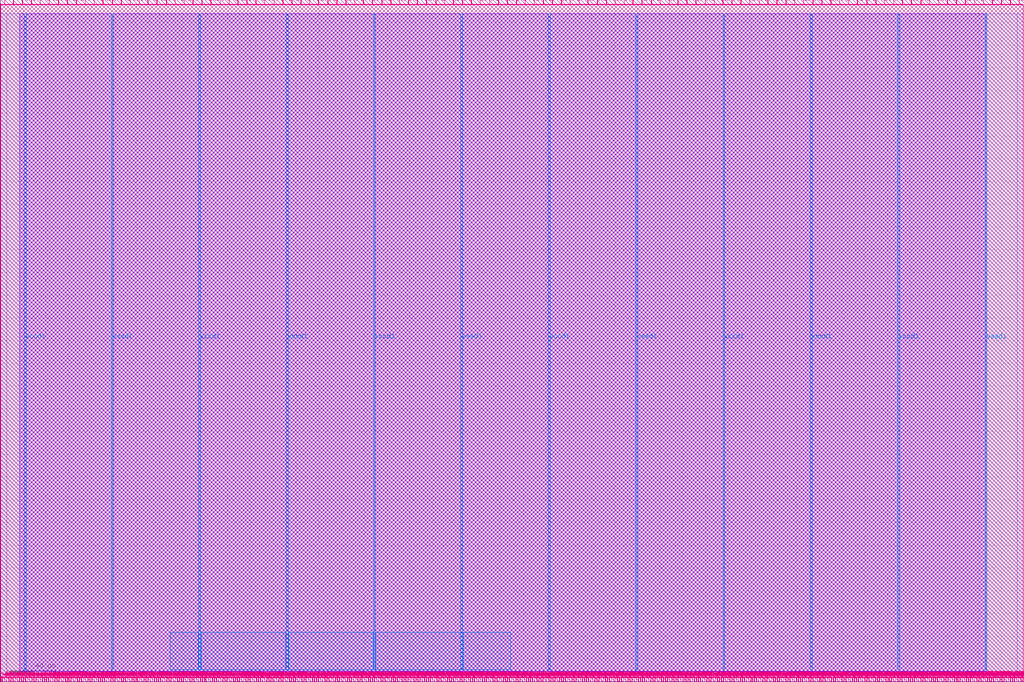
<source format=lef>
# Copyright 2020 The SkyWater PDK Authors
#
# Licensed under the Apache License, Version 2.0 (the "License");
# you may not use this file except in compliance with the License.
# You may obtain a copy of the License at
#
#     https://www.apache.org/licenses/LICENSE-2.0
#
# Unless required by applicable law or agreed to in writing, software
# distributed under the License is distributed on an "AS IS" BASIS,
# WITHOUT WARRANTIES OR CONDITIONS OF ANY KIND, either express or implied.
# See the License for the specific language governing permissions and
# limitations under the License.
#
# SPDX-License-Identifier: Apache-2.0

VERSION 5.7 ;

BUSBITCHARS "[]" ;
DIVIDERCHAR "/" ;

UNITS
  TIME NANOSECONDS 1 ;
  CAPACITANCE PICOFARADS 1 ;
  RESISTANCE OHMS 1 ;
  DATABASE MICRONS 1000 ;
END UNITS

MANUFACTURINGGRID 0.005 ;

PROPERTYDEFINITIONS
  LAYER LEF58_TYPE STRING ;
END PROPERTYDEFINITIONS

# High density, single height
SITE unithd
  SYMMETRY Y ;
  CLASS CORE ;
  SIZE 0.46 BY 2.72 ;
END unithd

# High density, double height
SITE unithddbl
  SYMMETRY Y ;
  CLASS CORE ;
  SIZE 0.46 BY 5.44 ;
END unithddbl

LAYER nwell
  TYPE MASTERSLICE ;
  PROPERTY LEF58_TYPE "TYPE NWELL ;" ;
END nwell

LAYER pwell
  TYPE MASTERSLICE ;
  PROPERTY LEF58_TYPE "TYPE PWELL ;" ;
END pwell

LAYER li1
  TYPE ROUTING ;
  DIRECTION VERTICAL ;

  PITCH 0.46 0.34 ;
  OFFSET 0.23 0.17 ;

  WIDTH 0.17 ;          # LI 1
  # SPACING  0.17 ;     # LI 2
  SPACINGTABLE
     PARALLELRUNLENGTH 0
     WIDTH 0 0.17 ;
  AREA 0.0561 ;         # LI 6
  THICKNESS 0.1 ;
  EDGECAPACITANCE 40.697E-6 ;
  CAPACITANCE CPERSQDIST 36.9866E-6 ;
  RESISTANCE RPERSQ 12.2 ;

  ANTENNAMODEL OXIDE1 ;
  ANTENNADIFFSIDEAREARATIO PWL ( ( 0 75 ) ( 0.0125 75 ) ( 0.0225 85.125 ) ( 22.5 10200 ) ) ;
END li1

LAYER mcon
  TYPE CUT ;

  WIDTH 0.17 ;                # Mcon 1
  SPACING 0.19 ;              # Mcon 2
  ENCLOSURE BELOW 0 0 ;       # Mcon 4
  ENCLOSURE ABOVE 0.03 0.06 ; # Met1 4 / Met1 5

  ANTENNADIFFAREARATIO PWL ( ( 0 3 ) ( 0.0125 3 ) ( 0.0225 3.405 ) ( 22.5 408 ) ) ;
  DCCURRENTDENSITY AVERAGE 0.36 ; # mA per via Iavg_max at Tj = 90oC

END mcon

LAYER met1
  TYPE ROUTING ;
  DIRECTION HORIZONTAL ;

  PITCH 0.34 ;
  OFFSET 0.17 ;

  WIDTH 0.14 ;                     # Met1 1
  # SPACING 0.14 ;                 # Met1 2
  # SPACING 0.28 RANGE 3.001 100 ; # Met1 3b
  SPACINGTABLE
     PARALLELRUNLENGTH 0
     WIDTH 0 0.14
     WIDTH 3 0.28 ;
  AREA 0.083 ;                     # Met1 6
  THICKNESS 0.35 ;
  MINENCLOSEDAREA 0.14 ;

  ANTENNAMODEL OXIDE1 ;
  ANTENNADIFFSIDEAREARATIO PWL ( ( 0 400 ) ( 0.0125 400 ) ( 0.0225 2609 ) ( 22.5 11600 ) ) ;

  EDGECAPACITANCE 40.567E-6 ;
  CAPACITANCE CPERSQDIST 25.7784E-6 ;
  DCCURRENTDENSITY AVERAGE 2.8 ; # mA/um Iavg_max at Tj = 90oC
  ACCURRENTDENSITY RMS 6.1 ; # mA/um Irms_max at Tj = 90oC
  MAXIMUMDENSITY 70 ;
  DENSITYCHECKWINDOW 700 700 ;
  DENSITYCHECKSTEP 70 ;

  RESISTANCE RPERSQ 0.125 ;
END met1

LAYER via
  TYPE CUT ;
  WIDTH 0.15 ;                  # Via 1a
  SPACING 0.17 ;                # Via 2
  ENCLOSURE BELOW 0.055 0.085 ; # Via 4a / Via 5a
  ENCLOSURE ABOVE 0.055 0.085 ; # Met2 4 / Met2 5

  ANTENNADIFFAREARATIO PWL ( ( 0 6 ) ( 0.0125 6 ) ( 0.0225 6.81 ) ( 22.5 816 ) ) ;
  DCCURRENTDENSITY AVERAGE 0.29 ; # mA per via Iavg_max at Tj = 90oC
END via

LAYER met2
  TYPE ROUTING ;
  DIRECTION VERTICAL ;

  PITCH 0.46 ;
  OFFSET 0.23 ;

  WIDTH 0.14 ;                        # Met2 1
  # SPACING  0.14 ;                   # Met2 2
  # SPACING  0.28 RANGE 3.001 100 ;   # Met2 3b
  SPACINGTABLE
     PARALLELRUNLENGTH 0
     WIDTH 0 0.14
     WIDTH 3 0.28 ;
  AREA 0.0676 ;                       # Met2 6
  THICKNESS 0.35 ;
  MINENCLOSEDAREA 0.14 ;

  EDGECAPACITANCE 37.759E-6 ;
  CAPACITANCE CPERSQDIST 16.9423E-6 ;
  RESISTANCE RPERSQ 0.125 ;
  DCCURRENTDENSITY AVERAGE 2.8 ; # mA/um Iavg_max at Tj = 90oC
  ACCURRENTDENSITY RMS 6.1 ; # mA/um Irms_max at Tj = 90oC

  ANTENNAMODEL OXIDE1 ;
  ANTENNADIFFSIDEAREARATIO PWL ( ( 0 400 ) ( 0.0125 400 ) ( 0.0225 2609 ) ( 22.5 11600 ) ) ;

  MAXIMUMDENSITY 70 ;
  DENSITYCHECKWINDOW 700 700 ;
  DENSITYCHECKSTEP 70 ;
END met2

# ******** Layer via2, type routing, number 44 **************
LAYER via2
  TYPE CUT ;
  WIDTH 0.2 ;                   # Via2 1
  SPACING 0.2 ;                 # Via2 2
  ENCLOSURE BELOW 0.04 0.085 ;  # Via2 4
  ENCLOSURE ABOVE 0.065 0.065 ; # Met3 4
  ANTENNADIFFAREARATIO PWL ( ( 0 6 ) ( 0.0125 6 ) ( 0.0225 6.81 ) ( 22.5 816 ) ) ;
  DCCURRENTDENSITY AVERAGE 0.48 ; # mA per via Iavg_max at Tj = 90oC
END via2

LAYER met3
  TYPE ROUTING ;
  DIRECTION HORIZONTAL ;

  PITCH 0.68 ;
  OFFSET 0.34 ;

  WIDTH 0.3 ;              # Met3 1
  # SPACING 0.3 ;          # Met3 2
  SPACINGTABLE
     PARALLELRUNLENGTH 0
     WIDTH 0 0.3
     WIDTH 3 0.4 ;
  AREA 0.24 ;              # Met3 6
  THICKNESS 0.8 ;

  EDGECAPACITANCE 40.989E-6 ;
  CAPACITANCE CPERSQDIST 12.3729E-6 ;
  RESISTANCE RPERSQ 0.047 ;
  DCCURRENTDENSITY AVERAGE 6.8 ; # mA/um Iavg_max at Tj = 90oC
  ACCURRENTDENSITY RMS 14.9 ; # mA/um Irms_max at Tj = 90oC

  ANTENNAMODEL OXIDE1 ;
  ANTENNADIFFSIDEAREARATIO PWL ( ( 0 400 ) ( 0.0125 400 ) ( 0.0225 2609 ) ( 22.5 11600 ) ) ;

  MAXIMUMDENSITY 70 ;
  DENSITYCHECKWINDOW 700 700 ;
  DENSITYCHECKSTEP 70 ;
END met3

LAYER via3
  TYPE CUT ;
  WIDTH 0.2 ;                   # Via3 1
  SPACING 0.2 ;                 # Via3 2
  ENCLOSURE BELOW 0.06 0.09 ;   # Via3 4 / Via3 5
  ENCLOSURE ABOVE 0.065 0.065 ; # Met4 3
  ANTENNADIFFAREARATIO PWL ( ( 0 6 ) ( 0.0125 6 ) ( 0.0225 6.81 ) ( 22.5 816 ) ) ;
  DCCURRENTDENSITY AVERAGE 0.48 ; # mA per via Iavg_max at Tj = 90oC
END via3

LAYER met4
  TYPE ROUTING ;
  DIRECTION VERTICAL ;

  PITCH 0.92 ;
  OFFSET 0.46 ;

  WIDTH 0.3 ;             # Met4 1
  # SPACING  0.3 ;             # Met4 2
  SPACINGTABLE
     PARALLELRUNLENGTH 0
     WIDTH 0 0.3
     WIDTH 3 0.4 ;
  AREA 0.24 ;            # Met4 4a

  THICKNESS 0.8 ;

  EDGECAPACITANCE 36.676E-6 ;
  CAPACITANCE CPERSQDIST 8.41537E-6 ;
  RESISTANCE RPERSQ 0.047 ;
  DCCURRENTDENSITY AVERAGE 6.8 ; # mA/um Iavg_max at Tj = 90oC
  ACCURRENTDENSITY RMS 14.9 ; # mA/um Irms_max at Tj = 90oC

  ANTENNAMODEL OXIDE1 ;
  ANTENNADIFFSIDEAREARATIO PWL ( ( 0 400 ) ( 0.0125 400 ) ( 0.0225 2609 ) ( 22.5 11600 ) ) ;

  MAXIMUMDENSITY 70 ;
  DENSITYCHECKWINDOW 700 700 ;
  DENSITYCHECKSTEP 70 ;
END met4

LAYER via4
  TYPE CUT ;

  WIDTH 0.8 ;                 # Via4 1
  SPACING 0.8 ;               # Via4 2
  ENCLOSURE BELOW 0.19 0.19 ; # Via4 4
  ENCLOSURE ABOVE 0.31 0.31 ; # Met5 3
  ANTENNADIFFAREARATIO PWL ( ( 0 6 ) ( 0.0125 6 ) ( 0.0225 6.81 ) ( 22.5 816 ) ) ;
  DCCURRENTDENSITY AVERAGE 2.49 ; # mA per via Iavg_max at Tj = 90oC
END via4

LAYER met5
  TYPE ROUTING ;
  DIRECTION HORIZONTAL ;

  PITCH 3.4 ;
  OFFSET 1.7 ;

  WIDTH 1.6 ;            # Met5 1
  #SPACING  1.6 ;        # Met5 2
  SPACINGTABLE
     PARALLELRUNLENGTH 0
     WIDTH 0 1.6 ;
  AREA 4 ;               # Met5 4

  THICKNESS 1.2 ;

  EDGECAPACITANCE 38.851E-6 ;
  CAPACITANCE CPERSQDIST 6.32063E-6 ;
  RESISTANCE RPERSQ 0.0285 ;
  DCCURRENTDENSITY AVERAGE 10.17 ; # mA/um Iavg_max at Tj = 90oC
  ACCURRENTDENSITY RMS 22.34 ; # mA/um Irms_max at Tj = 90oC

  ANTENNAMODEL OXIDE1 ;
  ANTENNADIFFSIDEAREARATIO PWL ( ( 0 400 ) ( 0.0125 400 ) ( 0.0225 2609 ) ( 22.5 11600 ) ) ;
END met5


### Routing via cells section   ###
# Plus via rule, metals are along the prefered direction
VIA L1M1_PR DEFAULT
  LAYER mcon ;
  RECT -0.085 -0.085 0.085 0.085 ;
  LAYER li1 ;
  RECT -0.085 -0.085 0.085 0.085 ;
  LAYER met1 ;
  RECT -0.145 -0.115 0.145 0.115 ;
END L1M1_PR

VIARULE L1M1_PR GENERATE
  LAYER li1 ;
  ENCLOSURE 0 0 ;
  LAYER met1 ;
  ENCLOSURE 0.06 0.03 ;
  LAYER mcon ;
  RECT -0.085 -0.085 0.085 0.085 ;
  SPACING 0.36 BY 0.36 ;
END L1M1_PR

# Plus via rule, metals are along the non prefered direction
VIA L1M1_PR_R DEFAULT
  LAYER mcon ;
  RECT -0.085 -0.085 0.085 0.085 ;
  LAYER li1 ;
  RECT -0.085 -0.085 0.085 0.085 ;
  LAYER met1 ;
  RECT -0.115 -0.145 0.115 0.145 ;
END L1M1_PR_R

VIARULE L1M1_PR_R GENERATE
  LAYER li1 ;
  ENCLOSURE 0 0 ;
  LAYER met1 ;
  ENCLOSURE 0.03 0.06 ;
  LAYER mcon ;
  RECT -0.085 -0.085 0.085 0.085 ;
  SPACING 0.36 BY 0.36 ;
END L1M1_PR_R

# Minus via rule, lower layer metal is along prefered direction
VIA L1M1_PR_M DEFAULT
  LAYER mcon ;
  RECT -0.085 -0.085 0.085 0.085 ;
  LAYER li1 ;
  RECT -0.085 -0.085 0.085 0.085 ;
  LAYER met1 ;
  RECT -0.115 -0.145 0.115 0.145 ;
END L1M1_PR_M

VIARULE L1M1_PR_M GENERATE
  LAYER li1 ;
  ENCLOSURE 0 0 ;
  LAYER met1 ;
  ENCLOSURE 0.03 0.06 ;
  LAYER mcon ;
  RECT -0.085 -0.085 0.085 0.085 ;
  SPACING 0.36 BY 0.36 ;
END L1M1_PR_M

# Minus via rule, upper layer metal is along prefered direction
VIA L1M1_PR_MR DEFAULT
  LAYER mcon ;
  RECT -0.085 -0.085 0.085 0.085 ;
  LAYER li1 ;
  RECT -0.085 -0.085 0.085 0.085 ;
  LAYER met1 ;
  RECT -0.145 -0.115 0.145 0.115 ;
END L1M1_PR_MR

VIARULE L1M1_PR_MR GENERATE
  LAYER li1 ;
  ENCLOSURE 0 0 ;
  LAYER met1 ;
  ENCLOSURE 0.06 0.03 ;
  LAYER mcon ;
  RECT -0.085 -0.085 0.085 0.085 ;
  SPACING 0.36 BY 0.36 ;
END L1M1_PR_MR

# Centered via rule, we really do not want to use it
VIA L1M1_PR_C DEFAULT
  LAYER mcon ;
  RECT -0.085 -0.085 0.085 0.085 ;
  LAYER li1 ;
  RECT -0.085 -0.085 0.085 0.085 ;
  LAYER met1 ;
  RECT -0.145 -0.145 0.145 0.145 ;
END L1M1_PR_C

VIARULE L1M1_PR_C GENERATE
  LAYER li1 ;
  ENCLOSURE 0 0 ;
  LAYER met1 ;
  ENCLOSURE 0.06 0.06 ;
  LAYER mcon ;
  RECT -0.085 -0.085 0.085 0.085 ;
  SPACING 0.36 BY 0.36 ;
END L1M1_PR_C

# Plus via rule, metals are along the prefered direction
VIA M1M2_PR DEFAULT
  LAYER via ;
  RECT -0.075 -0.075 0.075 0.075 ;
  LAYER met1 ;
  RECT -0.16 -0.13 0.16 0.13 ;
  LAYER met2 ;
  RECT -0.13 -0.16 0.13 0.16 ;
END M1M2_PR

VIARULE M1M2_PR GENERATE
  LAYER met1 ;
  ENCLOSURE 0.085 0.055 ;
  LAYER met2 ;
  ENCLOSURE 0.055 0.085 ;
  LAYER via ;
  RECT -0.075 -0.075 0.075 0.075 ;
  SPACING 0.32 BY 0.32 ;
END M1M2_PR

# Plus via rule, metals are along the non prefered direction
VIA M1M2_PR_R DEFAULT
  LAYER via ;
  RECT -0.075 -0.075 0.075 0.075 ;
  LAYER met1 ;
  RECT -0.13 -0.16 0.13 0.16 ;
  LAYER met2 ;
  RECT -0.16 -0.13 0.16 0.13 ;
END M1M2_PR_R

VIARULE M1M2_PR_R GENERATE
  LAYER met1 ;
  ENCLOSURE 0.055 0.085 ;
  LAYER met2 ;
  ENCLOSURE 0.085 0.055 ;
  LAYER via ;
  RECT -0.075 -0.075 0.075 0.075 ;
  SPACING 0.32 BY 0.32 ;
END M1M2_PR_R

# Minus via rule, lower layer metal is along prefered direction
VIA M1M2_PR_M DEFAULT
  LAYER via ;
  RECT -0.075 -0.075 0.075 0.075 ;
  LAYER met1 ;
  RECT -0.16 -0.13 0.16 0.13 ;
  LAYER met2 ;
  RECT -0.16 -0.13 0.16 0.13 ;
END M1M2_PR_M

VIARULE M1M2_PR_M GENERATE
  LAYER met1 ;
  ENCLOSURE 0.085 0.055 ;
  LAYER met2 ;
  ENCLOSURE 0.085 0.055 ;
  LAYER via ;
  RECT -0.075 -0.075 0.075 0.075 ;
  SPACING 0.32 BY 0.32 ;
END M1M2_PR_M

# Minus via rule, upper layer metal is along prefered direction
VIA M1M2_PR_MR DEFAULT
  LAYER via ;
  RECT -0.075 -0.075 0.075 0.075 ;
  LAYER met1 ;
  RECT -0.13 -0.16 0.13 0.16 ;
  LAYER met2 ;
  RECT -0.13 -0.16 0.13 0.16 ;
END M1M2_PR_MR

VIARULE M1M2_PR_MR GENERATE
  LAYER met1 ;
  ENCLOSURE 0.055 0.085 ;
  LAYER met2 ;
  ENCLOSURE 0.055 0.085 ;
  LAYER via ;
  RECT -0.075 -0.075 0.075 0.075 ;
  SPACING 0.32 BY 0.32 ;
END M1M2_PR_MR

# Centered via rule, we really do not want to use it
VIA M1M2_PR_C DEFAULT
  LAYER via ;
  RECT -0.075 -0.075 0.075 0.075 ;
  LAYER met1 ;
  RECT -0.16 -0.16 0.16 0.16 ;
  LAYER met2 ;
  RECT -0.16 -0.16 0.16 0.16 ;
END M1M2_PR_C

VIARULE M1M2_PR_C GENERATE
  LAYER met1 ;
  ENCLOSURE 0.085 0.085 ;
  LAYER met2 ;
  ENCLOSURE 0.085 0.085 ;
  LAYER via ;
  RECT -0.075 -0.075 0.075 0.075 ;
  SPACING 0.32 BY 0.32 ;
END M1M2_PR_C

# Plus via rule, metals are along the prefered direction
VIA M2M3_PR DEFAULT
  LAYER via2 ;
  RECT -0.1 -0.1 0.1 0.1 ;
  LAYER met2 ;
  RECT -0.14 -0.185 0.14 0.185 ;
  LAYER met3 ;
  RECT -0.165 -0.165 0.165 0.165 ;
END M2M3_PR

VIARULE M2M3_PR GENERATE
  LAYER met2 ;
  ENCLOSURE 0.04 0.085 ;
  LAYER met3 ;
  ENCLOSURE 0.065 0.065 ;
  LAYER via2 ;
  RECT -0.1 -0.1 0.1 0.1 ;
  SPACING 0.4 BY 0.4 ;
END M2M3_PR

# Plus via rule, metals are along the non prefered direction
VIA M2M3_PR_R DEFAULT
  LAYER via2 ;
  RECT -0.1 -0.1 0.1 0.1 ;
  LAYER met2 ;
  RECT -0.185 -0.14 0.185 0.14 ;
  LAYER met3 ;
  RECT -0.165 -0.165 0.165 0.165 ;
END M2M3_PR_R

VIARULE M2M3_PR_R GENERATE
  LAYER met2 ;
  ENCLOSURE 0.085 0.04 ;
  LAYER met3 ;
  ENCLOSURE 0.065 0.065 ;
  LAYER via2 ;
  RECT -0.1 -0.1 0.1 0.1 ;
  SPACING 0.4 BY 0.4 ;
END M2M3_PR_R

# Minus via rule, lower layer metal is along prefered direction
VIA M2M3_PR_M DEFAULT
  LAYER via2 ;
  RECT -0.1 -0.1 0.1 0.1 ;
  LAYER met2 ;
  RECT -0.14 -0.185 0.14 0.185 ;
  LAYER met3 ;
  RECT -0.165 -0.165 0.165 0.165 ;
END M2M3_PR_M

VIARULE M2M3_PR_M GENERATE
  LAYER met2 ;
  ENCLOSURE 0.04 0.085 ;
  LAYER met3 ;
  ENCLOSURE 0.065 0.065 ;
  LAYER via2 ;
  RECT -0.1 -0.1 0.1 0.1 ;
  SPACING 0.4 BY 0.4 ;
END M2M3_PR_M

# Minus via rule, upper layer metal is along prefered direction
VIA M2M3_PR_MR DEFAULT
  LAYER via2 ;
  RECT -0.1 -0.1 0.1 0.1 ;
  LAYER met2 ;
  RECT -0.185 -0.14 0.185 0.14 ;
  LAYER met3 ;
  RECT -0.165 -0.165 0.165 0.165 ;
END M2M3_PR_MR

VIARULE M2M3_PR_MR GENERATE
  LAYER met2 ;
  ENCLOSURE 0.085 0.04 ;
  LAYER met3 ;
  ENCLOSURE 0.065 0.065 ;
  LAYER via2 ;
  RECT -0.1 -0.1 0.1 0.1 ;
  SPACING 0.4 BY 0.4 ;
END M2M3_PR_MR

# Centered via rule, we really do not want to use it
VIA M2M3_PR_C DEFAULT
  LAYER via2 ;
  RECT -0.1 -0.1 0.1 0.1 ;
  LAYER met2 ;
  RECT -0.185 -0.185 0.185 0.185 ;
  LAYER met3 ;
  RECT -0.165 -0.165 0.165 0.165 ;
END M2M3_PR_C

VIARULE M2M3_PR_C GENERATE
  LAYER met2 ;
  ENCLOSURE 0.085 0.085 ;
  LAYER met3 ;
  ENCLOSURE 0.065 0.065 ;
  LAYER via2 ;
  RECT -0.1 -0.1 0.1 0.1 ;
  SPACING 0.4 BY 0.4 ;
END M2M3_PR_C

# Plus via rule, metals are along the prefered direction
VIA M3M4_PR DEFAULT
  LAYER via3 ;
  RECT -0.1 -0.1 0.1 0.1 ;
  LAYER met3 ;
  RECT -0.19 -0.16 0.19 0.16 ;
  LAYER met4 ;
  RECT -0.165 -0.165 0.165 0.165 ;
END M3M4_PR

VIARULE M3M4_PR GENERATE
  LAYER met3 ;
  ENCLOSURE 0.09 0.06 ;
  LAYER met4 ;
  ENCLOSURE 0.065 0.065 ;
  LAYER via3 ;
  RECT -0.1 -0.1 0.1 0.1 ;
  SPACING 0.4 BY 0.4 ;
END M3M4_PR

# Plus via rule, metals are along the non prefered direction
VIA M3M4_PR_R DEFAULT
  LAYER via3 ;
  RECT -0.1 -0.1 0.1 0.1 ;
  LAYER met3 ;
  RECT -0.16 -0.19 0.16 0.19 ;
  LAYER met4 ;
  RECT -0.165 -0.165 0.165 0.165 ;
END M3M4_PR_R

VIARULE M3M4_PR_R GENERATE
  LAYER met3 ;
  ENCLOSURE 0.06 0.09 ;
  LAYER met4 ;
  ENCLOSURE 0.065 0.065 ;
  LAYER via3 ;
  RECT -0.1 -0.1 0.1 0.1 ;
  SPACING 0.4 BY 0.4 ;
END M3M4_PR_R

# Minus via rule, lower layer metal is along prefered direction
VIA M3M4_PR_M DEFAULT
  LAYER via3 ;
  RECT -0.1 -0.1 0.1 0.1 ;
  LAYER met3 ;
  RECT -0.19 -0.16 0.19 0.16 ;
  LAYER met4 ;
  RECT -0.165 -0.165 0.165 0.165 ;
END M3M4_PR_M

VIARULE M3M4_PR_M GENERATE
  LAYER met3 ;
  ENCLOSURE 0.09 0.06 ;
  LAYER met4 ;
  ENCLOSURE 0.065 0.065 ;
  LAYER via3 ;
  RECT -0.1 -0.1 0.1 0.1 ;
  SPACING 0.4 BY 0.4 ;
END M3M4_PR_M

# Minus via rule, upper layer metal is along prefered direction
VIA M3M4_PR_MR DEFAULT
  LAYER via3 ;
  RECT -0.1 -0.1 0.1 0.1 ;
  LAYER met3 ;
  RECT -0.16 -0.19 0.16 0.19 ;
  LAYER met4 ;
  RECT -0.165 -0.165 0.165 0.165 ;
END M3M4_PR_MR

VIARULE M3M4_PR_MR GENERATE
  LAYER met3 ;
  ENCLOSURE 0.06 0.09 ;
  LAYER met4 ;
  ENCLOSURE 0.065 0.065 ;
  LAYER via3 ;
  RECT -0.1 -0.1 0.1 0.1 ;
  SPACING 0.4 BY 0.4 ;
END M3M4_PR_MR

# Centered via rule, we really do not want to use it
VIA M3M4_PR_C DEFAULT
  LAYER via3 ;
  RECT -0.1 -0.1 0.1 0.1 ;
  LAYER met3 ;
  RECT -0.19 -0.19 0.19 0.19 ;
  LAYER met4 ;
  RECT -0.165 -0.165 0.165 0.165 ;
END M3M4_PR_C

VIARULE M3M4_PR_C GENERATE
  LAYER met3 ;
  ENCLOSURE 0.09 0.09 ;
  LAYER met4 ;
  ENCLOSURE 0.065 0.065 ;
  LAYER via3 ;
  RECT -0.1 -0.1 0.1 0.1 ;
  SPACING 0.4 BY 0.4 ;
END M3M4_PR_C

# Plus via rule, metals are along the prefered direction
VIA M4M5_PR DEFAULT
  LAYER via4 ;
  RECT -0.4 -0.4 0.4 0.4 ;
  LAYER met4 ;
  RECT -0.59 -0.59 0.59 0.59 ;
  LAYER met5 ;
  RECT -0.71 -0.71 0.71 0.71 ;
END M4M5_PR

VIARULE M4M5_PR GENERATE
  LAYER met4 ;
  ENCLOSURE 0.19 0.19 ;
  LAYER met5 ;
  ENCLOSURE 0.31 0.31 ;
  LAYER via4 ;
  RECT -0.4 -0.4 0.4 0.4 ;
  SPACING 1.6 BY 1.6 ;
END M4M5_PR

# Plus via rule, metals are along the non prefered direction
VIA M4M5_PR_R DEFAULT
  LAYER via4 ;
  RECT -0.4 -0.4 0.4 0.4 ;
  LAYER met4 ;
  RECT -0.59 -0.59 0.59 0.59 ;
  LAYER met5 ;
  RECT -0.71 -0.71 0.71 0.71 ;
END M4M5_PR_R

VIARULE M4M5_PR_R GENERATE
  LAYER met4 ;
  ENCLOSURE 0.19 0.19 ;
  LAYER met5 ;
  ENCLOSURE 0.31 0.31 ;
  LAYER via4 ;
  RECT -0.4 -0.4 0.4 0.4 ;
  SPACING 1.6 BY 1.6 ;
END M4M5_PR_R

# Minus via rule, lower layer metal is along prefered direction
VIA M4M5_PR_M DEFAULT
  LAYER via4 ;
  RECT -0.4 -0.4 0.4 0.4 ;
  LAYER met4 ;
  RECT -0.59 -0.59 0.59 0.59 ;
  LAYER met5 ;
  RECT -0.71 -0.71 0.71 0.71 ;
END M4M5_PR_M

VIARULE M4M5_PR_M GENERATE
  LAYER met4 ;
  ENCLOSURE 0.19 0.19 ;
  LAYER met5 ;
  ENCLOSURE 0.31 0.31 ;
  LAYER via4 ;
  RECT -0.4 -0.4 0.4 0.4 ;
  SPACING 1.6 BY 1.6 ;
END M4M5_PR_M

# Minus via rule, upper layer metal is along prefered direction
VIA M4M5_PR_MR DEFAULT
  LAYER via4 ;
  RECT -0.4 -0.4 0.4 0.4 ;
  LAYER met4 ;
  RECT -0.59 -0.59 0.59 0.59 ;
  LAYER met5 ;
  RECT -0.71 -0.71 0.71 0.71 ;
END M4M5_PR_MR

VIARULE M4M5_PR_MR GENERATE
  LAYER met4 ;
  ENCLOSURE 0.19 0.19 ;
  LAYER met5 ;
  ENCLOSURE 0.31 0.31 ;
  LAYER via4 ;
  RECT -0.4 -0.4 0.4 0.4 ;
  SPACING 1.6 BY 1.6 ;
END M4M5_PR_MR

# Centered via rule, we really do not want to use it
VIA M4M5_PR_C DEFAULT
  LAYER via4 ;
  RECT -0.4 -0.4 0.4 0.4 ;
  LAYER met4 ;
  RECT -0.59 -0.59 0.59 0.59 ;
  LAYER met5 ;
  RECT -0.71 -0.71 0.71 0.71 ;
END M4M5_PR_C

VIARULE M4M5_PR_C GENERATE
  LAYER met4 ;
  ENCLOSURE 0.19 0.19 ;
  LAYER met5 ;
  ENCLOSURE 0.31 0.31 ;
  LAYER via4 ;
  RECT -0.4 -0.4 0.4 0.4 ;
  SPACING 1.6 BY 1.6 ;
END M4M5_PR_C
###  end of single via cells   ###


MACRO sky130_fd_sc_hd__and2_0
  CLASS CORE ;
  FOREIGN sky130_fd_sc_hd__and2_0 ;
  ORIGIN 0.000 0.000 ;
  SIZE 2.300 BY 2.720 ;
  SYMMETRY X Y R90 ;
  SITE unithd ;
  PIN A
    DIRECTION INPUT ;
    USE SIGNAL ;
    ANTENNAGATEAREA 0.126000 ;
    PORT
      LAYER li1 ;
        RECT 0.085 1.185 0.430 1.955 ;
    END
  END A
  PIN B
    DIRECTION INPUT ;
    USE SIGNAL ;
    ANTENNAGATEAREA 0.126000 ;
    PORT
      LAYER li1 ;
        RECT 0.940 1.080 1.270 1.615 ;
    END
  END B
  PIN VGND
    DIRECTION INOUT ;
    USE GROUND ;
    SHAPE ABUTMENT ;
    PORT
      LAYER met1 ;
        RECT 0.000 -0.240 2.300 0.240 ;
    END
  END VGND
  PIN VNB
    DIRECTION INOUT ;
    USE GROUND ;
    PORT
      LAYER pwell ;
        RECT 0.070 0.105 1.980 0.785 ;
        RECT 0.145 -0.085 0.315 0.105 ;
    END
  END VNB
  PIN VPB
    DIRECTION INOUT ;
    USE POWER ;
    PORT
      LAYER nwell ;
        RECT -0.190 1.305 2.490 2.910 ;
    END
  END VPB
  PIN VPWR
    DIRECTION INOUT ;
    USE POWER ;
    SHAPE ABUTMENT ;
    PORT
      LAYER met1 ;
        RECT 0.000 2.480 2.300 2.960 ;
    END
  END VPWR
  PIN X
    DIRECTION OUTPUT ;
    USE SIGNAL ;
    ANTENNADIFFAREA 0.280900 ;
    PORT
      LAYER li1 ;
        RECT 1.790 1.835 2.215 2.465 ;
        RECT 1.950 0.525 2.215 1.835 ;
        RECT 1.560 0.255 2.215 0.525 ;
    END
  END X
  OBS
      LAYER li1 ;
        RECT 0.000 2.635 2.300 2.805 ;
        RECT 0.160 2.175 0.430 2.635 ;
        RECT 0.600 2.135 0.865 2.465 ;
        RECT 0.600 0.950 0.770 2.135 ;
        RECT 1.110 1.835 1.620 2.635 ;
        RECT 0.185 0.910 0.770 0.950 ;
        RECT 1.450 0.910 1.780 1.435 ;
        RECT 0.185 0.695 1.780 0.910 ;
        RECT 0.185 0.280 0.490 0.695 ;
        RECT 0.950 0.085 1.390 0.525 ;
        RECT 0.000 -0.085 2.300 0.085 ;
      LAYER mcon ;
        RECT 0.145 2.635 0.315 2.805 ;
        RECT 0.605 2.635 0.775 2.805 ;
        RECT 1.065 2.635 1.235 2.805 ;
        RECT 1.525 2.635 1.695 2.805 ;
        RECT 1.985 2.635 2.155 2.805 ;
        RECT 0.145 -0.085 0.315 0.085 ;
        RECT 0.605 -0.085 0.775 0.085 ;
        RECT 1.065 -0.085 1.235 0.085 ;
        RECT 1.525 -0.085 1.695 0.085 ;
        RECT 1.985 -0.085 2.155 0.085 ;
  END
END sky130_fd_sc_hd__and2_0
MACRO sky130_fd_sc_hd__a2111oi_2
  CLASS CORE ;
  FOREIGN sky130_fd_sc_hd__a2111oi_2 ;
  ORIGIN 0.000 0.000 ;
  SIZE 5.520 BY 2.720 ;
  SYMMETRY X Y R90 ;
  SITE unithd ;
  PIN A1
    DIRECTION INPUT ;
    USE SIGNAL ;
    ANTENNAGATEAREA 0.495000 ;
    PORT
      LAYER li1 ;
        RECT 3.465 1.445 5.290 1.675 ;
        RECT 3.465 0.985 3.715 1.445 ;
        RECT 4.895 0.995 5.290 1.445 ;
    END
  END A1
  PIN A2
    DIRECTION INPUT ;
    USE SIGNAL ;
    ANTENNAGATEAREA 0.495000 ;
    PORT
      LAYER li1 ;
        RECT 3.970 1.015 4.725 1.275 ;
    END
  END A2
  PIN B1
    DIRECTION INPUT ;
    USE SIGNAL ;
    ANTENNAGATEAREA 0.495000 ;
    PORT
      LAYER li1 ;
        RECT 2.185 1.030 2.855 1.275 ;
    END
  END B1
  PIN C1
    DIRECTION INPUT ;
    USE SIGNAL ;
    ANTENNAGATEAREA 0.495000 ;
    PORT
      LAYER li1 ;
        RECT 0.125 1.445 1.800 1.680 ;
        RECT 0.125 1.045 0.455 1.445 ;
        RECT 1.615 1.275 1.800 1.445 ;
        RECT 1.615 1.030 1.975 1.275 ;
    END
  END C1
  PIN D1
    DIRECTION INPUT ;
    USE SIGNAL ;
    ANTENNAGATEAREA 0.495000 ;
    PORT
      LAYER li1 ;
        RECT 0.755 1.075 1.425 1.275 ;
    END
  END D1
  PIN VGND
    DIRECTION INOUT ;
    USE GROUND ;
    SHAPE ABUTMENT ;
    PORT
      LAYER met1 ;
        RECT 0.000 -0.240 5.520 0.240 ;
    END
  END VGND
  PIN VNB
    DIRECTION INOUT ;
    USE GROUND ;
    PORT
      LAYER pwell ;
        RECT 0.010 0.105 5.440 1.015 ;
        RECT 0.145 -0.085 0.315 0.105 ;
    END
  END VNB
  PIN VPB
    DIRECTION INOUT ;
    USE POWER ;
    PORT
      LAYER nwell ;
        RECT -0.190 1.305 5.710 2.910 ;
    END
  END VPB
  PIN VPWR
    DIRECTION INOUT ;
    USE POWER ;
    SHAPE ABUTMENT ;
    PORT
      LAYER met1 ;
        RECT 0.000 2.480 5.520 2.960 ;
    END
  END VPWR
  PIN Y
    DIRECTION OUTPUT ;
    USE SIGNAL ;
    ANTENNADIFFAREA 1.212750 ;
    PORT
      LAYER li1 ;
        RECT 0.900 1.850 2.140 2.105 ;
        RECT 1.970 1.625 2.140 1.850 ;
        RECT 1.970 1.445 3.255 1.625 ;
        RECT 3.025 0.845 3.255 1.445 ;
        RECT 0.120 0.805 3.255 0.845 ;
        RECT 0.120 0.615 5.355 0.805 ;
        RECT 0.120 0.255 0.380 0.615 ;
        RECT 1.050 0.255 1.295 0.615 ;
        RECT 1.965 0.255 2.295 0.615 ;
        RECT 2.965 0.275 3.295 0.615 ;
        RECT 5.020 0.295 5.355 0.615 ;
    END
  END Y
  OBS
      LAYER li1 ;
        RECT 0.000 2.635 5.520 2.805 ;
        RECT 0.100 2.295 2.985 2.465 ;
        RECT 0.100 2.275 2.185 2.295 ;
        RECT 0.100 1.870 0.460 2.275 ;
        RECT 2.815 2.135 2.985 2.295 ;
        RECT 3.155 2.095 3.520 2.465 ;
        RECT 3.690 2.275 4.020 2.635 ;
        RECT 4.190 2.105 4.400 2.465 ;
        RECT 4.570 2.275 4.900 2.635 ;
        RECT 5.070 2.105 5.400 2.465 ;
        RECT 4.190 2.095 5.400 2.105 ;
        RECT 2.310 1.965 2.640 2.060 ;
        RECT 3.155 1.965 5.400 2.095 ;
        RECT 2.310 1.845 5.400 1.965 ;
        RECT 2.310 1.795 3.335 1.845 ;
        RECT 0.550 0.085 0.880 0.445 ;
        RECT 1.465 0.085 1.795 0.445 ;
        RECT 2.465 0.085 2.795 0.445 ;
        RECT 4.125 0.085 4.455 0.445 ;
        RECT 0.000 -0.085 5.520 0.085 ;
      LAYER mcon ;
        RECT 0.145 2.635 0.315 2.805 ;
        RECT 0.605 2.635 0.775 2.805 ;
        RECT 1.065 2.635 1.235 2.805 ;
        RECT 1.525 2.635 1.695 2.805 ;
        RECT 1.985 2.635 2.155 2.805 ;
        RECT 2.445 2.635 2.615 2.805 ;
        RECT 2.905 2.635 3.075 2.805 ;
        RECT 3.365 2.635 3.535 2.805 ;
        RECT 3.825 2.635 3.995 2.805 ;
        RECT 4.285 2.635 4.455 2.805 ;
        RECT 4.745 2.635 4.915 2.805 ;
        RECT 5.205 2.635 5.375 2.805 ;
        RECT 0.145 -0.085 0.315 0.085 ;
        RECT 0.605 -0.085 0.775 0.085 ;
        RECT 1.065 -0.085 1.235 0.085 ;
        RECT 1.525 -0.085 1.695 0.085 ;
        RECT 1.985 -0.085 2.155 0.085 ;
        RECT 2.445 -0.085 2.615 0.085 ;
        RECT 2.905 -0.085 3.075 0.085 ;
        RECT 3.365 -0.085 3.535 0.085 ;
        RECT 3.825 -0.085 3.995 0.085 ;
        RECT 4.285 -0.085 4.455 0.085 ;
        RECT 4.745 -0.085 4.915 0.085 ;
        RECT 5.205 -0.085 5.375 0.085 ;
  END
END sky130_fd_sc_hd__a2111oi_2
MACRO sky130_fd_sc_hd__nor4b_2
  CLASS CORE ;
  FOREIGN sky130_fd_sc_hd__nor4b_2 ;
  ORIGIN 0.000 0.000 ;
  SIZE 5.520 BY 2.720 ;
  SYMMETRY X Y R90 ;
  SITE unithd ;
  PIN A
    DIRECTION INPUT ;
    USE SIGNAL ;
    ANTENNAGATEAREA 0.495000 ;
    PORT
      LAYER li1 ;
        RECT 0.100 1.075 1.240 1.285 ;
    END
  END A
  PIN B
    DIRECTION INPUT ;
    USE SIGNAL ;
    ANTENNAGATEAREA 0.495000 ;
    PORT
      LAYER li1 ;
        RECT 1.420 1.075 2.635 1.285 ;
    END
  END B
  PIN C
    DIRECTION INPUT ;
    USE SIGNAL ;
    ANTENNAGATEAREA 0.495000 ;
    PORT
      LAYER li1 ;
        RECT 2.815 1.075 3.535 1.285 ;
    END
  END C
  PIN D_N
    DIRECTION INPUT ;
    USE SIGNAL ;
    ANTENNAGATEAREA 0.126000 ;
    PORT
      LAYER li1 ;
        RECT 5.185 1.285 5.435 1.955 ;
        RECT 4.805 1.075 5.435 1.285 ;
    END
  END D_N
  PIN VGND
    DIRECTION INOUT ;
    USE GROUND ;
    SHAPE ABUTMENT ;
    PORT
      LAYER met1 ;
        RECT 0.000 -0.240 5.520 0.240 ;
    END
  END VGND
  PIN VNB
    DIRECTION INOUT ;
    USE GROUND ;
    PORT
      LAYER pwell ;
        RECT 0.005 0.335 5.370 1.015 ;
        RECT 0.005 0.105 4.430 0.335 ;
        RECT 0.145 -0.085 0.315 0.105 ;
    END
  END VNB
  PIN VPB
    DIRECTION INOUT ;
    USE POWER ;
    PORT
      LAYER nwell ;
        RECT -0.190 1.305 5.710 2.910 ;
    END
  END VPB
  PIN VPWR
    DIRECTION INOUT ;
    USE POWER ;
    SHAPE ABUTMENT ;
    PORT
      LAYER met1 ;
        RECT 0.000 2.480 5.520 2.960 ;
    END
  END VPWR
  PIN Y
    DIRECTION OUTPUT ;
    USE SIGNAL ;
    ANTENNADIFFAREA 0.972000 ;
    PORT
      LAYER li1 ;
        RECT 3.630 1.625 3.880 2.125 ;
        RECT 3.630 1.455 4.035 1.625 ;
        RECT 3.715 1.075 4.035 1.455 ;
        RECT 3.715 0.905 3.920 1.075 ;
        RECT 0.515 0.725 3.920 0.905 ;
        RECT 0.515 0.255 0.845 0.725 ;
        RECT 1.355 0.255 1.685 0.725 ;
        RECT 2.750 0.255 3.080 0.725 ;
        RECT 3.590 0.255 3.920 0.725 ;
    END
  END Y
  OBS
      LAYER li1 ;
        RECT 0.000 2.635 5.520 2.805 ;
        RECT 0.085 1.625 0.425 2.465 ;
        RECT 0.595 1.795 0.805 2.635 ;
        RECT 0.975 1.625 1.225 2.465 ;
        RECT 1.395 2.295 3.040 2.465 ;
        RECT 1.395 1.795 1.605 2.295 ;
        RECT 1.775 1.625 2.105 2.125 ;
        RECT 0.085 1.455 2.105 1.625 ;
        RECT 2.275 1.625 2.660 2.125 ;
        RECT 2.830 1.795 3.040 2.295 ;
        RECT 3.210 2.295 4.295 2.465 ;
        RECT 3.210 1.625 3.460 2.295 ;
        RECT 4.050 1.795 4.295 2.295 ;
        RECT 4.465 2.035 4.820 2.450 ;
        RECT 4.990 2.135 5.240 2.635 ;
        RECT 2.275 1.455 3.460 1.625 ;
        RECT 4.465 1.245 4.635 2.035 ;
        RECT 4.320 1.075 4.635 1.245 ;
        RECT 4.465 0.905 4.635 1.075 ;
        RECT 0.085 0.085 0.345 0.905 ;
        RECT 1.015 0.085 1.185 0.555 ;
        RECT 1.855 0.085 2.580 0.555 ;
        RECT 3.250 0.085 3.420 0.555 ;
        RECT 4.090 0.085 4.295 0.895 ;
        RECT 4.465 0.380 4.820 0.905 ;
        RECT 4.990 0.085 5.240 0.825 ;
        RECT 0.000 -0.085 5.520 0.085 ;
      LAYER mcon ;
        RECT 0.145 2.635 0.315 2.805 ;
        RECT 0.605 2.635 0.775 2.805 ;
        RECT 1.065 2.635 1.235 2.805 ;
        RECT 1.525 2.635 1.695 2.805 ;
        RECT 1.985 2.635 2.155 2.805 ;
        RECT 2.445 2.635 2.615 2.805 ;
        RECT 2.905 2.635 3.075 2.805 ;
        RECT 3.365 2.635 3.535 2.805 ;
        RECT 3.825 2.635 3.995 2.805 ;
        RECT 4.285 2.635 4.455 2.805 ;
        RECT 4.745 2.635 4.915 2.805 ;
        RECT 5.205 2.635 5.375 2.805 ;
        RECT 0.145 -0.085 0.315 0.085 ;
        RECT 0.605 -0.085 0.775 0.085 ;
        RECT 1.065 -0.085 1.235 0.085 ;
        RECT 1.525 -0.085 1.695 0.085 ;
        RECT 1.985 -0.085 2.155 0.085 ;
        RECT 2.445 -0.085 2.615 0.085 ;
        RECT 2.905 -0.085 3.075 0.085 ;
        RECT 3.365 -0.085 3.535 0.085 ;
        RECT 3.825 -0.085 3.995 0.085 ;
        RECT 4.285 -0.085 4.455 0.085 ;
        RECT 4.745 -0.085 4.915 0.085 ;
        RECT 5.205 -0.085 5.375 0.085 ;
  END
END sky130_fd_sc_hd__nor4b_2
MACRO sky130_fd_sc_hd__a31oi_2
  CLASS CORE ;
  FOREIGN sky130_fd_sc_hd__a31oi_2 ;
  ORIGIN 0.000 0.000 ;
  SIZE 4.600 BY 2.720 ;
  SYMMETRY X Y R90 ;
  SITE unithd ;
  PIN A1
    DIRECTION INPUT ;
    USE SIGNAL ;
    ANTENNAGATEAREA 0.495000 ;
    PORT
      LAYER li1 ;
        RECT 1.955 0.995 2.665 1.615 ;
        RECT 2.905 0.995 3.075 1.325 ;
    END
  END A1
  PIN A2
    DIRECTION INPUT ;
    USE SIGNAL ;
    ANTENNAGATEAREA 0.495000 ;
    PORT
      LAYER li1 ;
        RECT 1.050 0.995 1.755 1.615 ;
    END
  END A2
  PIN A3
    DIRECTION INPUT ;
    USE SIGNAL ;
    ANTENNAGATEAREA 0.495000 ;
    PORT
      LAYER li1 ;
        RECT 0.145 0.995 0.820 1.615 ;
    END
  END A3
  PIN B1
    DIRECTION INPUT ;
    USE SIGNAL ;
    ANTENNAGATEAREA 0.495000 ;
    PORT
      LAYER li1 ;
        RECT 4.265 1.275 4.490 1.625 ;
        RECT 3.820 1.075 4.490 1.275 ;
    END
  END B1
  PIN VGND
    DIRECTION INOUT ;
    USE GROUND ;
    SHAPE ABUTMENT ;
    PORT
      LAYER met1 ;
        RECT 0.000 -0.240 4.600 0.240 ;
    END
  END VGND
  PIN VNB
    DIRECTION INOUT ;
    USE GROUND ;
    PORT
      LAYER pwell ;
        RECT 0.005 0.105 4.595 1.015 ;
        RECT 0.150 -0.085 0.320 0.105 ;
    END
  END VNB
  PIN VPB
    DIRECTION INOUT ;
    USE POWER ;
    PORT
      LAYER nwell ;
        RECT -0.190 1.305 4.790 2.910 ;
    END
  END VPB
  PIN VPWR
    DIRECTION INOUT ;
    USE POWER ;
    SHAPE ABUTMENT ;
    PORT
      LAYER met1 ;
        RECT 0.000 2.480 4.600 2.960 ;
    END
  END VPWR
  PIN Y
    DIRECTION OUTPUT ;
    USE SIGNAL ;
    ANTENNADIFFAREA 0.922000 ;
    PORT
      LAYER li1 ;
        RECT 3.755 1.615 4.085 2.115 ;
        RECT 3.255 1.445 4.085 1.615 ;
        RECT 3.255 0.825 3.570 1.445 ;
        RECT 2.295 0.655 4.505 0.825 ;
        RECT 3.255 0.255 3.425 0.655 ;
        RECT 4.175 0.295 4.505 0.655 ;
    END
  END Y
  OBS
      LAYER li1 ;
        RECT 0.000 2.635 4.600 2.805 ;
        RECT 0.175 1.955 0.345 2.465 ;
        RECT 0.515 2.125 0.845 2.635 ;
        RECT 1.015 1.955 1.185 2.465 ;
        RECT 1.355 2.125 1.685 2.635 ;
        RECT 1.855 1.955 2.025 2.465 ;
        RECT 2.310 2.125 2.980 2.635 ;
        RECT 3.335 2.295 4.425 2.465 ;
        RECT 3.335 1.955 3.505 2.295 ;
        RECT 0.175 1.785 3.505 1.955 ;
        RECT 4.255 1.795 4.425 2.295 ;
        RECT 0.095 0.655 2.105 0.825 ;
        RECT 0.515 0.085 0.845 0.465 ;
        RECT 1.355 0.295 3.075 0.465 ;
        RECT 3.675 0.085 4.005 0.465 ;
        RECT 0.000 -0.085 4.600 0.085 ;
      LAYER mcon ;
        RECT 0.145 2.635 0.315 2.805 ;
        RECT 0.605 2.635 0.775 2.805 ;
        RECT 1.065 2.635 1.235 2.805 ;
        RECT 1.525 2.635 1.695 2.805 ;
        RECT 1.985 2.635 2.155 2.805 ;
        RECT 2.445 2.635 2.615 2.805 ;
        RECT 2.905 2.635 3.075 2.805 ;
        RECT 3.365 2.635 3.535 2.805 ;
        RECT 3.825 2.635 3.995 2.805 ;
        RECT 4.285 2.635 4.455 2.805 ;
        RECT 0.145 -0.085 0.315 0.085 ;
        RECT 0.605 -0.085 0.775 0.085 ;
        RECT 1.065 -0.085 1.235 0.085 ;
        RECT 1.525 -0.085 1.695 0.085 ;
        RECT 1.985 -0.085 2.155 0.085 ;
        RECT 2.445 -0.085 2.615 0.085 ;
        RECT 2.905 -0.085 3.075 0.085 ;
        RECT 3.365 -0.085 3.535 0.085 ;
        RECT 3.825 -0.085 3.995 0.085 ;
        RECT 4.285 -0.085 4.455 0.085 ;
  END
END sky130_fd_sc_hd__a31oi_2
MACRO sky130_fd_sc_hd__xor3_1
  CLASS CORE ;
  FOREIGN sky130_fd_sc_hd__xor3_1 ;
  ORIGIN 0.000 0.000 ;
  SIZE 8.740 BY 2.720 ;
  SYMMETRY X Y R90 ;
  SITE unithd ;
  PIN A
    DIRECTION INPUT ;
    USE SIGNAL ;
    ANTENNAGATEAREA 0.246000 ;
    PORT
      LAYER li1 ;
        RECT 7.505 1.075 7.915 1.325 ;
    END
  END A
  PIN B
    DIRECTION INPUT ;
    USE SIGNAL ;
    ANTENNAGATEAREA 0.661500 ;
    PORT
      LAYER li1 ;
        RECT 6.685 1.445 7.265 1.615 ;
        RECT 6.685 0.995 6.855 1.445 ;
    END
  END B
  PIN C
    DIRECTION INPUT ;
    USE SIGNAL ;
    ANTENNAGATEAREA 0.381000 ;
    PORT
      LAYER li1 ;
        RECT 1.860 0.995 2.495 1.325 ;
    END
  END C
  PIN VGND
    DIRECTION INOUT ;
    USE GROUND ;
    SHAPE ABUTMENT ;
    PORT
      LAYER met1 ;
        RECT 0.000 -0.240 8.740 0.240 ;
    END
  END VGND
  PIN VNB
    DIRECTION INOUT ;
    USE GROUND ;
    PORT
      LAYER pwell ;
        RECT 0.170 1.005 7.165 1.015 ;
        RECT 0.170 0.115 8.720 1.005 ;
        RECT 0.170 0.105 1.235 0.115 ;
        RECT 3.720 0.105 4.680 0.115 ;
        RECT 6.740 0.105 8.720 0.115 ;
        RECT 0.170 0.085 0.315 0.105 ;
        RECT 0.145 -0.085 0.315 0.085 ;
    END
  END VNB
  PIN VPB
    DIRECTION INOUT ;
    USE POWER ;
    PORT
      LAYER nwell ;
        RECT -0.190 1.305 8.930 2.910 ;
    END
  END VPB
  PIN VPWR
    DIRECTION INOUT ;
    USE POWER ;
    SHAPE ABUTMENT ;
    PORT
      LAYER met1 ;
        RECT 0.000 2.480 8.740 2.960 ;
    END
  END VPWR
  PIN X
    DIRECTION OUTPUT ;
    USE SIGNAL ;
    ANTENNADIFFAREA 0.449000 ;
    PORT
      LAYER li1 ;
        RECT 0.085 1.440 0.610 2.465 ;
        RECT 0.085 0.925 0.400 1.440 ;
        RECT 0.085 0.350 0.590 0.925 ;
    END
  END X
  OBS
      LAYER li1 ;
        RECT 0.000 2.635 8.740 2.805 ;
        RECT 0.780 2.215 1.115 2.635 ;
        RECT 1.300 2.235 2.895 2.405 ;
        RECT 3.110 2.235 3.515 2.405 ;
        RECT 3.685 2.235 4.015 2.635 ;
        RECT 4.350 2.275 7.445 2.445 ;
        RECT 7.855 2.275 8.190 2.635 ;
        RECT 1.300 2.045 1.470 2.235 ;
        RECT 3.345 2.065 3.515 2.235 ;
        RECT 4.350 2.065 4.520 2.275 ;
        RECT 0.780 1.875 1.470 2.045 ;
        RECT 1.870 1.895 3.175 2.065 ;
        RECT 3.345 1.895 4.520 2.065 ;
        RECT 0.780 1.325 0.950 1.875 ;
        RECT 1.185 1.535 2.835 1.705 ;
        RECT 0.750 0.995 0.950 1.325 ;
        RECT 0.780 0.865 0.950 0.995 ;
        RECT 0.780 0.695 1.350 0.865 ;
        RECT 0.760 0.085 1.010 0.525 ;
        RECT 1.180 0.425 1.350 0.695 ;
        RECT 1.520 0.595 1.690 1.535 ;
        RECT 2.665 1.325 2.835 1.535 ;
        RECT 3.005 1.695 3.175 1.895 ;
        RECT 3.005 1.525 3.535 1.695 ;
        RECT 3.250 1.375 3.535 1.525 ;
        RECT 2.665 0.995 2.940 1.325 ;
        RECT 1.970 0.655 3.080 0.825 ;
        RECT 2.390 0.425 2.740 0.455 ;
        RECT 1.180 0.255 2.740 0.425 ;
        RECT 2.910 0.425 3.080 0.655 ;
        RECT 3.250 0.595 3.420 1.375 ;
        RECT 3.705 1.205 3.875 1.895 ;
        RECT 4.105 1.445 4.520 1.715 ;
        RECT 3.590 1.035 3.875 1.205 ;
        RECT 3.590 0.425 3.760 1.035 ;
        RECT 2.910 0.255 3.760 0.425 ;
        RECT 3.930 0.085 4.100 0.865 ;
        RECT 4.280 0.415 4.520 1.445 ;
        RECT 4.695 0.595 4.865 2.105 ;
        RECT 5.035 0.890 5.205 2.275 ;
        RECT 8.360 2.105 8.655 2.465 ;
        RECT 5.395 1.615 5.810 2.045 ;
        RECT 6.345 1.935 8.655 2.105 ;
        RECT 5.395 1.445 6.175 1.615 ;
        RECT 5.410 0.995 5.835 1.270 ;
        RECT 5.035 0.825 5.255 0.890 ;
        RECT 5.035 0.720 5.450 0.825 ;
        RECT 5.085 0.655 5.450 0.720 ;
        RECT 4.695 0.485 4.915 0.595 ;
        RECT 4.695 0.265 5.110 0.485 ;
        RECT 5.280 0.320 5.450 0.655 ;
        RECT 5.620 0.630 5.835 0.995 ;
        RECT 6.005 0.425 6.175 1.445 ;
        RECT 6.345 0.595 6.515 1.935 ;
        RECT 8.170 1.875 8.655 1.935 ;
        RECT 7.435 1.495 8.255 1.705 ;
        RECT 8.085 1.325 8.255 1.495 ;
        RECT 7.025 0.945 7.335 1.275 ;
        RECT 8.085 0.995 8.315 1.325 ;
        RECT 7.025 0.730 7.230 0.945 ;
        RECT 8.085 0.905 8.255 0.995 ;
        RECT 7.515 0.750 8.255 0.905 ;
        RECT 7.475 0.735 8.255 0.750 ;
        RECT 6.685 0.425 7.150 0.465 ;
        RECT 6.005 0.255 7.150 0.425 ;
        RECT 7.475 0.295 7.765 0.735 ;
        RECT 8.485 0.585 8.655 1.875 ;
        RECT 7.935 0.085 8.105 0.565 ;
        RECT 8.355 0.255 8.655 0.585 ;
        RECT 0.000 -0.085 8.740 0.085 ;
      LAYER mcon ;
        RECT 0.145 2.635 0.315 2.805 ;
        RECT 0.605 2.635 0.775 2.805 ;
        RECT 1.065 2.635 1.235 2.805 ;
        RECT 1.525 2.635 1.695 2.805 ;
        RECT 1.985 2.635 2.155 2.805 ;
        RECT 2.445 2.635 2.615 2.805 ;
        RECT 2.905 2.635 3.075 2.805 ;
        RECT 3.365 2.635 3.535 2.805 ;
        RECT 3.825 2.635 3.995 2.805 ;
        RECT 4.285 2.635 4.455 2.805 ;
        RECT 4.745 2.635 4.915 2.805 ;
        RECT 5.205 2.635 5.375 2.805 ;
        RECT 5.665 2.635 5.835 2.805 ;
        RECT 6.125 2.635 6.295 2.805 ;
        RECT 6.585 2.635 6.755 2.805 ;
        RECT 7.045 2.635 7.215 2.805 ;
        RECT 7.505 2.635 7.675 2.805 ;
        RECT 7.965 2.635 8.135 2.805 ;
        RECT 8.425 2.635 8.595 2.805 ;
        RECT 3.365 1.445 3.535 1.615 ;
        RECT 4.285 0.765 4.455 0.935 ;
        RECT 5.665 1.445 5.835 1.615 ;
        RECT 4.745 0.425 4.915 0.595 ;
        RECT 5.665 0.765 5.835 0.935 ;
        RECT 7.045 0.765 7.215 0.935 ;
        RECT 7.505 0.425 7.675 0.595 ;
        RECT 0.145 -0.085 0.315 0.085 ;
        RECT 0.605 -0.085 0.775 0.085 ;
        RECT 1.065 -0.085 1.235 0.085 ;
        RECT 1.525 -0.085 1.695 0.085 ;
        RECT 1.985 -0.085 2.155 0.085 ;
        RECT 2.445 -0.085 2.615 0.085 ;
        RECT 2.905 -0.085 3.075 0.085 ;
        RECT 3.365 -0.085 3.535 0.085 ;
        RECT 3.825 -0.085 3.995 0.085 ;
        RECT 4.285 -0.085 4.455 0.085 ;
        RECT 4.745 -0.085 4.915 0.085 ;
        RECT 5.205 -0.085 5.375 0.085 ;
        RECT 5.665 -0.085 5.835 0.085 ;
        RECT 6.125 -0.085 6.295 0.085 ;
        RECT 6.585 -0.085 6.755 0.085 ;
        RECT 7.045 -0.085 7.215 0.085 ;
        RECT 7.505 -0.085 7.675 0.085 ;
        RECT 7.965 -0.085 8.135 0.085 ;
        RECT 8.425 -0.085 8.595 0.085 ;
      LAYER met1 ;
        RECT 3.305 1.600 3.595 1.645 ;
        RECT 5.605 1.600 5.895 1.645 ;
        RECT 3.305 1.460 5.895 1.600 ;
        RECT 3.305 1.415 3.595 1.460 ;
        RECT 5.605 1.415 5.895 1.460 ;
        RECT 4.225 0.920 4.515 0.965 ;
        RECT 5.605 0.920 5.895 0.965 ;
        RECT 6.985 0.920 7.275 0.965 ;
        RECT 4.225 0.780 7.275 0.920 ;
        RECT 4.225 0.735 4.515 0.780 ;
        RECT 5.605 0.735 5.895 0.780 ;
        RECT 6.985 0.735 7.275 0.780 ;
        RECT 4.685 0.580 4.975 0.625 ;
        RECT 7.445 0.580 7.735 0.625 ;
        RECT 4.685 0.440 7.735 0.580 ;
        RECT 4.685 0.395 4.975 0.440 ;
        RECT 7.445 0.395 7.735 0.440 ;
  END
END sky130_fd_sc_hd__xor3_1
MACRO sky130_fd_sc_hd__a21bo_4
  CLASS CORE ;
  FOREIGN sky130_fd_sc_hd__a21bo_4 ;
  ORIGIN 0.000 0.000 ;
  SIZE 5.980 BY 2.720 ;
  SYMMETRY X Y R90 ;
  SITE unithd ;
  PIN A1
    DIRECTION INPUT ;
    USE SIGNAL ;
    ANTENNAGATEAREA 0.495000 ;
    PORT
      LAYER li1 ;
        RECT 4.590 1.010 4.955 1.360 ;
    END
  END A1
  PIN A2
    DIRECTION INPUT ;
    USE SIGNAL ;
    ANTENNAGATEAREA 0.495000 ;
    PORT
      LAYER li1 ;
        RECT 4.245 1.595 5.390 1.765 ;
        RECT 4.245 1.275 4.420 1.595 ;
        RECT 4.025 1.010 4.420 1.275 ;
        RECT 5.220 1.290 5.390 1.595 ;
        RECT 5.220 1.055 5.700 1.290 ;
    END
  END A2
  PIN B1_N
    DIRECTION INPUT ;
    USE SIGNAL ;
    ANTENNAGATEAREA 0.247500 ;
    PORT
      LAYER li1 ;
        RECT 0.500 1.010 0.830 1.625 ;
    END
  END B1_N
  PIN VGND
    DIRECTION INOUT ;
    USE GROUND ;
    SHAPE ABUTMENT ;
    PORT
      LAYER met1 ;
        RECT 0.000 -0.240 5.980 0.240 ;
    END
  END VGND
  PIN VNB
    DIRECTION INOUT ;
    USE GROUND ;
    PORT
      LAYER pwell ;
        RECT 0.080 0.105 5.915 1.015 ;
        RECT 0.145 -0.085 0.315 0.105 ;
    END
  END VNB
  PIN VPB
    DIRECTION INOUT ;
    USE POWER ;
    PORT
      LAYER nwell ;
        RECT -0.190 1.305 6.170 2.910 ;
    END
  END VPB
  PIN VPWR
    DIRECTION INOUT ;
    USE POWER ;
    SHAPE ABUTMENT ;
    PORT
      LAYER met1 ;
        RECT 0.000 2.480 5.980 2.960 ;
    END
  END VPWR
  PIN X
    DIRECTION OUTPUT ;
    USE SIGNAL ;
    ANTENNADIFFAREA 0.924000 ;
    PORT
      LAYER li1 ;
        RECT 1.000 1.595 2.410 1.765 ;
        RECT 1.000 0.785 1.235 1.595 ;
        RECT 1.000 0.615 2.340 0.785 ;
    END
  END X
  OBS
      LAYER li1 ;
        RECT 0.000 2.635 5.980 2.805 ;
        RECT 0.105 2.105 0.550 2.465 ;
        RECT 0.720 2.275 1.050 2.635 ;
        RECT 1.580 2.275 1.910 2.635 ;
        RECT 2.435 2.275 2.770 2.635 ;
        RECT 3.055 2.210 4.065 2.380 ;
        RECT 4.235 2.275 4.565 2.635 ;
        RECT 5.075 2.275 5.405 2.635 ;
        RECT 0.105 1.935 2.870 2.105 ;
        RECT 0.105 1.795 0.565 1.935 ;
        RECT 0.105 0.840 0.330 1.795 ;
        RECT 2.700 1.525 2.870 1.935 ;
        RECT 3.055 1.695 3.225 2.210 ;
        RECT 3.885 2.105 4.065 2.210 ;
        RECT 3.885 1.935 5.825 2.105 ;
        RECT 2.700 1.355 3.305 1.525 ;
        RECT 1.405 1.185 2.530 1.325 ;
        RECT 1.405 0.995 2.810 1.185 ;
        RECT 2.995 0.995 3.305 1.355 ;
        RECT 0.105 0.255 0.540 0.840 ;
        RECT 2.640 0.800 2.810 0.995 ;
        RECT 3.475 0.840 3.645 1.805 ;
        RECT 3.885 1.445 4.065 1.935 ;
        RECT 5.570 1.460 5.825 1.935 ;
        RECT 2.640 0.785 3.010 0.800 ;
        RECT 3.475 0.785 4.965 0.840 ;
        RECT 2.640 0.670 4.965 0.785 ;
        RECT 2.640 0.615 3.645 0.670 ;
        RECT 0.710 0.085 1.050 0.445 ;
        RECT 1.580 0.085 1.910 0.445 ;
        RECT 2.515 0.085 3.285 0.445 ;
        RECT 3.475 0.255 3.645 0.615 ;
        RECT 3.855 0.085 4.185 0.445 ;
        RECT 4.685 0.405 4.965 0.670 ;
        RECT 5.545 0.085 5.825 0.885 ;
        RECT 0.000 -0.085 5.980 0.085 ;
      LAYER mcon ;
        RECT 0.145 2.635 0.315 2.805 ;
        RECT 0.605 2.635 0.775 2.805 ;
        RECT 1.065 2.635 1.235 2.805 ;
        RECT 1.525 2.635 1.695 2.805 ;
        RECT 1.985 2.635 2.155 2.805 ;
        RECT 2.445 2.635 2.615 2.805 ;
        RECT 2.905 2.635 3.075 2.805 ;
        RECT 3.365 2.635 3.535 2.805 ;
        RECT 3.825 2.635 3.995 2.805 ;
        RECT 4.285 2.635 4.455 2.805 ;
        RECT 4.745 2.635 4.915 2.805 ;
        RECT 5.205 2.635 5.375 2.805 ;
        RECT 5.665 2.635 5.835 2.805 ;
        RECT 0.145 -0.085 0.315 0.085 ;
        RECT 0.605 -0.085 0.775 0.085 ;
        RECT 1.065 -0.085 1.235 0.085 ;
        RECT 1.525 -0.085 1.695 0.085 ;
        RECT 1.985 -0.085 2.155 0.085 ;
        RECT 2.445 -0.085 2.615 0.085 ;
        RECT 2.905 -0.085 3.075 0.085 ;
        RECT 3.365 -0.085 3.535 0.085 ;
        RECT 3.825 -0.085 3.995 0.085 ;
        RECT 4.285 -0.085 4.455 0.085 ;
        RECT 4.745 -0.085 4.915 0.085 ;
        RECT 5.205 -0.085 5.375 0.085 ;
        RECT 5.665 -0.085 5.835 0.085 ;
  END
END sky130_fd_sc_hd__a21bo_4
MACRO sky130_fd_sc_hd__o32ai_2
  CLASS CORE ;
  FOREIGN sky130_fd_sc_hd__o32ai_2 ;
  ORIGIN 0.000 0.000 ;
  SIZE 5.980 BY 2.720 ;
  SYMMETRY X Y R90 ;
  SITE unithd ;
  PIN A1
    DIRECTION INPUT ;
    USE SIGNAL ;
    ANTENNAGATEAREA 0.495000 ;
    PORT
      LAYER li1 ;
        RECT 4.750 1.075 5.865 1.325 ;
    END
  END A1
  PIN A2
    DIRECTION INPUT ;
    USE SIGNAL ;
    ANTENNAGATEAREA 0.495000 ;
    PORT
      LAYER li1 ;
        RECT 3.370 1.075 4.480 1.325 ;
    END
  END A2
  PIN A3
    DIRECTION INPUT ;
    USE SIGNAL ;
    ANTENNAGATEAREA 0.495000 ;
    PORT
      LAYER li1 ;
        RECT 2.405 1.075 3.065 1.325 ;
    END
  END A3
  PIN B1
    DIRECTION INPUT ;
    USE SIGNAL ;
    ANTENNAGATEAREA 0.495000 ;
    PORT
      LAYER li1 ;
        RECT 1.015 1.075 1.705 1.325 ;
    END
  END B1
  PIN B2
    DIRECTION INPUT ;
    USE SIGNAL ;
    ANTENNAGATEAREA 0.495000 ;
    PORT
      LAYER li1 ;
        RECT 0.090 1.075 0.845 1.325 ;
    END
  END B2
  PIN VGND
    DIRECTION INOUT ;
    USE GROUND ;
    SHAPE ABUTMENT ;
    PORT
      LAYER met1 ;
        RECT 0.000 -0.240 5.980 0.240 ;
    END
  END VGND
  PIN VNB
    DIRECTION INOUT ;
    USE GROUND ;
    PORT
      LAYER pwell ;
        RECT 0.005 0.105 5.845 1.015 ;
        RECT 0.145 -0.085 0.315 0.105 ;
    END
  END VNB
  PIN VPB
    DIRECTION INOUT ;
    USE POWER ;
    PORT
      LAYER nwell ;
        RECT -0.190 1.305 6.170 2.910 ;
    END
  END VPB
  PIN VPWR
    DIRECTION INOUT ;
    USE POWER ;
    SHAPE ABUTMENT ;
    PORT
      LAYER met1 ;
        RECT 0.000 2.480 5.980 2.960 ;
    END
  END VPWR
  PIN Y
    DIRECTION OUTPUT ;
    USE SIGNAL ;
    ANTENNADIFFAREA 0.891000 ;
    PORT
      LAYER li1 ;
        RECT 0.515 1.665 0.845 2.095 ;
        RECT 2.775 1.665 3.105 2.085 ;
        RECT 0.515 1.495 3.105 1.665 ;
        RECT 1.875 1.105 2.170 1.495 ;
        RECT 1.875 0.905 2.045 1.105 ;
        RECT 0.515 0.655 2.045 0.905 ;
    END
  END Y
  OBS
      LAYER li1 ;
        RECT 0.000 2.635 5.980 2.805 ;
        RECT 0.090 2.295 1.265 2.465 ;
        RECT 0.090 1.495 0.345 2.295 ;
        RECT 1.015 2.005 1.265 2.295 ;
        RECT 1.435 2.175 1.605 2.635 ;
        RECT 1.775 2.005 2.105 2.455 ;
        RECT 1.015 1.835 2.105 2.005 ;
        RECT 2.335 2.255 4.385 2.445 ;
        RECT 2.335 1.835 2.585 2.255 ;
        RECT 3.275 1.495 3.445 2.255 ;
        RECT 3.615 1.665 3.945 2.085 ;
        RECT 4.135 1.835 4.385 2.255 ;
        RECT 4.620 1.835 4.825 2.635 ;
        RECT 4.995 1.665 5.325 2.460 ;
        RECT 3.615 1.495 5.325 1.665 ;
        RECT 5.495 1.495 5.715 2.635 ;
        RECT 0.090 0.485 0.345 0.905 ;
        RECT 2.235 0.715 5.755 0.905 ;
        RECT 2.235 0.485 2.405 0.715 ;
        RECT 0.090 0.255 2.405 0.485 ;
        RECT 2.620 0.085 2.950 0.545 ;
        RECT 3.135 0.255 3.465 0.715 ;
        RECT 3.635 0.085 3.805 0.545 ;
        RECT 4.055 0.255 4.725 0.715 ;
        RECT 4.905 0.085 5.235 0.545 ;
        RECT 5.425 0.255 5.755 0.715 ;
        RECT 0.000 -0.085 5.980 0.085 ;
      LAYER mcon ;
        RECT 0.145 2.635 0.315 2.805 ;
        RECT 0.605 2.635 0.775 2.805 ;
        RECT 1.065 2.635 1.235 2.805 ;
        RECT 1.525 2.635 1.695 2.805 ;
        RECT 1.985 2.635 2.155 2.805 ;
        RECT 2.445 2.635 2.615 2.805 ;
        RECT 2.905 2.635 3.075 2.805 ;
        RECT 3.365 2.635 3.535 2.805 ;
        RECT 3.825 2.635 3.995 2.805 ;
        RECT 4.285 2.635 4.455 2.805 ;
        RECT 4.745 2.635 4.915 2.805 ;
        RECT 5.205 2.635 5.375 2.805 ;
        RECT 5.665 2.635 5.835 2.805 ;
        RECT 0.145 -0.085 0.315 0.085 ;
        RECT 0.605 -0.085 0.775 0.085 ;
        RECT 1.065 -0.085 1.235 0.085 ;
        RECT 1.525 -0.085 1.695 0.085 ;
        RECT 1.985 -0.085 2.155 0.085 ;
        RECT 2.445 -0.085 2.615 0.085 ;
        RECT 2.905 -0.085 3.075 0.085 ;
        RECT 3.365 -0.085 3.535 0.085 ;
        RECT 3.825 -0.085 3.995 0.085 ;
        RECT 4.285 -0.085 4.455 0.085 ;
        RECT 4.745 -0.085 4.915 0.085 ;
        RECT 5.205 -0.085 5.375 0.085 ;
        RECT 5.665 -0.085 5.835 0.085 ;
  END
END sky130_fd_sc_hd__o32ai_2
MACRO sky130_fd_sc_hd__a21oi_4
  CLASS CORE ;
  FOREIGN sky130_fd_sc_hd__a21oi_4 ;
  ORIGIN 0.000 0.000 ;
  SIZE 5.980 BY 2.720 ;
  SYMMETRY X Y R90 ;
  SITE unithd ;
  PIN A1
    DIRECTION INPUT ;
    USE SIGNAL ;
    ANTENNAGATEAREA 0.990000 ;
    PORT
      LAYER li1 ;
        RECT 2.565 1.065 4.000 1.310 ;
    END
  END A1
  PIN A2
    DIRECTION INPUT ;
    USE SIGNAL ;
    ANTENNAGATEAREA 0.990000 ;
    PORT
      LAYER li1 ;
        RECT 2.050 1.480 5.470 1.705 ;
        RECT 2.050 1.065 2.395 1.480 ;
        RECT 4.225 1.075 5.470 1.480 ;
    END
  END A2
  PIN B1
    DIRECTION INPUT ;
    USE SIGNAL ;
    ANTENNAGATEAREA 0.990000 ;
    PORT
      LAYER li1 ;
        RECT 0.090 1.035 1.430 1.415 ;
        RECT 0.090 0.995 0.400 1.035 ;
    END
  END B1
  PIN VGND
    DIRECTION INOUT ;
    USE GROUND ;
    SHAPE ABUTMENT ;
    PORT
      LAYER met1 ;
        RECT 0.000 -0.240 5.980 0.240 ;
    END
  END VGND
  PIN VNB
    DIRECTION INOUT ;
    USE GROUND ;
    PORT
      LAYER pwell ;
        RECT 0.005 0.105 5.715 1.015 ;
        RECT 0.150 -0.085 0.320 0.105 ;
    END
  END VNB
  PIN VPB
    DIRECTION INOUT ;
    USE POWER ;
    PORT
      LAYER nwell ;
        RECT -0.190 1.305 6.170 2.910 ;
    END
  END VPB
  PIN VPWR
    DIRECTION INOUT ;
    USE POWER ;
    SHAPE ABUTMENT ;
    PORT
      LAYER met1 ;
        RECT 0.000 2.480 5.980 2.960 ;
    END
  END VPWR
  PIN Y
    DIRECTION OUTPUT ;
    USE SIGNAL ;
    ANTENNADIFFAREA 1.288000 ;
    PORT
      LAYER li1 ;
        RECT 0.580 1.705 1.745 2.035 ;
        RECT 0.580 1.585 1.880 1.705 ;
        RECT 1.600 0.895 1.880 1.585 ;
        RECT 1.600 0.865 3.905 0.895 ;
        RECT 0.595 0.695 3.905 0.865 ;
        RECT 0.595 0.615 1.645 0.695 ;
        RECT 2.275 0.675 3.905 0.695 ;
        RECT 0.595 0.370 0.785 0.615 ;
        RECT 1.455 0.255 1.645 0.615 ;
    END
  END Y
  OBS
      LAYER li1 ;
        RECT 0.000 2.635 5.980 2.805 ;
        RECT 0.180 2.215 2.115 2.465 ;
        RECT 2.285 2.275 2.615 2.635 ;
        RECT 0.180 1.795 0.375 2.215 ;
        RECT 0.955 2.205 2.115 2.215 ;
        RECT 1.915 2.105 2.115 2.205 ;
        RECT 2.785 2.105 2.975 2.465 ;
        RECT 3.145 2.275 3.475 2.635 ;
        RECT 3.645 2.105 3.835 2.465 ;
        RECT 4.005 2.275 4.335 2.635 ;
        RECT 4.505 2.105 4.685 2.465 ;
        RECT 4.865 2.275 5.195 2.635 ;
        RECT 5.365 2.105 5.625 2.465 ;
        RECT 1.915 1.875 5.625 2.105 ;
        RECT 0.090 0.085 0.425 0.805 ;
        RECT 4.075 0.735 5.195 0.905 ;
        RECT 0.955 0.085 1.285 0.445 ;
        RECT 1.835 0.085 2.115 0.525 ;
        RECT 4.075 0.505 4.335 0.735 ;
        RECT 2.285 0.255 4.335 0.505 ;
        RECT 4.505 0.085 4.695 0.565 ;
        RECT 4.865 0.255 5.195 0.735 ;
        RECT 5.365 0.085 5.625 0.885 ;
        RECT 0.000 -0.085 5.980 0.085 ;
      LAYER mcon ;
        RECT 0.145 2.635 0.315 2.805 ;
        RECT 0.605 2.635 0.775 2.805 ;
        RECT 1.065 2.635 1.235 2.805 ;
        RECT 1.525 2.635 1.695 2.805 ;
        RECT 1.985 2.635 2.155 2.805 ;
        RECT 2.445 2.635 2.615 2.805 ;
        RECT 2.905 2.635 3.075 2.805 ;
        RECT 3.365 2.635 3.535 2.805 ;
        RECT 3.825 2.635 3.995 2.805 ;
        RECT 4.285 2.635 4.455 2.805 ;
        RECT 4.745 2.635 4.915 2.805 ;
        RECT 5.205 2.635 5.375 2.805 ;
        RECT 5.665 2.635 5.835 2.805 ;
        RECT 0.145 -0.085 0.315 0.085 ;
        RECT 0.605 -0.085 0.775 0.085 ;
        RECT 1.065 -0.085 1.235 0.085 ;
        RECT 1.525 -0.085 1.695 0.085 ;
        RECT 1.985 -0.085 2.155 0.085 ;
        RECT 2.445 -0.085 2.615 0.085 ;
        RECT 2.905 -0.085 3.075 0.085 ;
        RECT 3.365 -0.085 3.535 0.085 ;
        RECT 3.825 -0.085 3.995 0.085 ;
        RECT 4.285 -0.085 4.455 0.085 ;
        RECT 4.745 -0.085 4.915 0.085 ;
        RECT 5.205 -0.085 5.375 0.085 ;
        RECT 5.665 -0.085 5.835 0.085 ;
  END
END sky130_fd_sc_hd__a21oi_4
MACRO sky130_fd_sc_hd__sdfrtp_1
  CLASS CORE ;
  FOREIGN sky130_fd_sc_hd__sdfrtp_1 ;
  ORIGIN 0.000 0.000 ;
  SIZE 11.500 BY 2.720 ;
  SYMMETRY X Y R90 ;
  SITE unithd ;
  PIN CLK
    DIRECTION INPUT ;
    USE CLOCK ;
    ANTENNAGATEAREA 0.247500 ;
    PORT
      LAYER li1 ;
        RECT 0.140 0.975 0.490 1.625 ;
    END
  END CLK
  PIN D
    DIRECTION INPUT ;
    USE SIGNAL ;
    ANTENNAGATEAREA 0.144000 ;
    PORT
      LAYER li1 ;
        RECT 2.865 1.785 3.120 2.465 ;
        RECT 2.735 1.355 3.120 1.785 ;
    END
  END D
  PIN RESET_B
    DIRECTION INPUT ;
    USE SIGNAL ;
    ANTENNAGATEAREA 0.252000 ;
    PORT
      LAYER met1 ;
        RECT 9.630 0.965 9.920 1.305 ;
        RECT 6.445 0.920 7.095 0.965 ;
        RECT 9.630 0.920 10.175 0.965 ;
        RECT 6.445 0.780 10.175 0.920 ;
        RECT 6.445 0.735 7.095 0.780 ;
        RECT 9.885 0.735 10.175 0.780 ;
    END
  END RESET_B
  PIN SCD
    DIRECTION INPUT ;
    USE SIGNAL ;
    ANTENNAGATEAREA 0.156600 ;
    PORT
      LAYER li1 ;
        RECT 4.020 0.710 4.395 1.700 ;
        RECT 4.020 0.285 4.275 0.710 ;
    END
  END SCD
  PIN SCE
    DIRECTION INPUT ;
    USE SIGNAL ;
    ANTENNAGATEAREA 0.435000 ;
    PORT
      LAYER li1 ;
        RECT 1.465 1.985 1.730 2.465 ;
        RECT 1.485 1.070 1.730 1.985 ;
    END
  END SCE
  PIN VGND
    DIRECTION INOUT ;
    USE GROUND ;
    SHAPE ABUTMENT ;
    PORT
      LAYER met1 ;
        RECT 0.000 -0.240 11.500 0.240 ;
    END
  END VGND
  PIN VNB
    DIRECTION INOUT ;
    USE GROUND ;
    PORT
      LAYER pwell ;
        RECT 0.005 0.880 1.355 1.015 ;
        RECT 2.305 0.880 3.640 1.145 ;
        RECT 0.005 0.725 4.885 0.880 ;
        RECT 6.955 0.785 7.865 1.005 ;
        RECT 10.550 0.785 11.480 1.015 ;
        RECT 5.935 0.725 11.480 0.785 ;
        RECT 0.005 0.465 11.480 0.725 ;
        RECT 0.005 0.200 2.295 0.465 ;
        RECT 3.150 0.200 11.480 0.465 ;
        RECT 0.005 0.105 1.355 0.200 ;
        RECT 4.895 0.105 11.480 0.200 ;
        RECT 0.215 -0.010 0.235 0.105 ;
    END
  END VNB
  PIN VPB
    DIRECTION INOUT ;
    USE POWER ;
    PORT
      LAYER nwell ;
        RECT -0.190 1.425 11.690 2.910 ;
        RECT -0.190 1.305 1.970 1.425 ;
        RECT 4.405 1.305 11.690 1.425 ;
    END
  END VPB
  PIN VPWR
    DIRECTION INOUT ;
    USE POWER ;
    SHAPE ABUTMENT ;
    PORT
      LAYER met1 ;
        RECT 0.000 2.480 11.500 2.960 ;
    END
  END VPWR
  PIN Q
    DIRECTION OUTPUT ;
    USE SIGNAL ;
    ANTENNADIFFAREA 0.429000 ;
    PORT
      LAYER li1 ;
        RECT 11.140 1.460 11.400 2.325 ;
        RECT 11.150 1.445 11.400 1.460 ;
        RECT 11.190 0.795 11.400 1.445 ;
        RECT 11.140 0.265 11.400 0.795 ;
    END
  END Q
  OBS
      LAYER li1 ;
        RECT 0.000 2.635 11.500 2.805 ;
        RECT 0.090 1.965 0.345 2.465 ;
        RECT 0.530 2.135 0.860 2.635 ;
        RECT 0.090 1.795 0.865 1.965 ;
        RECT 0.660 1.325 0.865 1.795 ;
        RECT 1.035 1.900 1.205 2.465 ;
        RECT 1.900 2.055 2.150 2.400 ;
        RECT 1.035 1.730 1.315 1.900 ;
        RECT 0.660 0.995 0.975 1.325 ;
        RECT 0.660 0.805 0.835 0.995 ;
        RECT 0.095 0.635 0.835 0.805 ;
        RECT 1.145 0.675 1.315 1.730 ;
        RECT 1.980 1.455 2.150 2.055 ;
        RECT 2.320 2.040 2.490 2.635 ;
        RECT 3.460 2.105 3.630 2.465 ;
        RECT 4.300 2.275 4.630 2.635 ;
        RECT 4.905 2.185 5.275 2.435 ;
        RECT 4.905 2.105 5.075 2.185 ;
        RECT 5.470 2.135 5.835 2.465 ;
        RECT 3.290 1.935 5.075 2.105 ;
        RECT 1.980 1.260 2.470 1.455 ;
        RECT 2.055 1.185 2.470 1.260 ;
        RECT 3.290 1.185 3.460 1.935 ;
        RECT 2.055 0.995 3.085 1.185 ;
        RECT 2.055 0.900 2.225 0.995 ;
        RECT 0.095 0.345 0.345 0.635 ;
        RECT 0.515 0.085 0.845 0.465 ;
        RECT 1.015 0.345 1.315 0.675 ;
        RECT 1.535 0.730 2.225 0.900 ;
        RECT 1.535 0.395 1.705 0.730 ;
        RECT 1.875 0.085 2.205 0.560 ;
        RECT 2.395 0.085 2.725 0.825 ;
        RECT 2.915 0.425 3.085 0.995 ;
        RECT 3.255 1.015 3.460 1.185 ;
        RECT 3.255 0.675 3.425 1.015 ;
        RECT 3.680 0.425 3.850 1.685 ;
        RECT 4.565 0.895 4.735 1.935 ;
        RECT 5.245 1.575 5.495 1.955 ;
        RECT 4.905 1.065 5.075 1.395 ;
        RECT 5.325 1.035 5.495 1.575 ;
        RECT 5.665 1.385 5.835 2.135 ;
        RECT 6.005 2.105 6.175 2.375 ;
        RECT 6.410 2.355 6.740 2.635 ;
        RECT 6.995 2.105 7.165 2.375 ;
        RECT 7.375 2.175 7.745 2.635 ;
        RECT 6.005 1.935 7.165 2.105 ;
        RECT 7.970 2.005 8.140 2.465 ;
        RECT 8.320 2.125 9.190 2.465 ;
        RECT 9.360 2.195 9.610 2.635 ;
        RECT 9.015 2.115 9.190 2.125 ;
        RECT 9.015 2.035 9.210 2.115 ;
        RECT 7.455 1.835 8.140 2.005 ;
        RECT 8.310 1.935 8.840 1.955 ;
        RECT 7.455 1.765 7.715 1.835 ;
        RECT 6.285 1.595 7.715 1.765 ;
        RECT 8.310 1.665 8.870 1.935 ;
        RECT 5.665 1.215 7.375 1.385 ;
        RECT 4.565 0.715 5.145 0.895 ;
        RECT 2.915 0.255 3.850 0.425 ;
        RECT 4.445 0.085 4.775 0.540 ;
        RECT 4.975 0.505 5.145 0.715 ;
        RECT 5.325 0.705 5.975 1.035 ;
        RECT 4.975 0.335 5.315 0.505 ;
        RECT 6.165 0.475 6.335 1.215 ;
        RECT 6.505 0.765 7.035 1.045 ;
        RECT 7.205 1.005 7.375 1.215 ;
        RECT 7.545 0.835 7.715 1.595 ;
        RECT 5.485 0.305 6.335 0.475 ;
        RECT 6.915 0.085 7.245 0.545 ;
        RECT 7.455 0.445 7.715 0.835 ;
        RECT 7.885 1.655 8.870 1.665 ;
        RECT 9.040 1.745 9.210 2.035 ;
        RECT 9.780 2.085 9.950 2.375 ;
        RECT 10.120 2.255 10.450 2.635 ;
        RECT 9.780 1.915 10.545 2.085 ;
        RECT 7.885 1.495 8.520 1.655 ;
        RECT 9.040 1.575 10.205 1.745 ;
        RECT 7.885 0.705 8.095 1.495 ;
        RECT 9.040 1.485 9.210 1.575 ;
        RECT 8.405 0.920 8.575 1.325 ;
        RECT 8.745 1.315 9.210 1.485 ;
        RECT 10.375 1.325 10.545 1.915 ;
        RECT 10.720 1.495 10.970 2.635 ;
        RECT 8.745 0.535 8.915 1.315 ;
        RECT 10.375 1.295 11.020 1.325 ;
        RECT 9.125 0.865 9.295 1.145 ;
        RECT 9.525 1.065 10.115 1.275 ;
        RECT 9.125 0.695 9.655 0.865 ;
        RECT 7.455 0.275 7.785 0.445 ;
        RECT 8.005 0.255 8.915 0.535 ;
        RECT 9.085 0.085 9.255 0.525 ;
        RECT 9.485 0.465 9.655 0.695 ;
        RECT 9.825 0.635 10.115 1.065 ;
        RECT 10.345 0.995 11.020 1.295 ;
        RECT 10.345 0.465 10.515 0.995 ;
        RECT 9.485 0.295 10.515 0.465 ;
        RECT 10.720 0.085 10.890 0.545 ;
        RECT 0.000 -0.085 11.500 0.085 ;
      LAYER mcon ;
        RECT 0.145 2.635 0.315 2.805 ;
        RECT 0.605 2.635 0.775 2.805 ;
        RECT 1.065 2.635 1.235 2.805 ;
        RECT 1.525 2.635 1.695 2.805 ;
        RECT 1.985 2.635 2.155 2.805 ;
        RECT 2.445 2.635 2.615 2.805 ;
        RECT 2.905 2.635 3.075 2.805 ;
        RECT 3.365 2.635 3.535 2.805 ;
        RECT 3.825 2.635 3.995 2.805 ;
        RECT 4.285 2.635 4.455 2.805 ;
        RECT 4.745 2.635 4.915 2.805 ;
        RECT 5.205 2.635 5.375 2.805 ;
        RECT 5.665 2.635 5.835 2.805 ;
        RECT 6.125 2.635 6.295 2.805 ;
        RECT 6.585 2.635 6.755 2.805 ;
        RECT 7.045 2.635 7.215 2.805 ;
        RECT 7.505 2.635 7.675 2.805 ;
        RECT 7.965 2.635 8.135 2.805 ;
        RECT 8.425 2.635 8.595 2.805 ;
        RECT 8.885 2.635 9.055 2.805 ;
        RECT 9.345 2.635 9.515 2.805 ;
        RECT 9.805 2.635 9.975 2.805 ;
        RECT 10.265 2.635 10.435 2.805 ;
        RECT 10.725 2.635 10.895 2.805 ;
        RECT 11.185 2.635 11.355 2.805 ;
        RECT 1.035 1.785 1.205 1.955 ;
        RECT 0.805 1.105 0.975 1.275 ;
        RECT 5.325 1.785 5.495 1.955 ;
        RECT 4.905 1.105 5.075 1.275 ;
        RECT 8.445 1.785 8.615 1.955 ;
        RECT 6.865 0.765 7.035 0.935 ;
        RECT 8.405 1.105 8.575 1.275 ;
        RECT 9.690 1.105 9.860 1.275 ;
        RECT 9.945 0.765 10.115 0.935 ;
        RECT 0.145 -0.085 0.315 0.085 ;
        RECT 0.605 -0.085 0.775 0.085 ;
        RECT 1.065 -0.085 1.235 0.085 ;
        RECT 1.525 -0.085 1.695 0.085 ;
        RECT 1.985 -0.085 2.155 0.085 ;
        RECT 2.445 -0.085 2.615 0.085 ;
        RECT 2.905 -0.085 3.075 0.085 ;
        RECT 3.365 -0.085 3.535 0.085 ;
        RECT 3.825 -0.085 3.995 0.085 ;
        RECT 4.285 -0.085 4.455 0.085 ;
        RECT 4.745 -0.085 4.915 0.085 ;
        RECT 5.205 -0.085 5.375 0.085 ;
        RECT 5.665 -0.085 5.835 0.085 ;
        RECT 6.125 -0.085 6.295 0.085 ;
        RECT 6.585 -0.085 6.755 0.085 ;
        RECT 7.045 -0.085 7.215 0.085 ;
        RECT 7.505 -0.085 7.675 0.085 ;
        RECT 7.965 -0.085 8.135 0.085 ;
        RECT 8.425 -0.085 8.595 0.085 ;
        RECT 8.885 -0.085 9.055 0.085 ;
        RECT 9.345 -0.085 9.515 0.085 ;
        RECT 9.805 -0.085 9.975 0.085 ;
        RECT 10.265 -0.085 10.435 0.085 ;
        RECT 10.725 -0.085 10.895 0.085 ;
        RECT 11.185 -0.085 11.355 0.085 ;
      LAYER met1 ;
        RECT 0.970 1.940 1.270 1.985 ;
        RECT 5.265 1.940 5.555 1.985 ;
        RECT 8.385 1.940 8.675 1.985 ;
        RECT 0.970 1.800 8.675 1.940 ;
        RECT 0.970 1.755 1.270 1.800 ;
        RECT 5.265 1.755 5.555 1.800 ;
        RECT 8.385 1.755 8.675 1.800 ;
        RECT 0.745 1.260 1.035 1.305 ;
        RECT 4.845 1.260 5.135 1.305 ;
        RECT 8.345 1.260 8.635 1.305 ;
        RECT 0.745 1.120 8.635 1.260 ;
        RECT 0.745 1.075 1.035 1.120 ;
        RECT 4.845 1.075 5.135 1.120 ;
        RECT 8.345 1.075 8.635 1.120 ;
  END
END sky130_fd_sc_hd__sdfrtp_1
MACRO sky130_fd_sc_hd__or4bb_1
  CLASS CORE ;
  FOREIGN sky130_fd_sc_hd__or4bb_1 ;
  ORIGIN 0.000 0.000 ;
  SIZE 4.140 BY 2.720 ;
  SYMMETRY X Y R90 ;
  SITE unithd ;
  PIN A
    DIRECTION INPUT ;
    USE SIGNAL ;
    ANTENNAGATEAREA 0.126000 ;
    PORT
      LAYER li1 ;
        RECT 2.615 0.995 3.270 1.325 ;
    END
  END A
  PIN B
    DIRECTION INPUT ;
    USE SIGNAL ;
    ANTENNAGATEAREA 0.126000 ;
    PORT
      LAYER li1 ;
        RECT 2.480 2.125 3.120 2.455 ;
    END
  END B
  PIN C_N
    DIRECTION INPUT ;
    USE SIGNAL ;
    ANTENNAGATEAREA 0.126000 ;
    PORT
      LAYER li1 ;
        RECT 0.425 0.995 0.775 1.695 ;
    END
  END C_N
  PIN D_N
    DIRECTION INPUT ;
    USE SIGNAL ;
    ANTENNAGATEAREA 0.126000 ;
    PORT
      LAYER li1 ;
        RECT 0.945 0.995 1.235 1.325 ;
    END
  END D_N
  PIN VGND
    DIRECTION INOUT ;
    USE GROUND ;
    SHAPE ABUTMENT ;
    PORT
      LAYER met1 ;
        RECT 0.000 -0.240 4.140 0.240 ;
    END
  END VGND
  PIN VNB
    DIRECTION INOUT ;
    USE GROUND ;
    PORT
      LAYER pwell ;
        RECT 0.040 0.785 1.415 1.015 ;
        RECT 3.185 0.785 4.135 1.015 ;
        RECT 0.040 0.335 4.135 0.785 ;
        RECT 0.145 -0.085 0.315 0.335 ;
        RECT 1.425 0.105 4.135 0.335 ;
    END
  END VNB
  PIN VPB
    DIRECTION INOUT ;
    USE POWER ;
    PORT
      LAYER nwell ;
        RECT -0.190 1.305 4.330 2.910 ;
    END
  END VPB
  PIN VPWR
    DIRECTION INOUT ;
    USE POWER ;
    SHAPE ABUTMENT ;
    PORT
      LAYER met1 ;
        RECT 0.000 2.480 4.140 2.960 ;
    END
  END VPWR
  PIN X
    DIRECTION OUTPUT ;
    USE SIGNAL ;
    ANTENNADIFFAREA 0.453750 ;
    PORT
      LAYER li1 ;
        RECT 3.780 1.495 4.055 2.465 ;
        RECT 3.885 0.760 4.055 1.495 ;
        RECT 3.780 0.415 4.055 0.760 ;
    END
  END X
  OBS
      LAYER li1 ;
        RECT 0.000 2.635 4.140 2.805 ;
        RECT 0.085 2.035 0.345 2.455 ;
        RECT 0.515 2.205 0.845 2.635 ;
        RECT 1.510 2.205 2.255 2.375 ;
        RECT 0.085 1.865 1.915 2.035 ;
        RECT 0.085 0.825 0.255 1.865 ;
        RECT 0.990 1.525 1.575 1.695 ;
        RECT 1.405 1.245 1.575 1.525 ;
        RECT 1.745 1.585 1.915 1.865 ;
        RECT 2.085 1.955 2.255 2.205 ;
        RECT 2.085 1.785 3.120 1.955 ;
        RECT 3.290 1.835 3.570 2.635 ;
        RECT 2.950 1.665 3.120 1.785 ;
        RECT 1.745 1.415 2.395 1.585 ;
        RECT 2.950 1.495 3.610 1.665 ;
        RECT 1.405 1.075 1.830 1.245 ;
        RECT 1.405 0.825 1.575 1.075 ;
        RECT 2.225 0.995 2.395 1.415 ;
        RECT 3.440 1.325 3.610 1.495 ;
        RECT 3.440 0.995 3.715 1.325 ;
        RECT 3.440 0.825 3.610 0.995 ;
        RECT 0.085 0.450 0.400 0.825 ;
        RECT 0.655 0.085 0.825 0.825 ;
        RECT 1.075 0.655 1.575 0.825 ;
        RECT 2.015 0.655 3.610 0.825 ;
        RECT 1.075 0.450 1.245 0.655 ;
        RECT 1.470 0.085 1.845 0.485 ;
        RECT 2.015 0.305 2.185 0.655 ;
        RECT 2.370 0.085 2.700 0.485 ;
        RECT 2.870 0.305 3.040 0.655 ;
        RECT 3.210 0.085 3.590 0.485 ;
        RECT 0.000 -0.085 4.140 0.085 ;
      LAYER mcon ;
        RECT 0.145 2.635 0.315 2.805 ;
        RECT 0.605 2.635 0.775 2.805 ;
        RECT 1.065 2.635 1.235 2.805 ;
        RECT 1.525 2.635 1.695 2.805 ;
        RECT 1.985 2.635 2.155 2.805 ;
        RECT 2.445 2.635 2.615 2.805 ;
        RECT 2.905 2.635 3.075 2.805 ;
        RECT 3.365 2.635 3.535 2.805 ;
        RECT 3.825 2.635 3.995 2.805 ;
        RECT 0.145 -0.085 0.315 0.085 ;
        RECT 0.605 -0.085 0.775 0.085 ;
        RECT 1.065 -0.085 1.235 0.085 ;
        RECT 1.525 -0.085 1.695 0.085 ;
        RECT 1.985 -0.085 2.155 0.085 ;
        RECT 2.445 -0.085 2.615 0.085 ;
        RECT 2.905 -0.085 3.075 0.085 ;
        RECT 3.365 -0.085 3.535 0.085 ;
        RECT 3.825 -0.085 3.995 0.085 ;
  END
END sky130_fd_sc_hd__or4bb_1
MACRO sky130_fd_sc_hd__clkinv_4
  CLASS CORE ;
  FOREIGN sky130_fd_sc_hd__clkinv_4 ;
  ORIGIN 0.000 0.000 ;
  SIZE 3.220 BY 2.720 ;
  SYMMETRY X Y R90 ;
  SITE unithd ;
  PIN A
    DIRECTION INPUT ;
    USE SIGNAL ;
    ANTENNAGATEAREA 1.152000 ;
    PORT
      LAYER li1 ;
        RECT 0.445 1.065 2.660 1.290 ;
    END
  END A
  PIN VGND
    DIRECTION INOUT ;
    USE GROUND ;
    SHAPE ABUTMENT ;
    PORT
      LAYER met1 ;
        RECT 0.000 -0.240 3.220 0.240 ;
    END
  END VGND
  PIN VNB
    DIRECTION INOUT ;
    USE GROUND ;
    PORT
      LAYER pwell ;
        RECT 0.145 -0.085 0.315 0.085 ;
    END
  END VNB
  PIN VPB
    DIRECTION INOUT ;
    USE POWER ;
    PORT
      LAYER nwell ;
        RECT -0.190 1.305 3.410 2.910 ;
    END
  END VPB
  PIN VPWR
    DIRECTION INOUT ;
    USE POWER ;
    SHAPE ABUTMENT ;
    PORT
      LAYER met1 ;
        RECT 0.000 2.480 3.220 2.960 ;
    END
  END VPWR
  PIN Y
    DIRECTION OUTPUT ;
    USE SIGNAL ;
    ANTENNADIFFAREA 1.075200 ;
    PORT
      LAYER li1 ;
        RECT 0.605 1.630 0.860 2.435 ;
        RECT 1.465 1.630 1.720 2.435 ;
        RECT 2.320 1.630 2.580 2.435 ;
        RECT 0.105 1.460 3.135 1.630 ;
        RECT 0.105 0.895 0.275 1.460 ;
        RECT 2.835 0.895 3.135 1.460 ;
        RECT 0.105 0.725 3.135 0.895 ;
        RECT 1.030 0.280 1.290 0.725 ;
        RECT 1.890 0.280 2.145 0.725 ;
    END
  END Y
  OBS
      LAYER pwell ;
        RECT 0.410 0.105 2.835 0.785 ;
      LAYER li1 ;
        RECT 0.000 2.635 3.220 2.805 ;
        RECT 0.085 1.800 0.430 2.635 ;
        RECT 1.030 1.800 1.290 2.635 ;
        RECT 1.890 1.800 2.150 2.635 ;
        RECT 2.750 1.800 3.135 2.635 ;
        RECT 0.565 0.085 0.860 0.555 ;
        RECT 1.460 0.085 1.720 0.555 ;
        RECT 2.315 0.085 2.615 0.555 ;
        RECT 0.000 -0.085 3.220 0.085 ;
      LAYER mcon ;
        RECT 0.145 2.635 0.315 2.805 ;
        RECT 0.605 2.635 0.775 2.805 ;
        RECT 1.065 2.635 1.235 2.805 ;
        RECT 1.525 2.635 1.695 2.805 ;
        RECT 1.985 2.635 2.155 2.805 ;
        RECT 2.445 2.635 2.615 2.805 ;
        RECT 2.905 2.635 3.075 2.805 ;
        RECT 0.145 -0.085 0.315 0.085 ;
        RECT 0.605 -0.085 0.775 0.085 ;
        RECT 1.065 -0.085 1.235 0.085 ;
        RECT 1.525 -0.085 1.695 0.085 ;
        RECT 1.985 -0.085 2.155 0.085 ;
        RECT 2.445 -0.085 2.615 0.085 ;
        RECT 2.905 -0.085 3.075 0.085 ;
  END
END sky130_fd_sc_hd__clkinv_4
MACRO sky130_fd_sc_hd__a2bb2o_4
  CLASS CORE ;
  FOREIGN sky130_fd_sc_hd__a2bb2o_4 ;
  ORIGIN 0.000 0.000 ;
  SIZE 7.360 BY 2.720 ;
  SYMMETRY X Y R90 ;
  SITE unithd ;
  PIN A1_N
    DIRECTION INPUT ;
    USE SIGNAL ;
    ANTENNAGATEAREA 0.495000 ;
    PORT
      LAYER li1 ;
        RECT 3.475 1.445 4.965 1.615 ;
        RECT 3.475 1.325 3.645 1.445 ;
        RECT 3.315 1.075 3.645 1.325 ;
        RECT 4.605 1.075 4.965 1.445 ;
    END
  END A1_N
  PIN A2_N
    DIRECTION INPUT ;
    USE SIGNAL ;
    ANTENNAGATEAREA 0.495000 ;
    PORT
      LAYER li1 ;
        RECT 3.815 1.075 4.435 1.275 ;
    END
  END A2_N
  PIN B1
    DIRECTION INPUT ;
    USE SIGNAL ;
    ANTENNAGATEAREA 0.495000 ;
    PORT
      LAYER li1 ;
        RECT 0.085 1.445 1.685 1.615 ;
        RECT 0.085 1.075 0.575 1.445 ;
        RECT 1.515 1.245 1.685 1.445 ;
        RECT 1.515 1.075 1.895 1.245 ;
    END
  END B1
  PIN B2
    DIRECTION INPUT ;
    USE SIGNAL ;
    ANTENNAGATEAREA 0.495000 ;
    PORT
      LAYER li1 ;
        RECT 0.805 1.075 1.345 1.275 ;
    END
  END B2
  PIN VGND
    DIRECTION INOUT ;
    USE GROUND ;
    SHAPE ABUTMENT ;
    PORT
      LAYER met1 ;
        RECT 0.000 -0.240 7.360 0.240 ;
    END
  END VGND
  PIN VNB
    DIRECTION INOUT ;
    USE GROUND ;
    PORT
      LAYER pwell ;
        RECT 0.005 0.105 6.915 1.015 ;
        RECT 0.150 -0.085 0.320 0.105 ;
    END
  END VNB
  PIN VPB
    DIRECTION INOUT ;
    USE POWER ;
    PORT
      LAYER nwell ;
        RECT -0.190 1.305 7.550 2.910 ;
    END
  END VPB
  PIN VPWR
    DIRECTION INOUT ;
    USE POWER ;
    SHAPE ABUTMENT ;
    PORT
      LAYER met1 ;
        RECT 0.000 2.480 7.360 2.960 ;
    END
  END VPWR
  PIN X
    DIRECTION OUTPUT ;
    USE SIGNAL ;
    ANTENNADIFFAREA 0.891000 ;
    PORT
      LAYER li1 ;
        RECT 5.275 1.955 5.525 2.465 ;
        RECT 6.115 1.955 6.365 2.465 ;
        RECT 5.275 1.785 6.365 1.955 ;
        RECT 6.115 1.655 6.365 1.785 ;
        RECT 6.115 1.415 6.920 1.655 ;
        RECT 6.610 0.905 6.920 1.415 ;
        RECT 5.235 0.725 6.920 0.905 ;
        RECT 5.235 0.275 5.565 0.725 ;
        RECT 6.075 0.275 6.405 0.725 ;
    END
  END X
  OBS
      LAYER li1 ;
        RECT 0.000 2.635 7.360 2.805 ;
        RECT 0.135 1.955 0.385 2.465 ;
        RECT 0.555 2.125 0.805 2.635 ;
        RECT 0.975 1.955 1.225 2.465 ;
        RECT 1.395 2.125 1.645 2.635 ;
        RECT 1.815 2.295 2.905 2.465 ;
        RECT 1.815 1.955 2.065 2.295 ;
        RECT 2.655 2.135 2.905 2.295 ;
        RECT 3.175 2.135 3.425 2.635 ;
        RECT 3.595 2.295 4.685 2.465 ;
        RECT 3.595 2.135 3.845 2.295 ;
        RECT 0.135 1.785 2.065 1.955 ;
        RECT 1.855 1.455 2.065 1.785 ;
        RECT 2.235 1.965 2.485 2.125 ;
        RECT 4.015 1.965 4.265 2.125 ;
        RECT 2.235 1.415 2.620 1.965 ;
        RECT 3.135 1.785 4.265 1.965 ;
        RECT 4.435 1.785 4.685 2.295 ;
        RECT 4.855 1.795 5.105 2.635 ;
        RECT 5.695 2.165 5.945 2.635 ;
        RECT 6.535 1.825 6.785 2.635 ;
        RECT 3.135 1.665 3.305 1.785 ;
        RECT 2.955 1.495 3.305 1.665 ;
        RECT 2.235 0.905 2.445 1.415 ;
        RECT 2.955 1.245 3.145 1.495 ;
        RECT 2.615 1.075 3.145 1.245 ;
        RECT 5.135 1.245 5.460 1.615 ;
        RECT 5.135 1.075 6.440 1.245 ;
        RECT 2.955 0.905 3.145 1.075 ;
        RECT 0.175 0.085 0.345 0.895 ;
        RECT 0.515 0.475 0.765 0.905 ;
        RECT 0.935 0.735 2.525 0.905 ;
        RECT 0.935 0.645 1.270 0.735 ;
        RECT 0.515 0.255 1.685 0.475 ;
        RECT 1.855 0.085 2.025 0.555 ;
        RECT 2.195 0.255 2.525 0.735 ;
        RECT 2.955 0.725 4.725 0.905 ;
        RECT 2.695 0.085 3.385 0.555 ;
        RECT 3.555 0.255 3.885 0.725 ;
        RECT 4.055 0.085 4.225 0.555 ;
        RECT 4.395 0.255 4.725 0.725 ;
        RECT 4.895 0.085 5.065 0.895 ;
        RECT 5.735 0.085 5.905 0.555 ;
        RECT 6.575 0.085 6.745 0.555 ;
        RECT 0.000 -0.085 7.360 0.085 ;
      LAYER mcon ;
        RECT 0.145 2.635 0.315 2.805 ;
        RECT 0.605 2.635 0.775 2.805 ;
        RECT 1.065 2.635 1.235 2.805 ;
        RECT 1.525 2.635 1.695 2.805 ;
        RECT 1.985 2.635 2.155 2.805 ;
        RECT 2.445 2.635 2.615 2.805 ;
        RECT 2.905 2.635 3.075 2.805 ;
        RECT 3.365 2.635 3.535 2.805 ;
        RECT 3.825 2.635 3.995 2.805 ;
        RECT 4.285 2.635 4.455 2.805 ;
        RECT 4.745 2.635 4.915 2.805 ;
        RECT 5.205 2.635 5.375 2.805 ;
        RECT 5.665 2.635 5.835 2.805 ;
        RECT 6.125 2.635 6.295 2.805 ;
        RECT 6.585 2.635 6.755 2.805 ;
        RECT 7.045 2.635 7.215 2.805 ;
        RECT 2.450 1.445 2.620 1.615 ;
        RECT 5.230 1.445 5.400 1.615 ;
        RECT 0.145 -0.085 0.315 0.085 ;
        RECT 0.605 -0.085 0.775 0.085 ;
        RECT 1.065 -0.085 1.235 0.085 ;
        RECT 1.525 -0.085 1.695 0.085 ;
        RECT 1.985 -0.085 2.155 0.085 ;
        RECT 2.445 -0.085 2.615 0.085 ;
        RECT 2.905 -0.085 3.075 0.085 ;
        RECT 3.365 -0.085 3.535 0.085 ;
        RECT 3.825 -0.085 3.995 0.085 ;
        RECT 4.285 -0.085 4.455 0.085 ;
        RECT 4.745 -0.085 4.915 0.085 ;
        RECT 5.205 -0.085 5.375 0.085 ;
        RECT 5.665 -0.085 5.835 0.085 ;
        RECT 6.125 -0.085 6.295 0.085 ;
        RECT 6.585 -0.085 6.755 0.085 ;
        RECT 7.045 -0.085 7.215 0.085 ;
      LAYER met1 ;
        RECT 2.390 1.600 2.680 1.645 ;
        RECT 5.170 1.600 5.460 1.645 ;
        RECT 2.390 1.460 5.460 1.600 ;
        RECT 2.390 1.415 2.680 1.460 ;
        RECT 5.170 1.415 5.460 1.460 ;
  END
END sky130_fd_sc_hd__a2bb2o_4
MACRO sky130_fd_sc_hd__ha_4
  CLASS CORE ;
  FOREIGN sky130_fd_sc_hd__ha_4 ;
  ORIGIN 0.000 0.000 ;
  SIZE 9.200 BY 2.720 ;
  SYMMETRY X Y R90 ;
  SITE unithd ;
  PIN A
    DIRECTION INPUT ;
    USE SIGNAL ;
    ANTENNAGATEAREA 0.990000 ;
    PORT
      LAYER li1 ;
        RECT 4.210 1.505 6.810 1.675 ;
        RECT 4.210 1.245 4.380 1.505 ;
        RECT 3.320 1.075 4.380 1.245 ;
        RECT 5.625 0.995 5.795 1.505 ;
        RECT 6.580 1.325 6.810 1.505 ;
        RECT 6.580 0.995 7.055 1.325 ;
    END
  END A
  PIN B
    DIRECTION INPUT ;
    USE SIGNAL ;
    ANTENNAGATEAREA 0.990000 ;
    PORT
      LAYER li1 ;
        RECT 4.550 1.165 4.720 1.325 ;
        RECT 4.550 0.995 5.455 1.165 ;
        RECT 5.285 0.875 5.455 0.995 ;
        RECT 5.285 0.845 5.495 0.875 ;
        RECT 5.285 0.825 5.535 0.845 ;
        RECT 6.085 0.825 6.315 1.325 ;
        RECT 5.285 0.730 6.315 0.825 ;
        RECT 5.295 0.720 6.315 0.730 ;
        RECT 5.310 0.710 6.315 0.720 ;
        RECT 5.320 0.695 6.315 0.710 ;
        RECT 5.335 0.675 6.315 0.695 ;
        RECT 5.345 0.655 6.315 0.675 ;
    END
  END B
  PIN VGND
    DIRECTION INOUT ;
    USE GROUND ;
    SHAPE ABUTMENT ;
    PORT
      LAYER met1 ;
        RECT 0.000 -0.240 9.200 0.240 ;
    END
  END VGND
  PIN VNB
    DIRECTION INOUT ;
    USE GROUND ;
    PORT
      LAYER pwell ;
        RECT 0.005 0.105 9.195 1.015 ;
        RECT 0.150 -0.085 0.320 0.105 ;
    END
  END VNB
  PIN VPB
    DIRECTION INOUT ;
    USE POWER ;
    PORT
      LAYER nwell ;
        RECT -0.190 1.305 9.390 2.910 ;
    END
  END VPB
  PIN VPWR
    DIRECTION INOUT ;
    USE POWER ;
    SHAPE ABUTMENT ;
    PORT
      LAYER met1 ;
        RECT 0.000 2.480 9.200 2.960 ;
    END
  END VPWR
  PIN COUT
    DIRECTION OUTPUT ;
    USE SIGNAL ;
    ANTENNADIFFAREA 0.891000 ;
    PORT
      LAYER li1 ;
        RECT 7.595 1.585 7.765 2.415 ;
        RECT 8.405 1.585 8.685 2.415 ;
        RECT 7.595 1.415 8.685 1.585 ;
        RECT 8.405 0.905 8.685 1.415 ;
        RECT 7.595 0.735 8.685 0.905 ;
        RECT 7.595 0.315 7.845 0.735 ;
        RECT 8.405 0.315 8.685 0.735 ;
    END
  END COUT
  PIN SUM
    DIRECTION OUTPUT ;
    USE SIGNAL ;
    ANTENNADIFFAREA 0.891000 ;
    PORT
      LAYER li1 ;
        RECT 0.515 1.335 0.845 2.415 ;
        RECT 1.355 1.565 1.685 2.415 ;
        RECT 1.355 1.335 1.550 1.565 ;
        RECT 0.515 1.065 1.550 1.335 ;
        RECT 0.515 0.315 0.845 1.065 ;
        RECT 1.355 0.825 1.550 1.065 ;
        RECT 1.355 0.315 1.685 0.825 ;
    END
  END SUM
  OBS
      LAYER li1 ;
        RECT 0.000 2.635 9.200 2.805 ;
        RECT 0.135 1.495 0.345 2.635 ;
        RECT 1.015 1.515 1.185 2.635 ;
        RECT 1.855 1.495 2.365 2.635 ;
        RECT 2.770 1.935 2.940 2.355 ;
        RECT 3.190 2.105 3.360 2.635 ;
        RECT 3.530 2.205 4.330 2.375 ;
        RECT 5.240 2.205 5.570 2.635 ;
        RECT 3.530 1.935 3.700 2.205 ;
        RECT 5.835 2.025 6.005 2.355 ;
        RECT 6.175 2.205 6.505 2.635 ;
        RECT 6.675 2.025 6.845 2.355 ;
        RECT 7.055 2.205 7.385 2.635 ;
        RECT 2.580 1.765 3.700 1.935 ;
        RECT 3.870 1.855 7.395 2.025 ;
        RECT 2.580 1.245 2.750 1.765 ;
        RECT 3.870 1.595 4.040 1.855 ;
        RECT 1.720 1.075 2.750 1.245 ;
        RECT 0.135 0.085 0.345 0.885 ;
        RECT 1.015 0.085 1.185 0.885 ;
        RECT 1.855 0.085 2.095 0.885 ;
        RECT 2.580 0.815 2.750 1.075 ;
        RECT 2.920 1.425 4.040 1.595 ;
        RECT 2.920 0.995 3.090 1.425 ;
        RECT 7.225 1.245 7.395 1.855 ;
        RECT 7.935 1.755 8.225 2.635 ;
        RECT 8.855 1.495 9.065 2.635 ;
        RECT 7.225 1.075 8.225 1.245 ;
        RECT 7.225 0.815 7.395 1.075 ;
        RECT 2.580 0.645 3.045 0.815 ;
        RECT 3.215 0.645 5.115 0.815 ;
        RECT 3.215 0.475 3.385 0.645 ;
        RECT 2.270 0.305 3.385 0.475 ;
        RECT 3.555 0.085 3.910 0.465 ;
        RECT 4.080 0.345 4.250 0.645 ;
        RECT 4.920 0.585 5.115 0.645 ;
        RECT 6.705 0.645 7.395 0.815 ;
        RECT 4.420 0.085 4.750 0.465 ;
        RECT 4.920 0.255 5.190 0.585 ;
        RECT 6.705 0.465 6.875 0.645 ;
        RECT 5.385 0.085 5.715 0.465 ;
        RECT 6.175 0.295 6.875 0.465 ;
        RECT 7.055 0.085 7.385 0.465 ;
        RECT 8.015 0.085 8.225 0.565 ;
        RECT 8.855 0.085 9.065 0.885 ;
        RECT 0.000 -0.085 9.200 0.085 ;
      LAYER mcon ;
        RECT 0.145 2.635 0.315 2.805 ;
        RECT 0.605 2.635 0.775 2.805 ;
        RECT 1.065 2.635 1.235 2.805 ;
        RECT 1.525 2.635 1.695 2.805 ;
        RECT 1.985 2.635 2.155 2.805 ;
        RECT 2.445 2.635 2.615 2.805 ;
        RECT 2.905 2.635 3.075 2.805 ;
        RECT 3.365 2.635 3.535 2.805 ;
        RECT 3.825 2.635 3.995 2.805 ;
        RECT 4.285 2.635 4.455 2.805 ;
        RECT 4.745 2.635 4.915 2.805 ;
        RECT 5.205 2.635 5.375 2.805 ;
        RECT 5.665 2.635 5.835 2.805 ;
        RECT 6.125 2.635 6.295 2.805 ;
        RECT 6.585 2.635 6.755 2.805 ;
        RECT 7.045 2.635 7.215 2.805 ;
        RECT 7.505 2.635 7.675 2.805 ;
        RECT 7.965 2.635 8.135 2.805 ;
        RECT 8.425 2.635 8.595 2.805 ;
        RECT 8.885 2.635 9.055 2.805 ;
        RECT 0.145 -0.085 0.315 0.085 ;
        RECT 0.605 -0.085 0.775 0.085 ;
        RECT 1.065 -0.085 1.235 0.085 ;
        RECT 1.525 -0.085 1.695 0.085 ;
        RECT 1.985 -0.085 2.155 0.085 ;
        RECT 2.445 -0.085 2.615 0.085 ;
        RECT 2.905 -0.085 3.075 0.085 ;
        RECT 3.365 -0.085 3.535 0.085 ;
        RECT 3.825 -0.085 3.995 0.085 ;
        RECT 4.285 -0.085 4.455 0.085 ;
        RECT 4.745 -0.085 4.915 0.085 ;
        RECT 5.205 -0.085 5.375 0.085 ;
        RECT 5.665 -0.085 5.835 0.085 ;
        RECT 6.125 -0.085 6.295 0.085 ;
        RECT 6.585 -0.085 6.755 0.085 ;
        RECT 7.045 -0.085 7.215 0.085 ;
        RECT 7.505 -0.085 7.675 0.085 ;
        RECT 7.965 -0.085 8.135 0.085 ;
        RECT 8.425 -0.085 8.595 0.085 ;
        RECT 8.885 -0.085 9.055 0.085 ;
  END
END sky130_fd_sc_hd__ha_4
MACRO sky130_fd_sc_hd__o41ai_4
  CLASS CORE ;
  FOREIGN sky130_fd_sc_hd__o41ai_4 ;
  ORIGIN 0.000 0.000 ;
  SIZE 10.120 BY 2.720 ;
  SYMMETRY X Y R90 ;
  SITE unithd ;
  PIN A1
    DIRECTION INPUT ;
    USE SIGNAL ;
    ANTENNAGATEAREA 0.990000 ;
    PORT
      LAYER li1 ;
        RECT 8.155 1.075 10.035 1.275 ;
    END
  END A1
  PIN A2
    DIRECTION INPUT ;
    USE SIGNAL ;
    ANTENNAGATEAREA 0.990000 ;
    PORT
      LAYER li1 ;
        RECT 6.170 1.075 7.940 1.275 ;
    END
  END A2
  PIN A3
    DIRECTION INPUT ;
    USE SIGNAL ;
    ANTENNAGATEAREA 0.990000 ;
    PORT
      LAYER li1 ;
        RECT 4.310 1.075 5.980 1.275 ;
    END
  END A3
  PIN A4
    DIRECTION INPUT ;
    USE SIGNAL ;
    ANTENNAGATEAREA 0.990000 ;
    PORT
      LAYER li1 ;
        RECT 2.350 1.075 4.020 1.275 ;
    END
  END A4
  PIN B1
    DIRECTION INPUT ;
    USE SIGNAL ;
    ANTENNAGATEAREA 0.990000 ;
    PORT
      LAYER li1 ;
        RECT 0.105 1.075 1.700 1.275 ;
    END
  END B1
  PIN VGND
    DIRECTION INOUT ;
    USE GROUND ;
    SHAPE ABUTMENT ;
    PORT
      LAYER met1 ;
        RECT 0.000 -0.240 10.120 0.240 ;
    END
  END VGND
  PIN VNB
    DIRECTION INOUT ;
    USE GROUND ;
    PORT
      LAYER pwell ;
        RECT 0.005 0.105 9.975 1.015 ;
        RECT 0.150 -0.085 0.320 0.105 ;
    END
  END VNB
  PIN VPB
    DIRECTION INOUT ;
    USE POWER ;
    PORT
      LAYER nwell ;
        RECT -0.190 1.305 10.310 2.910 ;
    END
  END VPB
  PIN VPWR
    DIRECTION INOUT ;
    USE POWER ;
    SHAPE ABUTMENT ;
    PORT
      LAYER met1 ;
        RECT 0.000 2.480 10.120 2.960 ;
    END
  END VPWR
  PIN Y
    DIRECTION OUTPUT ;
    USE SIGNAL ;
    ANTENNADIFFAREA 1.431000 ;
    PORT
      LAYER li1 ;
        RECT 0.515 1.615 0.845 2.465 ;
        RECT 1.355 1.615 1.685 2.465 ;
        RECT 2.715 1.615 3.045 2.125 ;
        RECT 3.555 1.615 3.885 2.125 ;
        RECT 0.515 1.445 3.885 1.615 ;
        RECT 1.870 0.905 2.160 1.445 ;
        RECT 0.515 0.635 2.160 0.905 ;
    END
  END Y
  OBS
      LAYER li1 ;
        RECT 0.000 2.635 10.120 2.805 ;
        RECT 0.085 1.445 0.345 2.635 ;
        RECT 1.015 1.835 1.185 2.635 ;
        RECT 1.855 1.835 2.105 2.635 ;
        RECT 2.295 2.295 4.225 2.465 ;
        RECT 2.295 1.785 2.545 2.295 ;
        RECT 3.215 1.785 3.385 2.295 ;
        RECT 4.055 1.615 4.225 2.295 ;
        RECT 4.395 2.295 7.685 2.465 ;
        RECT 4.395 1.785 4.645 2.295 ;
        RECT 4.815 1.615 5.145 2.125 ;
        RECT 5.315 1.785 5.485 2.295 ;
        RECT 5.655 1.615 5.985 2.125 ;
        RECT 4.055 1.445 5.985 1.615 ;
        RECT 6.175 1.615 6.505 2.125 ;
        RECT 6.675 1.785 6.845 2.295 ;
        RECT 7.015 1.615 7.345 2.125 ;
        RECT 7.515 1.785 7.685 2.295 ;
        RECT 7.855 1.615 8.185 2.465 ;
        RECT 8.355 1.835 8.525 2.635 ;
        RECT 8.695 1.615 9.025 2.465 ;
        RECT 9.195 1.835 9.365 2.635 ;
        RECT 9.535 1.615 9.865 2.465 ;
        RECT 6.175 1.445 9.865 1.615 ;
        RECT 0.085 0.465 0.345 0.905 ;
        RECT 2.350 0.735 9.865 0.905 ;
        RECT 2.350 0.465 2.625 0.735 ;
        RECT 0.085 0.255 2.625 0.465 ;
        RECT 2.795 0.085 2.965 0.545 ;
        RECT 3.135 0.255 3.465 0.735 ;
        RECT 3.635 0.085 3.805 0.545 ;
        RECT 3.975 0.255 4.305 0.735 ;
        RECT 4.475 0.085 4.645 0.545 ;
        RECT 4.815 0.255 5.145 0.735 ;
        RECT 5.315 0.085 5.485 0.545 ;
        RECT 5.655 0.255 5.985 0.735 ;
        RECT 6.175 0.260 6.505 0.735 ;
        RECT 6.675 0.085 6.845 0.545 ;
        RECT 7.015 0.260 7.345 0.735 ;
        RECT 7.515 0.085 7.685 0.545 ;
        RECT 7.855 0.260 8.185 0.735 ;
        RECT 8.355 0.085 8.525 0.545 ;
        RECT 8.695 0.260 9.025 0.735 ;
        RECT 9.195 0.085 9.365 0.545 ;
        RECT 9.535 0.260 9.865 0.735 ;
        RECT 0.000 -0.085 10.120 0.085 ;
      LAYER mcon ;
        RECT 0.145 2.635 0.315 2.805 ;
        RECT 0.605 2.635 0.775 2.805 ;
        RECT 1.065 2.635 1.235 2.805 ;
        RECT 1.525 2.635 1.695 2.805 ;
        RECT 1.985 2.635 2.155 2.805 ;
        RECT 2.445 2.635 2.615 2.805 ;
        RECT 2.905 2.635 3.075 2.805 ;
        RECT 3.365 2.635 3.535 2.805 ;
        RECT 3.825 2.635 3.995 2.805 ;
        RECT 4.285 2.635 4.455 2.805 ;
        RECT 4.745 2.635 4.915 2.805 ;
        RECT 5.205 2.635 5.375 2.805 ;
        RECT 5.665 2.635 5.835 2.805 ;
        RECT 6.125 2.635 6.295 2.805 ;
        RECT 6.585 2.635 6.755 2.805 ;
        RECT 7.045 2.635 7.215 2.805 ;
        RECT 7.505 2.635 7.675 2.805 ;
        RECT 7.965 2.635 8.135 2.805 ;
        RECT 8.425 2.635 8.595 2.805 ;
        RECT 8.885 2.635 9.055 2.805 ;
        RECT 9.345 2.635 9.515 2.805 ;
        RECT 9.805 2.635 9.975 2.805 ;
        RECT 0.145 -0.085 0.315 0.085 ;
        RECT 0.605 -0.085 0.775 0.085 ;
        RECT 1.065 -0.085 1.235 0.085 ;
        RECT 1.525 -0.085 1.695 0.085 ;
        RECT 1.985 -0.085 2.155 0.085 ;
        RECT 2.445 -0.085 2.615 0.085 ;
        RECT 2.905 -0.085 3.075 0.085 ;
        RECT 3.365 -0.085 3.535 0.085 ;
        RECT 3.825 -0.085 3.995 0.085 ;
        RECT 4.285 -0.085 4.455 0.085 ;
        RECT 4.745 -0.085 4.915 0.085 ;
        RECT 5.205 -0.085 5.375 0.085 ;
        RECT 5.665 -0.085 5.835 0.085 ;
        RECT 6.125 -0.085 6.295 0.085 ;
        RECT 6.585 -0.085 6.755 0.085 ;
        RECT 7.045 -0.085 7.215 0.085 ;
        RECT 7.505 -0.085 7.675 0.085 ;
        RECT 7.965 -0.085 8.135 0.085 ;
        RECT 8.425 -0.085 8.595 0.085 ;
        RECT 8.885 -0.085 9.055 0.085 ;
        RECT 9.345 -0.085 9.515 0.085 ;
        RECT 9.805 -0.085 9.975 0.085 ;
  END
END sky130_fd_sc_hd__o41ai_4
MACRO sky130_fd_sc_hd__o32a_4
  CLASS CORE ;
  FOREIGN sky130_fd_sc_hd__o32a_4 ;
  ORIGIN 0.000 0.000 ;
  SIZE 8.280 BY 2.720 ;
  SYMMETRY X Y R90 ;
  SITE unithd ;
  PIN A1
    DIRECTION INPUT ;
    USE SIGNAL ;
    ANTENNAGATEAREA 0.495000 ;
    PORT
      LAYER li1 ;
        RECT 0.150 1.075 0.780 1.275 ;
    END
  END A1
  PIN A2
    DIRECTION INPUT ;
    USE SIGNAL ;
    ANTENNAGATEAREA 0.495000 ;
    PORT
      LAYER li1 ;
        RECT 1.070 1.075 1.700 1.275 ;
    END
  END A2
  PIN A3
    DIRECTION INPUT ;
    USE SIGNAL ;
    ANTENNAGATEAREA 0.495000 ;
    PORT
      LAYER li1 ;
        RECT 2.010 1.075 2.625 1.275 ;
    END
  END A3
  PIN B1
    DIRECTION INPUT ;
    USE SIGNAL ;
    ANTENNAGATEAREA 0.495000 ;
    PORT
      LAYER li1 ;
        RECT 3.870 1.075 4.230 1.275 ;
    END
  END B1
  PIN B2
    DIRECTION INPUT ;
    USE SIGNAL ;
    ANTENNAGATEAREA 0.495000 ;
    PORT
      LAYER li1 ;
        RECT 4.790 1.075 5.260 1.275 ;
    END
  END B2
  PIN VGND
    DIRECTION INOUT ;
    USE GROUND ;
    SHAPE ABUTMENT ;
    PORT
      LAYER met1 ;
        RECT 0.000 -0.240 8.280 0.240 ;
    END
  END VGND
  PIN VNB
    DIRECTION INOUT ;
    USE GROUND ;
    PORT
      LAYER pwell ;
        RECT 0.005 0.105 7.985 1.015 ;
        RECT 0.150 -0.085 0.320 0.105 ;
    END
  END VNB
  PIN VPB
    DIRECTION INOUT ;
    USE POWER ;
    PORT
      LAYER nwell ;
        RECT -0.190 1.305 8.470 2.910 ;
    END
  END VPB
  PIN VPWR
    DIRECTION INOUT ;
    USE POWER ;
    SHAPE ABUTMENT ;
    PORT
      LAYER met1 ;
        RECT 0.000 2.480 8.280 2.960 ;
    END
  END VPWR
  PIN X
    DIRECTION OUTPUT ;
    USE SIGNAL ;
    ANTENNADIFFAREA 0.891000 ;
    PORT
      LAYER li1 ;
        RECT 6.305 1.665 6.635 2.465 ;
        RECT 7.145 1.665 7.475 2.465 ;
        RECT 6.305 1.495 8.135 1.665 ;
        RECT 7.645 0.905 8.135 1.495 ;
        RECT 6.305 0.715 8.135 0.905 ;
        RECT 6.305 0.255 6.635 0.715 ;
        RECT 7.145 0.255 7.475 0.715 ;
    END
  END X
  OBS
      LAYER li1 ;
        RECT 0.000 2.635 8.280 2.805 ;
        RECT 0.085 1.665 0.425 2.465 ;
        RECT 0.595 1.835 0.765 2.635 ;
        RECT 0.935 2.295 2.105 2.465 ;
        RECT 0.935 1.665 1.265 2.295 ;
        RECT 0.085 1.445 1.265 1.665 ;
        RECT 1.435 1.690 1.605 2.045 ;
        RECT 1.775 1.860 2.105 2.295 ;
        RECT 2.295 2.295 3.465 2.465 ;
        RECT 2.295 1.690 2.625 2.295 ;
        RECT 1.435 1.445 2.625 1.690 ;
        RECT 2.795 1.275 2.965 2.045 ;
        RECT 3.135 1.445 3.465 2.295 ;
        RECT 3.655 1.955 3.985 2.465 ;
        RECT 4.155 2.125 4.325 2.635 ;
        RECT 4.495 2.285 5.695 2.465 ;
        RECT 4.495 1.955 4.825 2.285 ;
        RECT 3.655 1.785 4.825 1.955 ;
        RECT 3.655 1.445 3.985 1.785 ;
        RECT 5.025 1.615 5.195 2.115 ;
        RECT 4.400 1.445 5.195 1.615 ;
        RECT 5.365 1.445 5.695 2.285 ;
        RECT 5.965 1.835 6.135 2.635 ;
        RECT 6.805 1.835 6.975 2.635 ;
        RECT 7.645 1.835 7.900 2.635 ;
        RECT 2.795 1.105 3.645 1.275 ;
        RECT 0.085 0.635 2.965 0.885 ;
        RECT 3.455 0.805 3.645 1.105 ;
        RECT 4.400 0.805 4.620 1.445 ;
        RECT 5.520 1.245 6.135 1.265 ;
        RECT 5.520 1.075 7.475 1.245 ;
        RECT 5.520 0.805 5.775 1.075 ;
        RECT 3.455 0.635 5.775 0.805 ;
        RECT 0.085 0.255 0.345 0.635 ;
        RECT 2.715 0.465 2.965 0.635 ;
        RECT 0.515 0.085 2.545 0.465 ;
        RECT 2.715 0.255 5.695 0.465 ;
        RECT 5.965 0.085 6.135 0.885 ;
        RECT 6.805 0.085 6.975 0.545 ;
        RECT 7.645 0.085 7.900 0.545 ;
        RECT 0.000 -0.085 8.280 0.085 ;
      LAYER mcon ;
        RECT 0.145 2.635 0.315 2.805 ;
        RECT 0.605 2.635 0.775 2.805 ;
        RECT 1.065 2.635 1.235 2.805 ;
        RECT 1.525 2.635 1.695 2.805 ;
        RECT 1.985 2.635 2.155 2.805 ;
        RECT 2.445 2.635 2.615 2.805 ;
        RECT 2.905 2.635 3.075 2.805 ;
        RECT 3.365 2.635 3.535 2.805 ;
        RECT 3.825 2.635 3.995 2.805 ;
        RECT 4.285 2.635 4.455 2.805 ;
        RECT 4.745 2.635 4.915 2.805 ;
        RECT 5.205 2.635 5.375 2.805 ;
        RECT 5.665 2.635 5.835 2.805 ;
        RECT 6.125 2.635 6.295 2.805 ;
        RECT 6.585 2.635 6.755 2.805 ;
        RECT 7.045 2.635 7.215 2.805 ;
        RECT 7.505 2.635 7.675 2.805 ;
        RECT 7.965 2.635 8.135 2.805 ;
        RECT 0.145 -0.085 0.315 0.085 ;
        RECT 0.605 -0.085 0.775 0.085 ;
        RECT 1.065 -0.085 1.235 0.085 ;
        RECT 1.525 -0.085 1.695 0.085 ;
        RECT 1.985 -0.085 2.155 0.085 ;
        RECT 2.445 -0.085 2.615 0.085 ;
        RECT 2.905 -0.085 3.075 0.085 ;
        RECT 3.365 -0.085 3.535 0.085 ;
        RECT 3.825 -0.085 3.995 0.085 ;
        RECT 4.285 -0.085 4.455 0.085 ;
        RECT 4.745 -0.085 4.915 0.085 ;
        RECT 5.205 -0.085 5.375 0.085 ;
        RECT 5.665 -0.085 5.835 0.085 ;
        RECT 6.125 -0.085 6.295 0.085 ;
        RECT 6.585 -0.085 6.755 0.085 ;
        RECT 7.045 -0.085 7.215 0.085 ;
        RECT 7.505 -0.085 7.675 0.085 ;
        RECT 7.965 -0.085 8.135 0.085 ;
  END
END sky130_fd_sc_hd__o32a_4
MACRO sky130_fd_sc_hd__nor2_2
  CLASS CORE ;
  FOREIGN sky130_fd_sc_hd__nor2_2 ;
  ORIGIN 0.000 0.000 ;
  SIZE 2.300 BY 2.720 ;
  SYMMETRY X Y R90 ;
  SITE unithd ;
  PIN A
    DIRECTION INPUT ;
    USE SIGNAL ;
    ANTENNAGATEAREA 0.495000 ;
    PORT
      LAYER li1 ;
        RECT 0.090 1.075 0.810 1.275 ;
    END
  END A
  PIN B
    DIRECTION INPUT ;
    USE SIGNAL ;
    ANTENNAGATEAREA 0.495000 ;
    PORT
      LAYER li1 ;
        RECT 0.980 1.075 1.750 1.275 ;
    END
  END B
  PIN VGND
    DIRECTION INOUT ;
    USE GROUND ;
    SHAPE ABUTMENT ;
    PORT
      LAYER met1 ;
        RECT 0.000 -0.240 2.300 0.240 ;
    END
  END VGND
  PIN VNB
    DIRECTION INOUT ;
    USE GROUND ;
    PORT
      LAYER pwell ;
        RECT 0.005 0.105 2.215 1.015 ;
        RECT 0.150 -0.085 0.320 0.105 ;
    END
  END VNB
  PIN VPB
    DIRECTION INOUT ;
    USE POWER ;
    PORT
      LAYER nwell ;
        RECT -0.190 1.305 2.490 2.910 ;
    END
  END VPB
  PIN VPWR
    DIRECTION INOUT ;
    USE POWER ;
    SHAPE ABUTMENT ;
    PORT
      LAYER met1 ;
        RECT 0.000 2.480 2.300 2.960 ;
    END
  END VPWR
  PIN Y
    DIRECTION OUTPUT ;
    USE SIGNAL ;
    ANTENNADIFFAREA 0.621000 ;
    PORT
      LAYER li1 ;
        RECT 1.375 1.665 1.705 2.125 ;
        RECT 1.375 1.445 2.135 1.665 ;
        RECT 1.920 0.905 2.135 1.445 ;
        RECT 0.535 0.735 2.135 0.905 ;
        RECT 0.535 0.725 1.705 0.735 ;
        RECT 0.535 0.255 0.865 0.725 ;
        RECT 1.375 0.255 1.705 0.725 ;
    END
  END Y
  OBS
      LAYER li1 ;
        RECT 0.000 2.635 2.300 2.805 ;
        RECT 0.090 1.665 0.365 2.465 ;
        RECT 0.535 1.835 0.865 2.635 ;
        RECT 1.035 2.295 2.175 2.465 ;
        RECT 1.035 1.665 1.205 2.295 ;
        RECT 1.875 1.835 2.175 2.295 ;
        RECT 0.090 1.455 1.205 1.665 ;
        RECT 0.090 0.085 0.365 0.905 ;
        RECT 1.035 0.085 1.205 0.555 ;
        RECT 1.875 0.085 2.165 0.555 ;
        RECT 0.000 -0.085 2.300 0.085 ;
      LAYER mcon ;
        RECT 0.145 2.635 0.315 2.805 ;
        RECT 0.605 2.635 0.775 2.805 ;
        RECT 1.065 2.635 1.235 2.805 ;
        RECT 1.525 2.635 1.695 2.805 ;
        RECT 1.985 2.635 2.155 2.805 ;
        RECT 0.145 -0.085 0.315 0.085 ;
        RECT 0.605 -0.085 0.775 0.085 ;
        RECT 1.065 -0.085 1.235 0.085 ;
        RECT 1.525 -0.085 1.695 0.085 ;
        RECT 1.985 -0.085 2.155 0.085 ;
  END
END sky130_fd_sc_hd__nor2_2
MACRO sky130_fd_sc_hd__sedfxtp_4
  CLASS CORE ;
  FOREIGN sky130_fd_sc_hd__sedfxtp_4 ;
  ORIGIN 0.000 0.000 ;
  SIZE 14.720 BY 2.720 ;
  SYMMETRY X Y R90 ;
  SITE unithd ;
  PIN CLK
    DIRECTION INPUT ;
    USE CLOCK ;
    ANTENNAGATEAREA 0.159000 ;
    PORT
      LAYER li1 ;
        RECT 0.095 0.975 0.445 1.625 ;
    END
  END CLK
  PIN D
    DIRECTION INPUT ;
    USE SIGNAL ;
    ANTENNAGATEAREA 0.159000 ;
    PORT
      LAYER li1 ;
        RECT 1.695 0.765 1.915 1.720 ;
    END
  END D
  PIN DE
    DIRECTION INPUT ;
    USE SIGNAL ;
    ANTENNAGATEAREA 0.318000 ;
    PORT
      LAYER li1 ;
        RECT 2.110 1.185 2.325 1.370 ;
        RECT 2.110 0.765 2.565 1.185 ;
    END
  END DE
  PIN SCD
    DIRECTION INPUT ;
    USE SIGNAL ;
    ANTENNAGATEAREA 0.159000 ;
    PORT
      LAYER li1 ;
        RECT 5.760 1.105 6.215 1.665 ;
    END
  END SCD
  PIN SCE
    DIRECTION INPUT ;
    USE SIGNAL ;
    ANTENNAGATEAREA 0.318000 ;
    PORT
      LAYER li1 ;
        RECT 5.025 1.105 5.250 1.615 ;
    END
  END SCE
  PIN VGND
    DIRECTION INOUT ;
    USE GROUND ;
    SHAPE ABUTMENT ;
    PORT
      LAYER met1 ;
        RECT 0.000 -0.240 14.720 0.240 ;
    END
  END VGND
  PIN VNB
    DIRECTION INOUT ;
    USE GROUND ;
    PORT
      LAYER pwell ;
        RECT 5.170 0.785 7.135 1.145 ;
        RECT 8.400 0.785 9.320 1.005 ;
        RECT 12.245 0.785 14.465 1.015 ;
        RECT 0.005 0.465 14.465 0.785 ;
        RECT 0.005 0.105 4.965 0.465 ;
        RECT 6.435 0.105 14.465 0.465 ;
        RECT 0.145 -0.085 0.315 0.105 ;
    END
  END VNB
  PIN VPB
    DIRECTION INOUT ;
    USE POWER ;
    PORT
      LAYER nwell ;
        RECT -0.190 1.435 14.910 2.910 ;
        RECT -0.190 1.305 4.885 1.435 ;
        RECT 7.200 1.305 14.910 1.435 ;
    END
  END VPB
  PIN VPWR
    DIRECTION INOUT ;
    USE POWER ;
    SHAPE ABUTMENT ;
    PORT
      LAYER met1 ;
        RECT 0.000 2.480 14.720 2.960 ;
    END
  END VPWR
  PIN Q
    DIRECTION OUTPUT ;
    USE SIGNAL ;
    ANTENNADIFFAREA 0.891000 ;
    PORT
      LAYER li1 ;
        RECT 12.755 1.295 13.085 2.420 ;
        RECT 13.595 1.295 13.925 2.420 ;
        RECT 12.755 1.070 13.925 1.295 ;
        RECT 12.755 0.305 13.085 1.070 ;
        RECT 13.595 0.305 13.925 1.070 ;
    END
  END Q
  OBS
      LAYER li1 ;
        RECT 0.000 2.635 14.720 2.805 ;
        RECT 0.175 1.965 0.345 2.465 ;
        RECT 0.515 2.135 0.845 2.635 ;
        RECT 0.175 1.795 0.845 1.965 ;
        RECT 0.615 0.805 0.845 1.795 ;
        RECT 0.175 0.635 0.845 0.805 ;
        RECT 0.175 0.345 0.345 0.635 ;
        RECT 0.515 0.085 0.845 0.465 ;
        RECT 1.015 0.345 1.185 2.465 ;
        RECT 1.355 1.890 1.785 2.465 ;
        RECT 2.235 1.890 2.565 2.635 ;
        RECT 1.355 0.515 1.525 1.890 ;
        RECT 2.755 1.720 3.085 2.425 ;
        RECT 3.265 1.825 3.460 2.635 ;
        RECT 4.125 2.020 4.455 2.465 ;
        RECT 4.635 2.210 4.965 2.465 ;
        RECT 4.125 1.820 4.515 2.020 ;
        RECT 2.495 1.355 3.085 1.720 ;
        RECT 2.780 1.175 3.085 1.355 ;
        RECT 3.805 1.320 4.175 1.650 ;
        RECT 2.780 0.845 3.635 1.175 ;
        RECT 1.355 0.255 1.785 0.515 ;
        RECT 2.235 0.085 2.565 0.515 ;
        RECT 2.780 0.255 3.005 0.845 ;
        RECT 3.805 0.685 3.975 1.320 ;
        RECT 4.345 1.150 4.515 1.820 ;
        RECT 4.145 0.980 4.515 1.150 ;
        RECT 4.685 1.785 4.965 2.210 ;
        RECT 5.155 2.005 5.495 2.465 ;
        RECT 5.665 2.175 6.010 2.635 ;
        RECT 6.675 2.150 7.005 2.465 ;
        RECT 7.215 2.175 8.255 2.375 ;
        RECT 5.155 1.835 6.585 2.005 ;
        RECT 3.185 0.085 3.515 0.610 ;
        RECT 4.145 0.255 4.415 0.980 ;
        RECT 4.685 0.825 4.855 1.785 ;
        RECT 5.420 0.935 5.590 1.835 ;
        RECT 6.385 1.355 6.585 1.835 ;
        RECT 6.755 1.865 7.005 2.150 ;
        RECT 6.755 1.185 6.925 1.865 ;
        RECT 4.595 0.645 4.855 0.825 ;
        RECT 4.595 0.255 4.795 0.645 ;
        RECT 5.260 0.515 5.590 0.935 ;
        RECT 4.965 0.255 5.590 0.515 ;
        RECT 5.760 0.085 6.010 0.905 ;
        RECT 6.515 0.565 6.925 1.185 ;
        RECT 7.095 1.125 7.280 1.720 ;
        RECT 7.450 1.655 7.915 2.005 ;
        RECT 7.450 0.955 7.620 1.655 ;
        RECT 8.085 1.575 8.255 2.175 ;
        RECT 8.425 1.835 8.660 2.635 ;
        RECT 8.085 1.485 8.660 1.575 ;
        RECT 7.115 0.735 7.620 0.955 ;
        RECT 7.810 1.315 8.660 1.485 ;
        RECT 7.810 0.565 7.980 1.315 ;
        RECT 8.490 1.245 8.660 1.315 ;
        RECT 8.830 1.375 9.160 2.465 ;
        RECT 9.370 2.105 9.660 2.635 ;
        RECT 10.225 2.165 11.110 2.355 ;
        RECT 8.170 1.065 8.370 1.095 ;
        RECT 8.830 1.065 9.745 1.375 ;
        RECT 10.090 1.245 10.280 1.965 ;
        RECT 8.170 1.045 9.745 1.065 ;
        RECT 8.170 0.765 9.235 1.045 ;
        RECT 10.450 1.035 10.770 1.995 ;
        RECT 6.515 0.255 7.135 0.565 ;
        RECT 7.305 0.255 7.980 0.565 ;
        RECT 8.245 0.085 8.640 0.560 ;
        RECT 8.830 0.255 9.235 0.765 ;
        RECT 10.305 0.705 10.770 1.035 ;
        RECT 10.940 1.325 11.110 2.165 ;
        RECT 11.280 2.135 11.540 2.635 ;
        RECT 11.840 1.905 12.180 2.465 ;
        RECT 11.280 1.530 12.180 1.905 ;
        RECT 10.940 0.995 11.810 1.325 ;
        RECT 9.465 0.085 9.740 0.615 ;
        RECT 10.940 0.535 11.110 0.995 ;
        RECT 11.990 0.825 12.180 1.530 ;
        RECT 12.350 1.465 12.585 2.635 ;
        RECT 13.255 1.465 13.425 2.635 ;
        RECT 14.095 1.465 14.355 2.635 ;
        RECT 10.325 0.330 11.110 0.535 ;
        RECT 11.350 0.085 11.665 0.615 ;
        RECT 11.850 0.300 12.180 0.825 ;
        RECT 12.350 0.085 12.585 0.900 ;
        RECT 13.255 0.085 13.425 0.900 ;
        RECT 14.095 0.085 14.355 1.280 ;
        RECT 0.000 -0.085 14.720 0.085 ;
      LAYER mcon ;
        RECT 0.145 2.635 0.315 2.805 ;
        RECT 0.605 2.635 0.775 2.805 ;
        RECT 1.065 2.635 1.235 2.805 ;
        RECT 1.525 2.635 1.695 2.805 ;
        RECT 1.985 2.635 2.155 2.805 ;
        RECT 2.445 2.635 2.615 2.805 ;
        RECT 2.905 2.635 3.075 2.805 ;
        RECT 3.365 2.635 3.535 2.805 ;
        RECT 3.825 2.635 3.995 2.805 ;
        RECT 4.285 2.635 4.455 2.805 ;
        RECT 4.745 2.635 4.915 2.805 ;
        RECT 5.205 2.635 5.375 2.805 ;
        RECT 5.665 2.635 5.835 2.805 ;
        RECT 6.125 2.635 6.295 2.805 ;
        RECT 6.585 2.635 6.755 2.805 ;
        RECT 7.045 2.635 7.215 2.805 ;
        RECT 7.505 2.635 7.675 2.805 ;
        RECT 7.965 2.635 8.135 2.805 ;
        RECT 8.425 2.635 8.595 2.805 ;
        RECT 8.885 2.635 9.055 2.805 ;
        RECT 9.345 2.635 9.515 2.805 ;
        RECT 9.805 2.635 9.975 2.805 ;
        RECT 10.265 2.635 10.435 2.805 ;
        RECT 10.725 2.635 10.895 2.805 ;
        RECT 11.185 2.635 11.355 2.805 ;
        RECT 11.645 2.635 11.815 2.805 ;
        RECT 12.105 2.635 12.275 2.805 ;
        RECT 12.565 2.635 12.735 2.805 ;
        RECT 13.025 2.635 13.195 2.805 ;
        RECT 13.485 2.635 13.655 2.805 ;
        RECT 13.945 2.635 14.115 2.805 ;
        RECT 14.405 2.635 14.575 2.805 ;
        RECT 0.635 1.785 0.805 1.955 ;
        RECT 1.015 1.445 1.185 1.615 ;
        RECT 1.355 0.425 1.525 0.595 ;
        RECT 3.805 0.765 3.975 0.935 ;
        RECT 7.510 1.785 7.680 1.955 ;
        RECT 4.185 0.425 4.355 0.595 ;
        RECT 4.615 0.425 4.785 0.595 ;
        RECT 7.100 1.445 7.270 1.615 ;
        RECT 6.530 0.425 6.700 0.595 ;
        RECT 10.100 1.785 10.270 1.955 ;
        RECT 10.520 1.445 10.690 1.615 ;
        RECT 12.000 0.765 12.170 0.935 ;
        RECT 0.145 -0.085 0.315 0.085 ;
        RECT 0.605 -0.085 0.775 0.085 ;
        RECT 1.065 -0.085 1.235 0.085 ;
        RECT 1.525 -0.085 1.695 0.085 ;
        RECT 1.985 -0.085 2.155 0.085 ;
        RECT 2.445 -0.085 2.615 0.085 ;
        RECT 2.905 -0.085 3.075 0.085 ;
        RECT 3.365 -0.085 3.535 0.085 ;
        RECT 3.825 -0.085 3.995 0.085 ;
        RECT 4.285 -0.085 4.455 0.085 ;
        RECT 4.745 -0.085 4.915 0.085 ;
        RECT 5.205 -0.085 5.375 0.085 ;
        RECT 5.665 -0.085 5.835 0.085 ;
        RECT 6.125 -0.085 6.295 0.085 ;
        RECT 6.585 -0.085 6.755 0.085 ;
        RECT 7.045 -0.085 7.215 0.085 ;
        RECT 7.505 -0.085 7.675 0.085 ;
        RECT 7.965 -0.085 8.135 0.085 ;
        RECT 8.425 -0.085 8.595 0.085 ;
        RECT 8.885 -0.085 9.055 0.085 ;
        RECT 9.345 -0.085 9.515 0.085 ;
        RECT 9.805 -0.085 9.975 0.085 ;
        RECT 10.265 -0.085 10.435 0.085 ;
        RECT 10.725 -0.085 10.895 0.085 ;
        RECT 11.185 -0.085 11.355 0.085 ;
        RECT 11.645 -0.085 11.815 0.085 ;
        RECT 12.105 -0.085 12.275 0.085 ;
        RECT 12.565 -0.085 12.735 0.085 ;
        RECT 13.025 -0.085 13.195 0.085 ;
        RECT 13.485 -0.085 13.655 0.085 ;
        RECT 13.945 -0.085 14.115 0.085 ;
        RECT 14.405 -0.085 14.575 0.085 ;
      LAYER met1 ;
        RECT 0.575 1.940 0.865 1.985 ;
        RECT 7.450 1.940 7.740 1.985 ;
        RECT 10.040 1.940 10.330 1.985 ;
        RECT 0.575 1.800 10.330 1.940 ;
        RECT 0.575 1.755 0.865 1.800 ;
        RECT 7.450 1.755 7.740 1.800 ;
        RECT 10.040 1.755 10.330 1.800 ;
        RECT 0.955 1.600 1.245 1.645 ;
        RECT 7.040 1.600 7.330 1.645 ;
        RECT 10.460 1.600 10.750 1.645 ;
        RECT 0.955 1.460 10.750 1.600 ;
        RECT 0.955 1.415 1.245 1.460 ;
        RECT 7.040 1.415 7.330 1.460 ;
        RECT 10.460 1.415 10.750 1.460 ;
        RECT 3.745 0.920 4.035 0.965 ;
        RECT 11.940 0.920 12.230 0.965 ;
        RECT 3.745 0.780 12.230 0.920 ;
        RECT 3.745 0.735 4.035 0.780 ;
        RECT 11.940 0.735 12.230 0.780 ;
        RECT 1.295 0.580 1.585 0.625 ;
        RECT 4.125 0.580 4.415 0.625 ;
        RECT 1.295 0.395 4.415 0.580 ;
        RECT 4.555 0.580 4.845 0.625 ;
        RECT 6.470 0.580 6.760 0.625 ;
        RECT 4.555 0.395 6.760 0.580 ;
  END
END sky130_fd_sc_hd__sedfxtp_4
MACRO sky130_fd_sc_hd__o21ai_1
  CLASS CORE ;
  FOREIGN sky130_fd_sc_hd__o21ai_1 ;
  ORIGIN 0.000 0.000 ;
  SIZE 1.840 BY 2.720 ;
  SYMMETRY X Y R90 ;
  SITE unithd ;
  PIN A1
    DIRECTION INPUT ;
    USE SIGNAL ;
    ANTENNAGATEAREA 0.247500 ;
    PORT
      LAYER li1 ;
        RECT 0.150 0.995 0.410 1.325 ;
    END
  END A1
  PIN A2
    DIRECTION INPUT ;
    USE SIGNAL ;
    ANTENNAGATEAREA 0.247500 ;
    PORT
      LAYER li1 ;
        RECT 0.590 1.325 0.785 2.375 ;
        RECT 0.590 0.995 0.975 1.325 ;
    END
  END A2
  PIN B1
    DIRECTION INPUT ;
    USE SIGNAL ;
    ANTENNAGATEAREA 0.202500 ;
    PORT
      LAYER li1 ;
        RECT 1.505 1.295 1.750 1.655 ;
    END
  END B1
  PIN VGND
    DIRECTION INOUT ;
    USE GROUND ;
    SHAPE ABUTMENT ;
    PORT
      LAYER met1 ;
        RECT 0.000 -0.240 1.840 0.240 ;
    END
  END VGND
  PIN VNB
    DIRECTION INOUT ;
    USE GROUND ;
    PORT
      LAYER pwell ;
        RECT 0.005 0.105 1.835 1.015 ;
        RECT 0.150 -0.085 0.320 0.105 ;
    END
  END VNB
  PIN VPB
    DIRECTION INOUT ;
    USE POWER ;
    PORT
      LAYER nwell ;
        RECT -0.190 1.305 2.030 2.910 ;
    END
  END VPB
  PIN VPWR
    DIRECTION INOUT ;
    USE POWER ;
    SHAPE ABUTMENT ;
    PORT
      LAYER met1 ;
        RECT 0.000 2.480 1.840 2.960 ;
    END
  END VPWR
  PIN Y
    DIRECTION OUTPUT ;
    USE SIGNAL ;
    ANTENNADIFFAREA 0.517000 ;
    PORT
      LAYER li1 ;
        RECT 0.965 1.785 1.295 2.465 ;
        RECT 0.965 1.505 1.315 1.785 ;
        RECT 1.145 1.125 1.315 1.505 ;
        RECT 1.145 0.955 1.665 1.125 ;
        RECT 1.495 0.390 1.665 0.955 ;
    END
  END Y
  OBS
      LAYER li1 ;
        RECT 0.000 2.635 1.840 2.805 ;
        RECT 0.090 1.495 0.410 2.635 ;
        RECT 1.495 1.835 1.750 2.635 ;
        RECT 0.090 0.615 1.305 0.785 ;
        RECT 0.090 0.265 0.380 0.615 ;
        RECT 0.575 0.085 0.905 0.445 ;
        RECT 1.075 0.310 1.305 0.615 ;
        RECT 0.000 -0.085 1.840 0.085 ;
      LAYER mcon ;
        RECT 0.145 2.635 0.315 2.805 ;
        RECT 0.605 2.635 0.775 2.805 ;
        RECT 1.065 2.635 1.235 2.805 ;
        RECT 1.525 2.635 1.695 2.805 ;
        RECT 0.145 -0.085 0.315 0.085 ;
        RECT 0.605 -0.085 0.775 0.085 ;
        RECT 1.065 -0.085 1.235 0.085 ;
        RECT 1.525 -0.085 1.695 0.085 ;
  END
END sky130_fd_sc_hd__o21ai_1
MACRO sky130_fd_sc_hd__or4_1
  CLASS CORE ;
  FOREIGN sky130_fd_sc_hd__or4_1 ;
  ORIGIN 0.000 0.000 ;
  SIZE 2.760 BY 2.720 ;
  SYMMETRY X Y R90 ;
  SITE unithd ;
  PIN A
    DIRECTION INPUT ;
    USE SIGNAL ;
    ANTENNAGATEAREA 0.126000 ;
    PORT
      LAYER li1 ;
        RECT 1.490 0.995 1.895 1.325 ;
    END
  END A
  PIN B
    DIRECTION INPUT ;
    USE SIGNAL ;
    ANTENNAGATEAREA 0.126000 ;
    PORT
      LAYER li1 ;
        RECT 0.090 2.125 1.745 2.415 ;
    END
  END B
  PIN C
    DIRECTION INPUT ;
    USE SIGNAL ;
    ANTENNAGATEAREA 0.126000 ;
    PORT
      LAYER li1 ;
        RECT 0.610 0.995 1.320 1.615 ;
    END
  END C
  PIN D
    DIRECTION INPUT ;
    USE SIGNAL ;
    ANTENNAGATEAREA 0.126000 ;
    PORT
      LAYER li1 ;
        RECT 0.090 0.755 0.440 1.325 ;
    END
  END D
  PIN VGND
    DIRECTION INOUT ;
    USE GROUND ;
    SHAPE ABUTMENT ;
    PORT
      LAYER met1 ;
        RECT 0.000 -0.240 2.760 0.240 ;
    END
  END VGND
  PIN VNB
    DIRECTION INOUT ;
    USE GROUND ;
    PORT
      LAYER pwell ;
        RECT 1.810 0.815 2.755 1.015 ;
        RECT 0.005 0.135 2.755 0.815 ;
        RECT 0.150 -0.085 0.320 0.135 ;
        RECT 1.810 0.105 2.755 0.135 ;
    END
  END VNB
  PIN VPB
    DIRECTION INOUT ;
    USE POWER ;
    PORT
      LAYER nwell ;
        RECT -0.190 1.305 2.950 2.910 ;
    END
  END VPB
  PIN VPWR
    DIRECTION INOUT ;
    USE POWER ;
    SHAPE ABUTMENT ;
    PORT
      LAYER met1 ;
        RECT 0.000 2.480 2.760 2.960 ;
    END
  END VPWR
  PIN X
    DIRECTION OUTPUT ;
    USE SIGNAL ;
    ANTENNADIFFAREA 0.445500 ;
    PORT
      LAYER li1 ;
        RECT 2.405 1.495 2.675 2.465 ;
        RECT 2.505 0.760 2.675 1.495 ;
        RECT 2.405 0.415 2.675 0.760 ;
    END
  END X
  OBS
      LAYER li1 ;
        RECT 0.000 2.635 2.760 2.805 ;
        RECT 0.090 1.785 1.680 1.955 ;
        RECT 1.915 1.835 2.195 2.635 ;
        RECT 0.090 1.495 0.410 1.785 ;
        RECT 1.510 1.665 1.680 1.785 ;
        RECT 1.510 1.495 2.235 1.665 ;
        RECT 2.065 1.325 2.235 1.495 ;
        RECT 2.065 0.995 2.335 1.325 ;
        RECT 2.065 0.825 2.235 0.995 ;
        RECT 0.625 0.655 2.235 0.825 ;
        RECT 0.095 0.085 0.425 0.585 ;
        RECT 0.625 0.305 0.795 0.655 ;
        RECT 0.995 0.085 1.325 0.485 ;
        RECT 1.495 0.305 1.665 0.655 ;
        RECT 1.835 0.085 2.215 0.485 ;
        RECT 0.000 -0.085 2.760 0.085 ;
      LAYER mcon ;
        RECT 0.145 2.635 0.315 2.805 ;
        RECT 0.605 2.635 0.775 2.805 ;
        RECT 1.065 2.635 1.235 2.805 ;
        RECT 1.525 2.635 1.695 2.805 ;
        RECT 1.985 2.635 2.155 2.805 ;
        RECT 2.445 2.635 2.615 2.805 ;
        RECT 0.145 -0.085 0.315 0.085 ;
        RECT 0.605 -0.085 0.775 0.085 ;
        RECT 1.065 -0.085 1.235 0.085 ;
        RECT 1.525 -0.085 1.695 0.085 ;
        RECT 1.985 -0.085 2.155 0.085 ;
        RECT 2.445 -0.085 2.615 0.085 ;
  END
END sky130_fd_sc_hd__or4_1
MACRO sky130_fd_sc_hd__or4b_1
  CLASS CORE ;
  FOREIGN sky130_fd_sc_hd__or4b_1 ;
  ORIGIN 0.000 0.000 ;
  SIZE 3.680 BY 2.720 ;
  SYMMETRY X Y R90 ;
  SITE unithd ;
  PIN A
    DIRECTION INPUT ;
    USE SIGNAL ;
    ANTENNAGATEAREA 0.126000 ;
    PORT
      LAYER li1 ;
        RECT 2.430 0.995 2.810 1.325 ;
    END
  END A
  PIN B
    DIRECTION INPUT ;
    USE SIGNAL ;
    ANTENNAGATEAREA 0.126000 ;
    PORT
      LAYER li1 ;
        RECT 0.610 2.125 2.660 2.415 ;
    END
  END B
  PIN C
    DIRECTION INPUT ;
    USE SIGNAL ;
    ANTENNAGATEAREA 0.126000 ;
    PORT
      LAYER li1 ;
        RECT 1.520 0.995 2.260 1.615 ;
    END
  END C
  PIN D_N
    DIRECTION INPUT ;
    USE SIGNAL ;
    ANTENNAGATEAREA 0.126000 ;
    PORT
      LAYER li1 ;
        RECT 0.085 0.755 0.425 1.325 ;
    END
  END D_N
  PIN VGND
    DIRECTION INOUT ;
    USE GROUND ;
    SHAPE ABUTMENT ;
    PORT
      LAYER met1 ;
        RECT 0.000 -0.240 3.680 0.240 ;
    END
  END VGND
  PIN VNB
    DIRECTION INOUT ;
    USE GROUND ;
    PORT
      LAYER pwell ;
        RECT 2.725 0.815 3.675 1.015 ;
        RECT 0.005 0.135 3.675 0.815 ;
        RECT 0.150 -0.085 0.320 0.135 ;
        RECT 2.725 0.105 3.675 0.135 ;
    END
  END VNB
  PIN VPB
    DIRECTION INOUT ;
    USE POWER ;
    PORT
      LAYER nwell ;
        RECT -0.190 1.305 3.870 2.910 ;
    END
  END VPB
  PIN VPWR
    DIRECTION INOUT ;
    USE POWER ;
    SHAPE ABUTMENT ;
    PORT
      LAYER met1 ;
        RECT 0.000 2.480 3.680 2.960 ;
    END
  END VPWR
  PIN X
    DIRECTION OUTPUT ;
    USE SIGNAL ;
    ANTENNADIFFAREA 0.453750 ;
    PORT
      LAYER li1 ;
        RECT 3.320 1.495 3.595 2.465 ;
        RECT 3.425 0.760 3.595 1.495 ;
        RECT 3.320 0.415 3.595 0.760 ;
    END
  END X
  OBS
      LAYER li1 ;
        RECT 0.000 2.635 3.680 2.805 ;
        RECT 0.085 1.560 0.425 2.635 ;
        RECT 0.595 1.325 0.835 1.920 ;
        RECT 1.030 1.785 2.660 1.955 ;
        RECT 2.830 1.835 3.110 2.635 ;
        RECT 1.030 1.495 1.350 1.785 ;
        RECT 2.490 1.665 2.660 1.785 ;
        RECT 2.490 1.495 3.150 1.665 ;
        RECT 2.980 1.325 3.150 1.495 ;
        RECT 0.595 0.995 1.250 1.325 ;
        RECT 2.980 0.995 3.255 1.325 ;
        RECT 0.085 0.085 0.425 0.585 ;
        RECT 0.595 0.305 0.840 0.995 ;
        RECT 2.980 0.825 3.150 0.995 ;
        RECT 1.565 0.655 3.150 0.825 ;
        RECT 1.035 0.085 1.365 0.585 ;
        RECT 1.565 0.305 1.735 0.655 ;
        RECT 1.910 0.085 2.240 0.485 ;
        RECT 2.410 0.305 2.580 0.655 ;
        RECT 2.750 0.085 3.130 0.485 ;
        RECT 0.000 -0.085 3.680 0.085 ;
      LAYER mcon ;
        RECT 0.145 2.635 0.315 2.805 ;
        RECT 0.605 2.635 0.775 2.805 ;
        RECT 1.065 2.635 1.235 2.805 ;
        RECT 1.525 2.635 1.695 2.805 ;
        RECT 1.985 2.635 2.155 2.805 ;
        RECT 2.445 2.635 2.615 2.805 ;
        RECT 2.905 2.635 3.075 2.805 ;
        RECT 3.365 2.635 3.535 2.805 ;
        RECT 0.145 -0.085 0.315 0.085 ;
        RECT 0.605 -0.085 0.775 0.085 ;
        RECT 1.065 -0.085 1.235 0.085 ;
        RECT 1.525 -0.085 1.695 0.085 ;
        RECT 1.985 -0.085 2.155 0.085 ;
        RECT 2.445 -0.085 2.615 0.085 ;
        RECT 2.905 -0.085 3.075 0.085 ;
        RECT 3.365 -0.085 3.535 0.085 ;
  END
END sky130_fd_sc_hd__or4b_1
MACRO sky130_fd_sc_hd__nand4_1
  CLASS CORE ;
  FOREIGN sky130_fd_sc_hd__nand4_1 ;
  ORIGIN 0.000 0.000 ;
  SIZE 2.300 BY 2.720 ;
  SYMMETRY X Y R90 ;
  SITE unithd ;
  PIN A
    DIRECTION INPUT ;
    USE SIGNAL ;
    ANTENNAGATEAREA 0.247500 ;
    PORT
      LAYER li1 ;
        RECT 1.975 0.995 2.215 1.665 ;
    END
  END A
  PIN B
    DIRECTION INPUT ;
    USE SIGNAL ;
    ANTENNAGATEAREA 0.247500 ;
    PORT
      LAYER li1 ;
        RECT 1.145 0.995 1.455 1.325 ;
        RECT 1.145 0.825 1.350 0.995 ;
        RECT 1.000 0.300 1.350 0.825 ;
    END
  END B
  PIN C
    DIRECTION INPUT ;
    USE SIGNAL ;
    ANTENNAGATEAREA 0.247500 ;
    PORT
      LAYER li1 ;
        RECT 0.595 0.995 0.975 1.325 ;
        RECT 0.595 0.300 0.810 0.995 ;
    END
  END C
  PIN D
    DIRECTION INPUT ;
    USE SIGNAL ;
    ANTENNAGATEAREA 0.247500 ;
    PORT
      LAYER li1 ;
        RECT 0.110 0.995 0.395 1.325 ;
    END
  END D
  PIN VGND
    DIRECTION INOUT ;
    USE GROUND ;
    SHAPE ABUTMENT ;
    PORT
      LAYER met1 ;
        RECT 0.000 -0.240 2.300 0.240 ;
    END
  END VGND
  PIN VNB
    DIRECTION INOUT ;
    USE GROUND ;
    PORT
      LAYER pwell ;
        RECT 0.005 0.105 2.295 1.015 ;
        RECT 0.150 -0.085 0.320 0.105 ;
    END
  END VNB
  PIN VPB
    DIRECTION INOUT ;
    USE POWER ;
    PORT
      LAYER nwell ;
        RECT -0.190 1.305 2.490 2.910 ;
    END
  END VPB
  PIN VPWR
    DIRECTION INOUT ;
    USE POWER ;
    SHAPE ABUTMENT ;
    PORT
      LAYER met1 ;
        RECT 0.000 2.480 2.300 2.960 ;
    END
  END VPWR
  PIN Y
    DIRECTION OUTPUT ;
    USE SIGNAL ;
    ANTENNADIFFAREA 0.795000 ;
    PORT
      LAYER li1 ;
        RECT 0.515 1.665 0.845 2.465 ;
        RECT 1.385 1.665 1.715 2.465 ;
        RECT 0.515 1.495 1.795 1.665 ;
        RECT 1.625 0.825 1.795 1.495 ;
        RECT 1.520 0.255 2.215 0.825 ;
    END
  END Y
  OBS
      LAYER li1 ;
        RECT 0.000 2.635 2.300 2.805 ;
        RECT 0.085 1.495 0.345 2.635 ;
        RECT 1.015 1.835 1.185 2.635 ;
        RECT 1.915 1.835 2.195 2.635 ;
        RECT 0.090 0.085 0.425 0.825 ;
        RECT 0.000 -0.085 2.300 0.085 ;
      LAYER mcon ;
        RECT 0.145 2.635 0.315 2.805 ;
        RECT 0.605 2.635 0.775 2.805 ;
        RECT 1.065 2.635 1.235 2.805 ;
        RECT 1.525 2.635 1.695 2.805 ;
        RECT 1.985 2.635 2.155 2.805 ;
        RECT 0.145 -0.085 0.315 0.085 ;
        RECT 0.605 -0.085 0.775 0.085 ;
        RECT 1.065 -0.085 1.235 0.085 ;
        RECT 1.525 -0.085 1.695 0.085 ;
        RECT 1.985 -0.085 2.155 0.085 ;
  END
END sky130_fd_sc_hd__nand4_1
MACRO sky130_fd_sc_hd__and3b_2
  CLASS CORE ;
  FOREIGN sky130_fd_sc_hd__and3b_2 ;
  ORIGIN 0.000 0.000 ;
  SIZE 3.680 BY 2.720 ;
  SYMMETRY X Y R90 ;
  SITE unithd ;
  PIN A_N
    DIRECTION INPUT ;
    USE SIGNAL ;
    ANTENNAGATEAREA 0.126000 ;
    PORT
      LAYER li1 ;
        RECT 0.145 0.745 0.410 1.325 ;
    END
  END A_N
  PIN B
    DIRECTION INPUT ;
    USE SIGNAL ;
    ANTENNAGATEAREA 0.126000 ;
    PORT
      LAYER li1 ;
        RECT 1.815 2.125 2.290 2.465 ;
    END
  END B
  PIN C
    DIRECTION INPUT ;
    USE SIGNAL ;
    ANTENNAGATEAREA 0.126000 ;
    PORT
      LAYER li1 ;
        RECT 2.010 0.765 2.420 1.245 ;
        RECT 2.010 0.305 2.220 0.765 ;
    END
  END C
  PIN VGND
    DIRECTION INOUT ;
    USE GROUND ;
    SHAPE ABUTMENT ;
    PORT
      LAYER met1 ;
        RECT 0.000 -0.240 3.680 0.240 ;
    END
  END VGND
  PIN VNB
    DIRECTION INOUT ;
    USE GROUND ;
    PORT
      LAYER pwell ;
        RECT 2.290 0.815 3.675 1.015 ;
        RECT 0.005 0.135 3.675 0.815 ;
        RECT 0.145 -0.085 0.315 0.135 ;
        RECT 2.305 0.105 3.675 0.135 ;
    END
  END VNB
  PIN VPB
    DIRECTION INOUT ;
    USE POWER ;
    PORT
      LAYER nwell ;
        RECT -0.190 1.305 3.870 2.910 ;
    END
  END VPB
  PIN VPWR
    DIRECTION INOUT ;
    USE POWER ;
    SHAPE ABUTMENT ;
    PORT
      LAYER met1 ;
        RECT 0.000 2.480 3.680 2.960 ;
    END
  END VPWR
  PIN X
    DIRECTION OUTPUT ;
    USE SIGNAL ;
    ANTENNADIFFAREA 0.445500 ;
    PORT
      LAYER li1 ;
        RECT 2.875 1.795 3.160 2.465 ;
        RECT 2.990 1.445 3.160 1.795 ;
        RECT 2.990 0.925 3.595 1.445 ;
        RECT 2.990 0.715 3.160 0.925 ;
        RECT 2.915 0.255 3.160 0.715 ;
    END
  END X
  OBS
      LAYER li1 ;
        RECT 0.000 2.635 3.680 2.805 ;
        RECT 0.085 1.575 0.400 2.635 ;
        RECT 1.030 2.130 1.645 2.635 ;
        RECT 0.580 1.245 0.855 1.905 ;
        RECT 1.050 1.595 1.285 1.960 ;
        RECT 1.455 1.955 1.645 2.130 ;
        RECT 1.455 1.765 1.785 1.955 ;
        RECT 2.010 1.595 2.200 1.890 ;
        RECT 2.460 1.790 2.675 2.635 ;
        RECT 3.330 1.625 3.595 2.635 ;
        RECT 1.050 1.425 2.820 1.595 ;
        RECT 0.580 1.015 1.415 1.245 ;
        RECT 0.085 0.085 0.355 0.575 ;
        RECT 0.580 0.305 0.855 1.015 ;
        RECT 1.585 0.570 1.840 1.425 ;
        RECT 2.590 0.995 2.820 1.425 ;
        RECT 1.055 0.305 1.840 0.570 ;
        RECT 2.410 0.085 2.740 0.580 ;
        RECT 3.330 0.085 3.595 0.745 ;
        RECT 0.000 -0.085 3.680 0.085 ;
      LAYER mcon ;
        RECT 0.145 2.635 0.315 2.805 ;
        RECT 0.605 2.635 0.775 2.805 ;
        RECT 1.065 2.635 1.235 2.805 ;
        RECT 1.525 2.635 1.695 2.805 ;
        RECT 1.985 2.635 2.155 2.805 ;
        RECT 2.445 2.635 2.615 2.805 ;
        RECT 2.905 2.635 3.075 2.805 ;
        RECT 3.365 2.635 3.535 2.805 ;
        RECT 0.145 -0.085 0.315 0.085 ;
        RECT 0.605 -0.085 0.775 0.085 ;
        RECT 1.065 -0.085 1.235 0.085 ;
        RECT 1.525 -0.085 1.695 0.085 ;
        RECT 1.985 -0.085 2.155 0.085 ;
        RECT 2.445 -0.085 2.615 0.085 ;
        RECT 2.905 -0.085 3.075 0.085 ;
        RECT 3.365 -0.085 3.535 0.085 ;
  END
END sky130_fd_sc_hd__and3b_2
MACRO sky130_fd_sc_hd__sdfrbp_1
  CLASS CORE ;
  FOREIGN sky130_fd_sc_hd__sdfrbp_1 ;
  ORIGIN 0.000 0.000 ;
  SIZE 12.880 BY 2.720 ;
  SYMMETRY X Y R90 ;
  SITE unithd ;
  PIN CLK
    DIRECTION INPUT ;
    USE CLOCK ;
    ANTENNAGATEAREA 0.247500 ;
    PORT
      LAYER li1 ;
        RECT 0.140 0.975 0.490 1.625 ;
    END
  END CLK
  PIN D
    DIRECTION INPUT ;
    USE SIGNAL ;
    ANTENNAGATEAREA 0.144000 ;
    PORT
      LAYER li1 ;
        RECT 2.865 1.785 3.120 2.465 ;
        RECT 2.735 1.355 3.120 1.785 ;
    END
  END D
  PIN RESET_B
    DIRECTION INPUT ;
    USE SIGNAL ;
    ANTENNAGATEAREA 0.252000 ;
    PORT
      LAYER met1 ;
        RECT 9.630 0.965 9.920 1.305 ;
        RECT 6.445 0.920 7.095 0.965 ;
        RECT 9.630 0.920 10.175 0.965 ;
        RECT 6.445 0.780 10.175 0.920 ;
        RECT 6.445 0.735 7.095 0.780 ;
        RECT 9.885 0.735 10.175 0.780 ;
    END
  END RESET_B
  PIN SCD
    DIRECTION INPUT ;
    USE SIGNAL ;
    ANTENNAGATEAREA 0.156600 ;
    PORT
      LAYER li1 ;
        RECT 4.020 0.710 4.395 1.700 ;
        RECT 4.020 0.285 4.275 0.710 ;
    END
  END SCD
  PIN SCE
    DIRECTION INPUT ;
    USE SIGNAL ;
    ANTENNAGATEAREA 0.435000 ;
    PORT
      LAYER li1 ;
        RECT 1.465 1.985 1.730 2.465 ;
        RECT 1.485 1.070 1.730 1.985 ;
    END
  END SCE
  PIN VGND
    DIRECTION INOUT ;
    USE GROUND ;
    SHAPE ABUTMENT ;
    PORT
      LAYER met1 ;
        RECT 0.000 -0.240 12.880 0.240 ;
    END
  END VGND
  PIN VNB
    DIRECTION INOUT ;
    USE GROUND ;
    PORT
      LAYER pwell ;
        RECT 0.005 0.880 1.355 1.015 ;
        RECT 2.305 0.880 3.640 1.145 ;
        RECT 0.005 0.725 4.885 0.880 ;
        RECT 6.955 0.785 7.865 1.005 ;
        RECT 10.550 0.885 11.480 1.015 ;
        RECT 10.550 0.785 12.860 0.885 ;
        RECT 5.935 0.725 12.860 0.785 ;
        RECT 0.005 0.465 12.860 0.725 ;
        RECT 0.005 0.200 2.295 0.465 ;
        RECT 3.150 0.200 12.860 0.465 ;
        RECT 0.005 0.105 1.355 0.200 ;
        RECT 4.895 0.105 12.860 0.200 ;
        RECT 0.215 -0.010 0.235 0.105 ;
    END
  END VNB
  PIN VPB
    DIRECTION INOUT ;
    USE POWER ;
    PORT
      LAYER nwell ;
        RECT -0.190 1.425 13.070 2.910 ;
        RECT -0.190 1.305 1.970 1.425 ;
        RECT 4.405 1.305 13.070 1.425 ;
    END
  END VPB
  PIN VPWR
    DIRECTION INOUT ;
    USE POWER ;
    SHAPE ABUTMENT ;
    PORT
      LAYER met1 ;
        RECT 0.000 2.480 12.880 2.960 ;
    END
  END VPWR
  PIN Q
    DIRECTION OUTPUT ;
    USE SIGNAL ;
    ANTENNADIFFAREA 0.429000 ;
    PORT
      LAYER li1 ;
        RECT 11.140 1.460 11.400 2.325 ;
        RECT 11.150 1.445 11.400 1.460 ;
        RECT 11.190 0.795 11.400 1.445 ;
        RECT 11.140 0.265 11.400 0.795 ;
    END
  END Q
  PIN Q_N
    DIRECTION OUTPUT ;
    USE SIGNAL ;
    ANTENNADIFFAREA 0.340600 ;
    PORT
      LAYER li1 ;
        RECT 12.510 1.560 12.780 2.465 ;
        RECT 12.600 0.760 12.780 1.560 ;
        RECT 12.520 0.255 12.780 0.760 ;
    END
  END Q_N
  OBS
      LAYER li1 ;
        RECT 0.000 2.635 12.880 2.805 ;
        RECT 0.090 1.965 0.345 2.465 ;
        RECT 0.530 2.135 0.860 2.635 ;
        RECT 0.090 1.795 0.865 1.965 ;
        RECT 0.660 1.325 0.865 1.795 ;
        RECT 1.035 1.900 1.205 2.465 ;
        RECT 1.900 2.055 2.150 2.400 ;
        RECT 1.035 1.730 1.315 1.900 ;
        RECT 0.660 0.995 0.975 1.325 ;
        RECT 0.660 0.805 0.835 0.995 ;
        RECT 0.095 0.635 0.835 0.805 ;
        RECT 1.145 0.675 1.315 1.730 ;
        RECT 1.980 1.455 2.150 2.055 ;
        RECT 2.320 2.040 2.490 2.635 ;
        RECT 3.460 2.105 3.630 2.465 ;
        RECT 4.300 2.275 4.630 2.635 ;
        RECT 4.905 2.185 5.275 2.435 ;
        RECT 4.905 2.105 5.075 2.185 ;
        RECT 5.470 2.135 5.835 2.465 ;
        RECT 3.290 1.935 5.075 2.105 ;
        RECT 1.980 1.260 2.470 1.455 ;
        RECT 2.055 1.185 2.470 1.260 ;
        RECT 3.290 1.185 3.460 1.935 ;
        RECT 2.055 0.995 3.085 1.185 ;
        RECT 2.055 0.900 2.225 0.995 ;
        RECT 0.095 0.345 0.345 0.635 ;
        RECT 0.515 0.085 0.845 0.465 ;
        RECT 1.015 0.345 1.315 0.675 ;
        RECT 1.535 0.730 2.225 0.900 ;
        RECT 1.535 0.395 1.705 0.730 ;
        RECT 1.875 0.085 2.205 0.560 ;
        RECT 2.395 0.085 2.725 0.825 ;
        RECT 2.915 0.425 3.085 0.995 ;
        RECT 3.255 1.015 3.460 1.185 ;
        RECT 3.255 0.675 3.425 1.015 ;
        RECT 3.680 0.425 3.850 1.685 ;
        RECT 4.565 0.895 4.735 1.935 ;
        RECT 5.245 1.575 5.495 1.955 ;
        RECT 4.905 1.065 5.075 1.395 ;
        RECT 5.325 1.035 5.495 1.575 ;
        RECT 5.665 1.385 5.835 2.135 ;
        RECT 6.005 2.105 6.175 2.375 ;
        RECT 6.410 2.355 6.740 2.635 ;
        RECT 6.995 2.105 7.165 2.375 ;
        RECT 7.375 2.175 7.745 2.635 ;
        RECT 6.005 1.935 7.165 2.105 ;
        RECT 7.970 2.005 8.140 2.465 ;
        RECT 8.320 2.125 9.190 2.465 ;
        RECT 9.360 2.195 9.610 2.635 ;
        RECT 9.015 2.115 9.190 2.125 ;
        RECT 9.015 2.035 9.210 2.115 ;
        RECT 7.455 1.835 8.140 2.005 ;
        RECT 8.310 1.935 8.840 1.955 ;
        RECT 7.455 1.765 7.715 1.835 ;
        RECT 6.285 1.595 7.715 1.765 ;
        RECT 8.310 1.665 8.870 1.935 ;
        RECT 5.665 1.215 7.375 1.385 ;
        RECT 4.565 0.715 5.145 0.895 ;
        RECT 2.915 0.255 3.850 0.425 ;
        RECT 4.445 0.085 4.775 0.540 ;
        RECT 4.975 0.505 5.145 0.715 ;
        RECT 5.325 0.705 5.975 1.035 ;
        RECT 4.975 0.335 5.315 0.505 ;
        RECT 6.165 0.475 6.335 1.215 ;
        RECT 6.505 0.765 7.035 1.045 ;
        RECT 7.205 1.005 7.375 1.215 ;
        RECT 7.545 0.835 7.715 1.595 ;
        RECT 5.485 0.305 6.335 0.475 ;
        RECT 6.915 0.085 7.245 0.545 ;
        RECT 7.455 0.445 7.715 0.835 ;
        RECT 7.885 1.655 8.870 1.665 ;
        RECT 9.040 1.745 9.210 2.035 ;
        RECT 9.780 2.085 9.950 2.375 ;
        RECT 10.120 2.255 10.450 2.635 ;
        RECT 9.780 1.915 10.545 2.085 ;
        RECT 7.885 1.495 8.520 1.655 ;
        RECT 9.040 1.575 10.205 1.745 ;
        RECT 7.885 0.705 8.095 1.495 ;
        RECT 9.040 1.485 9.210 1.575 ;
        RECT 8.405 0.920 8.575 1.325 ;
        RECT 8.745 1.315 9.210 1.485 ;
        RECT 10.375 1.325 10.545 1.915 ;
        RECT 10.720 1.495 10.970 2.635 ;
        RECT 11.650 1.705 11.830 2.465 ;
        RECT 12.010 1.875 12.340 2.635 ;
        RECT 11.650 1.535 12.325 1.705 ;
        RECT 12.155 1.390 12.325 1.535 ;
        RECT 8.745 0.535 8.915 1.315 ;
        RECT 10.375 1.295 11.020 1.325 ;
        RECT 9.125 0.865 9.295 1.145 ;
        RECT 9.525 1.065 10.115 1.275 ;
        RECT 9.125 0.695 9.655 0.865 ;
        RECT 7.455 0.275 7.785 0.445 ;
        RECT 8.005 0.255 8.915 0.535 ;
        RECT 9.085 0.085 9.255 0.525 ;
        RECT 9.485 0.465 9.655 0.695 ;
        RECT 9.825 0.635 10.115 1.065 ;
        RECT 10.345 0.995 11.020 1.295 ;
        RECT 12.155 1.060 12.430 1.390 ;
        RECT 10.345 0.465 10.515 0.995 ;
        RECT 12.155 0.805 12.325 1.060 ;
        RECT 11.660 0.635 12.325 0.805 ;
        RECT 9.485 0.295 10.515 0.465 ;
        RECT 10.720 0.085 10.890 0.545 ;
        RECT 11.660 0.255 11.830 0.635 ;
        RECT 12.010 0.085 12.340 0.465 ;
        RECT 0.000 -0.085 12.880 0.085 ;
      LAYER mcon ;
        RECT 0.145 2.635 0.315 2.805 ;
        RECT 0.605 2.635 0.775 2.805 ;
        RECT 1.065 2.635 1.235 2.805 ;
        RECT 1.525 2.635 1.695 2.805 ;
        RECT 1.985 2.635 2.155 2.805 ;
        RECT 2.445 2.635 2.615 2.805 ;
        RECT 2.905 2.635 3.075 2.805 ;
        RECT 3.365 2.635 3.535 2.805 ;
        RECT 3.825 2.635 3.995 2.805 ;
        RECT 4.285 2.635 4.455 2.805 ;
        RECT 4.745 2.635 4.915 2.805 ;
        RECT 5.205 2.635 5.375 2.805 ;
        RECT 5.665 2.635 5.835 2.805 ;
        RECT 6.125 2.635 6.295 2.805 ;
        RECT 6.585 2.635 6.755 2.805 ;
        RECT 7.045 2.635 7.215 2.805 ;
        RECT 7.505 2.635 7.675 2.805 ;
        RECT 7.965 2.635 8.135 2.805 ;
        RECT 8.425 2.635 8.595 2.805 ;
        RECT 8.885 2.635 9.055 2.805 ;
        RECT 9.345 2.635 9.515 2.805 ;
        RECT 9.805 2.635 9.975 2.805 ;
        RECT 10.265 2.635 10.435 2.805 ;
        RECT 10.725 2.635 10.895 2.805 ;
        RECT 11.185 2.635 11.355 2.805 ;
        RECT 11.645 2.635 11.815 2.805 ;
        RECT 12.105 2.635 12.275 2.805 ;
        RECT 12.565 2.635 12.735 2.805 ;
        RECT 1.035 1.785 1.205 1.955 ;
        RECT 0.805 1.105 0.975 1.275 ;
        RECT 5.325 1.785 5.495 1.955 ;
        RECT 4.905 1.105 5.075 1.275 ;
        RECT 8.445 1.785 8.615 1.955 ;
        RECT 6.865 0.765 7.035 0.935 ;
        RECT 8.405 1.105 8.575 1.275 ;
        RECT 9.690 1.105 9.860 1.275 ;
        RECT 9.945 0.765 10.115 0.935 ;
        RECT 0.145 -0.085 0.315 0.085 ;
        RECT 0.605 -0.085 0.775 0.085 ;
        RECT 1.065 -0.085 1.235 0.085 ;
        RECT 1.525 -0.085 1.695 0.085 ;
        RECT 1.985 -0.085 2.155 0.085 ;
        RECT 2.445 -0.085 2.615 0.085 ;
        RECT 2.905 -0.085 3.075 0.085 ;
        RECT 3.365 -0.085 3.535 0.085 ;
        RECT 3.825 -0.085 3.995 0.085 ;
        RECT 4.285 -0.085 4.455 0.085 ;
        RECT 4.745 -0.085 4.915 0.085 ;
        RECT 5.205 -0.085 5.375 0.085 ;
        RECT 5.665 -0.085 5.835 0.085 ;
        RECT 6.125 -0.085 6.295 0.085 ;
        RECT 6.585 -0.085 6.755 0.085 ;
        RECT 7.045 -0.085 7.215 0.085 ;
        RECT 7.505 -0.085 7.675 0.085 ;
        RECT 7.965 -0.085 8.135 0.085 ;
        RECT 8.425 -0.085 8.595 0.085 ;
        RECT 8.885 -0.085 9.055 0.085 ;
        RECT 9.345 -0.085 9.515 0.085 ;
        RECT 9.805 -0.085 9.975 0.085 ;
        RECT 10.265 -0.085 10.435 0.085 ;
        RECT 10.725 -0.085 10.895 0.085 ;
        RECT 11.185 -0.085 11.355 0.085 ;
        RECT 11.645 -0.085 11.815 0.085 ;
        RECT 12.105 -0.085 12.275 0.085 ;
        RECT 12.565 -0.085 12.735 0.085 ;
      LAYER met1 ;
        RECT 0.970 1.940 1.270 1.985 ;
        RECT 5.265 1.940 5.555 1.985 ;
        RECT 8.385 1.940 8.675 1.985 ;
        RECT 0.970 1.800 8.675 1.940 ;
        RECT 0.970 1.755 1.270 1.800 ;
        RECT 5.265 1.755 5.555 1.800 ;
        RECT 8.385 1.755 8.675 1.800 ;
        RECT 0.745 1.260 1.035 1.305 ;
        RECT 4.845 1.260 5.135 1.305 ;
        RECT 8.345 1.260 8.635 1.305 ;
        RECT 0.745 1.120 8.635 1.260 ;
        RECT 0.745 1.075 1.035 1.120 ;
        RECT 4.845 1.075 5.135 1.120 ;
        RECT 8.345 1.075 8.635 1.120 ;
  END
END sky130_fd_sc_hd__sdfrbp_1
MACRO sky130_fd_sc_hd__clkbuf_2
  CLASS CORE ;
  FOREIGN sky130_fd_sc_hd__clkbuf_2 ;
  ORIGIN 0.000 0.000 ;
  SIZE 1.840 BY 2.720 ;
  SYMMETRY X Y R90 ;
  SITE unithd ;
  PIN A
    DIRECTION INPUT ;
    USE SIGNAL ;
    ANTENNAGATEAREA 0.213000 ;
    PORT
      LAYER li1 ;
        RECT 0.425 0.745 0.785 1.325 ;
    END
  END A
  PIN VGND
    DIRECTION INOUT ;
    USE GROUND ;
    SHAPE ABUTMENT ;
    PORT
      LAYER met1 ;
        RECT 0.000 -0.240 1.840 0.240 ;
    END
  END VGND
  PIN VNB
    DIRECTION INOUT ;
    USE GROUND ;
    PORT
      LAYER pwell ;
        RECT 0.005 0.105 1.835 0.785 ;
        RECT 0.145 -0.085 0.315 0.105 ;
    END
  END VNB
  PIN VPB
    DIRECTION INOUT ;
    USE POWER ;
    PORT
      LAYER nwell ;
        RECT -0.190 1.305 2.030 2.910 ;
    END
  END VPB
  PIN VPWR
    DIRECTION INOUT ;
    USE POWER ;
    SHAPE ABUTMENT ;
    PORT
      LAYER met1 ;
        RECT 0.000 2.480 1.840 2.960 ;
    END
  END VPWR
  PIN X
    DIRECTION OUTPUT ;
    USE SIGNAL ;
    ANTENNADIFFAREA 0.383400 ;
    PORT
      LAYER li1 ;
        RECT 1.060 2.030 1.245 2.435 ;
        RECT 1.060 1.855 1.725 2.030 ;
        RECT 1.385 0.825 1.725 1.855 ;
        RECT 1.040 0.655 1.725 0.825 ;
        RECT 1.040 0.255 1.245 0.655 ;
    END
  END X
  OBS
      LAYER li1 ;
        RECT 0.000 2.635 1.840 2.805 ;
        RECT 0.085 1.665 0.355 2.435 ;
        RECT 0.525 1.855 0.855 2.635 ;
        RECT 1.415 2.210 1.750 2.635 ;
        RECT 0.085 1.495 1.215 1.665 ;
        RECT 0.085 0.585 0.255 1.495 ;
        RECT 0.965 0.995 1.215 1.495 ;
        RECT 0.085 0.255 0.345 0.585 ;
        RECT 0.555 0.085 0.830 0.565 ;
        RECT 1.415 0.085 1.750 0.485 ;
        RECT 0.000 -0.085 1.840 0.085 ;
      LAYER mcon ;
        RECT 0.145 2.635 0.315 2.805 ;
        RECT 0.605 2.635 0.775 2.805 ;
        RECT 1.065 2.635 1.235 2.805 ;
        RECT 1.525 2.635 1.695 2.805 ;
        RECT 0.145 -0.085 0.315 0.085 ;
        RECT 0.605 -0.085 0.775 0.085 ;
        RECT 1.065 -0.085 1.235 0.085 ;
        RECT 1.525 -0.085 1.695 0.085 ;
  END
END sky130_fd_sc_hd__clkbuf_2
MACRO sky130_fd_sc_hd__ha_1
  CLASS CORE ;
  FOREIGN sky130_fd_sc_hd__ha_1 ;
  ORIGIN 0.000 0.000 ;
  SIZE 4.600 BY 2.720 ;
  SYMMETRY X Y R90 ;
  SITE unithd ;
  PIN A
    DIRECTION INPUT ;
    USE SIGNAL ;
    ANTENNAGATEAREA 0.252000 ;
    PORT
      LAYER li1 ;
        RECT 3.360 1.485 3.585 1.615 ;
        RECT 2.335 1.315 3.585 1.485 ;
        RECT 3.360 1.055 3.585 1.315 ;
    END
  END A
  PIN B
    DIRECTION INPUT ;
    USE SIGNAL ;
    ANTENNAGATEAREA 0.252000 ;
    PORT
      LAYER li1 ;
        RECT 1.850 1.825 2.155 2.375 ;
        RECT 1.850 1.655 3.165 1.825 ;
        RECT 1.850 1.345 2.155 1.655 ;
    END
  END B
  PIN VGND
    DIRECTION INOUT ;
    USE GROUND ;
    SHAPE ABUTMENT ;
    PORT
      LAYER met1 ;
        RECT 0.000 -0.240 4.600 0.240 ;
    END
  END VGND
  PIN VNB
    DIRECTION INOUT ;
    USE GROUND ;
    PORT
      LAYER pwell ;
        RECT 0.005 0.785 0.935 1.015 ;
        RECT 3.675 0.785 4.595 1.015 ;
        RECT 0.005 0.105 4.595 0.785 ;
        RECT 0.150 -0.085 0.320 0.105 ;
    END
  END VNB
  PIN VPB
    DIRECTION INOUT ;
    USE POWER ;
    PORT
      LAYER nwell ;
        RECT -0.190 1.305 4.790 2.910 ;
    END
  END VPB
  PIN VPWR
    DIRECTION INOUT ;
    USE POWER ;
    SHAPE ABUTMENT ;
    PORT
      LAYER met1 ;
        RECT 0.000 2.480 4.600 2.960 ;
    END
  END VPWR
  PIN COUT
    DIRECTION OUTPUT ;
    USE SIGNAL ;
    ANTENNADIFFAREA 0.429000 ;
    PORT
      LAYER li1 ;
        RECT 4.175 1.565 4.515 2.415 ;
        RECT 4.330 0.825 4.515 1.565 ;
        RECT 4.175 0.315 4.515 0.825 ;
    END
  END COUT
  PIN SUM
    DIRECTION OUTPUT ;
    USE SIGNAL ;
    ANTENNADIFFAREA 0.429000 ;
    PORT
      LAYER li1 ;
        RECT 0.090 1.565 0.425 2.415 ;
        RECT 0.090 0.825 0.320 1.565 ;
        RECT 0.090 0.315 0.425 0.825 ;
    END
  END SUM
  OBS
      LAYER li1 ;
        RECT 0.000 2.635 4.600 2.805 ;
        RECT 0.595 2.275 1.260 2.635 ;
        RECT 0.595 1.515 0.790 2.275 ;
        RECT 1.510 2.105 1.680 2.355 ;
        RECT 2.450 2.275 3.120 2.635 ;
        RECT 0.960 1.935 1.680 2.105 ;
        RECT 3.350 1.955 3.520 2.355 ;
        RECT 3.755 2.125 4.005 2.635 ;
        RECT 0.960 1.245 1.130 1.935 ;
        RECT 3.350 1.785 4.005 1.955 ;
        RECT 3.835 1.325 4.005 1.785 ;
        RECT 0.490 1.075 1.130 1.245 ;
        RECT 0.595 0.085 0.790 0.885 ;
        RECT 0.960 0.675 1.130 1.075 ;
        RECT 1.300 1.145 1.470 1.325 ;
        RECT 1.300 0.975 3.170 1.145 ;
        RECT 3.000 0.885 3.170 0.975 ;
        RECT 3.835 0.995 4.160 1.325 ;
        RECT 3.835 0.885 4.005 0.995 ;
        RECT 0.960 0.345 1.285 0.675 ;
        RECT 1.535 0.635 2.545 0.805 ;
        RECT 1.535 0.345 1.705 0.635 ;
        RECT 1.875 0.085 2.205 0.465 ;
        RECT 2.375 0.345 2.545 0.635 ;
        RECT 3.000 0.715 4.005 0.885 ;
        RECT 3.000 0.345 3.170 0.715 ;
        RECT 3.755 0.085 4.005 0.545 ;
        RECT 0.000 -0.085 4.600 0.085 ;
      LAYER mcon ;
        RECT 0.145 2.635 0.315 2.805 ;
        RECT 0.605 2.635 0.775 2.805 ;
        RECT 1.065 2.635 1.235 2.805 ;
        RECT 1.525 2.635 1.695 2.805 ;
        RECT 1.985 2.635 2.155 2.805 ;
        RECT 2.445 2.635 2.615 2.805 ;
        RECT 2.905 2.635 3.075 2.805 ;
        RECT 3.365 2.635 3.535 2.805 ;
        RECT 3.825 2.635 3.995 2.805 ;
        RECT 4.285 2.635 4.455 2.805 ;
        RECT 0.145 -0.085 0.315 0.085 ;
        RECT 0.605 -0.085 0.775 0.085 ;
        RECT 1.065 -0.085 1.235 0.085 ;
        RECT 1.525 -0.085 1.695 0.085 ;
        RECT 1.985 -0.085 2.155 0.085 ;
        RECT 2.445 -0.085 2.615 0.085 ;
        RECT 2.905 -0.085 3.075 0.085 ;
        RECT 3.365 -0.085 3.535 0.085 ;
        RECT 3.825 -0.085 3.995 0.085 ;
        RECT 4.285 -0.085 4.455 0.085 ;
  END
END sky130_fd_sc_hd__ha_1
MACRO sky130_fd_sc_hd__mux4_1
  CLASS CORE ;
  FOREIGN sky130_fd_sc_hd__mux4_1 ;
  ORIGIN 0.000 0.000 ;
  SIZE 9.660 BY 2.720 ;
  SYMMETRY X Y R90 ;
  SITE unithd ;
  PIN A0
    DIRECTION INPUT ;
    USE SIGNAL ;
    ANTENNAGATEAREA 0.126000 ;
    PORT
      LAYER li1 ;
        RECT 0.805 0.995 1.240 1.615 ;
    END
  END A0
  PIN A1
    DIRECTION INPUT ;
    USE SIGNAL ;
    ANTENNAGATEAREA 0.126000 ;
    PORT
      LAYER li1 ;
        RECT 0.150 0.995 0.495 1.615 ;
    END
  END A1
  PIN A2
    DIRECTION INPUT ;
    USE SIGNAL ;
    ANTENNAGATEAREA 0.126000 ;
    PORT
      LAYER li1 ;
        RECT 5.250 1.055 5.580 1.675 ;
    END
  END A2
  PIN A3
    DIRECTION INPUT ;
    USE SIGNAL ;
    ANTENNAGATEAREA 0.126000 ;
    PORT
      LAYER li1 ;
        RECT 4.800 1.055 5.045 1.675 ;
    END
  END A3
  PIN S0
    DIRECTION INPUT ;
    USE SIGNAL ;
    ANTENNAGATEAREA 0.378000 ;
    PORT
      LAYER li1 ;
        RECT 3.265 0.995 3.565 1.995 ;
    END
  END S0
  PIN S1
    DIRECTION INPUT ;
    USE SIGNAL ;
    ANTENNAGATEAREA 0.252000 ;
    PORT
      LAYER li1 ;
        RECT 6.055 0.995 6.345 1.675 ;
    END
  END S1
  PIN VGND
    DIRECTION INOUT ;
    USE GROUND ;
    SHAPE ABUTMENT ;
    PORT
      LAYER met1 ;
        RECT 0.000 -0.240 9.660 0.240 ;
    END
  END VGND
  PIN VNB
    DIRECTION INOUT ;
    USE GROUND ;
    PORT
      LAYER pwell ;
        RECT 3.210 1.000 4.560 1.035 ;
        RECT 2.270 0.955 4.560 1.000 ;
        RECT 1.330 0.785 4.560 0.955 ;
        RECT 7.635 1.015 8.555 1.035 ;
        RECT 7.635 0.785 9.655 1.015 ;
        RECT 0.005 0.355 9.655 0.785 ;
        RECT 0.005 0.320 3.200 0.355 ;
        RECT 0.005 0.275 2.260 0.320 ;
        RECT 0.005 0.105 1.765 0.275 ;
        RECT 4.560 0.105 9.655 0.355 ;
        RECT 0.145 -0.085 0.315 0.105 ;
    END
  END VNB
  PIN VPB
    DIRECTION INOUT ;
    USE POWER ;
    PORT
      LAYER nwell ;
        RECT -0.190 1.305 9.850 2.910 ;
    END
  END VPB
  PIN VPWR
    DIRECTION INOUT ;
    USE POWER ;
    SHAPE ABUTMENT ;
    PORT
      LAYER met1 ;
        RECT 0.000 2.480 9.660 2.960 ;
    END
  END VPWR
  PIN X
    DIRECTION OUTPUT ;
    USE SIGNAL ;
    ANTENNADIFFAREA 0.429000 ;
    PORT
      LAYER li1 ;
        RECT 9.315 0.255 9.575 2.465 ;
    END
  END X
  OBS
      LAYER li1 ;
        RECT 0.000 2.635 9.660 2.805 ;
        RECT 0.175 1.965 0.345 2.465 ;
        RECT 0.515 2.255 0.845 2.635 ;
        RECT 1.015 2.295 2.545 2.465 ;
        RECT 1.015 2.135 1.185 2.295 ;
        RECT 1.535 1.965 1.705 2.125 ;
        RECT 0.175 1.795 1.705 1.965 ;
        RECT 1.875 1.955 2.205 2.125 ;
        RECT 1.875 1.625 2.045 1.955 ;
        RECT 2.375 1.795 2.545 2.295 ;
        RECT 2.715 1.625 3.065 2.465 ;
        RECT 3.235 2.255 3.565 2.635 ;
        RECT 3.825 2.295 4.835 2.465 ;
        RECT 3.825 1.785 3.995 2.295 ;
        RECT 1.410 1.455 2.045 1.625 ;
        RECT 1.410 0.935 1.580 1.455 ;
        RECT 2.260 1.395 3.065 1.625 ;
        RECT 4.165 1.615 4.495 2.125 ;
        RECT 4.665 2.085 4.835 2.295 ;
        RECT 5.060 2.255 5.390 2.635 ;
        RECT 5.560 2.085 5.730 2.465 ;
        RECT 5.980 2.255 6.330 2.635 ;
        RECT 6.500 2.135 6.685 2.465 ;
        RECT 4.665 1.915 5.730 2.085 ;
        RECT 3.735 1.445 4.495 1.615 ;
        RECT 2.260 1.285 2.620 1.395 ;
        RECT 2.080 1.105 2.620 1.285 ;
        RECT 0.175 0.635 1.185 0.805 ;
        RECT 0.175 0.260 0.345 0.635 ;
        RECT 0.515 0.085 0.845 0.465 ;
        RECT 1.015 0.425 1.185 0.635 ;
        RECT 1.410 0.765 1.700 0.935 ;
        RECT 1.410 0.595 1.750 0.765 ;
        RECT 1.920 0.425 2.090 0.760 ;
        RECT 2.260 0.430 2.620 1.105 ;
        RECT 3.735 0.920 3.905 1.445 ;
        RECT 6.515 1.275 6.685 2.135 ;
        RECT 6.980 2.135 7.190 2.465 ;
        RECT 7.360 2.295 8.645 2.465 ;
        RECT 7.360 2.255 7.690 2.295 ;
        RECT 4.290 1.265 4.460 1.275 ;
        RECT 4.075 1.105 4.460 1.265 ;
        RECT 6.515 1.105 6.805 1.275 ;
        RECT 4.075 1.095 4.405 1.105 ;
        RECT 3.735 0.845 4.050 0.920 ;
        RECT 1.015 0.255 2.090 0.425 ;
        RECT 2.800 0.085 3.090 0.805 ;
        RECT 3.380 0.425 3.550 0.795 ;
        RECT 3.720 0.595 4.050 0.845 ;
        RECT 4.220 0.885 4.390 0.925 ;
        RECT 4.220 0.715 5.740 0.885 ;
        RECT 4.220 0.595 4.390 0.715 ;
        RECT 4.625 0.425 4.980 0.465 ;
        RECT 3.380 0.255 4.980 0.425 ;
        RECT 5.150 0.085 5.320 0.545 ;
        RECT 5.495 0.295 5.740 0.715 ;
        RECT 6.515 0.655 6.685 1.105 ;
        RECT 6.980 0.935 7.150 2.135 ;
        RECT 7.845 1.985 8.175 2.125 ;
        RECT 7.390 1.755 8.175 1.985 ;
        RECT 8.475 1.835 8.645 2.295 ;
        RECT 8.815 2.255 9.145 2.635 ;
        RECT 6.980 0.765 7.220 0.935 ;
        RECT 6.010 0.085 6.340 0.465 ;
        RECT 6.510 0.325 6.685 0.655 ;
        RECT 7.390 0.585 7.560 1.755 ;
        RECT 8.475 1.665 9.125 1.835 ;
        RECT 8.190 1.105 8.645 1.275 ;
        RECT 7.970 0.925 8.380 0.935 ;
        RECT 7.970 0.765 8.385 0.925 ;
        RECT 8.955 0.885 9.125 1.665 ;
        RECT 8.210 0.595 8.385 0.765 ;
        RECT 8.555 0.715 9.125 0.885 ;
        RECT 7.030 0.415 7.560 0.585 ;
        RECT 7.730 0.425 7.900 0.585 ;
        RECT 8.555 0.425 8.725 0.715 ;
        RECT 7.030 0.255 7.200 0.415 ;
        RECT 7.730 0.255 8.725 0.425 ;
        RECT 8.895 0.085 9.065 0.545 ;
        RECT 0.000 -0.085 9.660 0.085 ;
      LAYER mcon ;
        RECT 0.145 2.635 0.315 2.805 ;
        RECT 0.605 2.635 0.775 2.805 ;
        RECT 1.065 2.635 1.235 2.805 ;
        RECT 1.525 2.635 1.695 2.805 ;
        RECT 1.985 2.635 2.155 2.805 ;
        RECT 2.445 2.635 2.615 2.805 ;
        RECT 2.905 2.635 3.075 2.805 ;
        RECT 3.365 2.635 3.535 2.805 ;
        RECT 3.825 2.635 3.995 2.805 ;
        RECT 4.285 2.635 4.455 2.805 ;
        RECT 4.745 2.635 4.915 2.805 ;
        RECT 5.205 2.635 5.375 2.805 ;
        RECT 5.665 2.635 5.835 2.805 ;
        RECT 6.125 2.635 6.295 2.805 ;
        RECT 6.585 2.635 6.755 2.805 ;
        RECT 7.045 2.635 7.215 2.805 ;
        RECT 7.505 2.635 7.675 2.805 ;
        RECT 7.965 2.635 8.135 2.805 ;
        RECT 8.425 2.635 8.595 2.805 ;
        RECT 8.885 2.635 9.055 2.805 ;
        RECT 9.345 2.635 9.515 2.805 ;
        RECT 4.325 1.785 4.495 1.955 ;
        RECT 2.450 1.105 2.620 1.275 ;
        RECT 1.530 0.765 1.700 0.935 ;
        RECT 4.290 1.105 4.460 1.275 ;
        RECT 6.635 1.105 6.805 1.275 ;
        RECT 7.555 1.785 7.725 1.955 ;
        RECT 7.050 0.765 7.220 0.935 ;
        RECT 8.475 1.105 8.645 1.275 ;
        RECT 0.145 -0.085 0.315 0.085 ;
        RECT 0.605 -0.085 0.775 0.085 ;
        RECT 1.065 -0.085 1.235 0.085 ;
        RECT 1.525 -0.085 1.695 0.085 ;
        RECT 1.985 -0.085 2.155 0.085 ;
        RECT 2.445 -0.085 2.615 0.085 ;
        RECT 2.905 -0.085 3.075 0.085 ;
        RECT 3.365 -0.085 3.535 0.085 ;
        RECT 3.825 -0.085 3.995 0.085 ;
        RECT 4.285 -0.085 4.455 0.085 ;
        RECT 4.745 -0.085 4.915 0.085 ;
        RECT 5.205 -0.085 5.375 0.085 ;
        RECT 5.665 -0.085 5.835 0.085 ;
        RECT 6.125 -0.085 6.295 0.085 ;
        RECT 6.585 -0.085 6.755 0.085 ;
        RECT 7.045 -0.085 7.215 0.085 ;
        RECT 7.505 -0.085 7.675 0.085 ;
        RECT 7.965 -0.085 8.135 0.085 ;
        RECT 8.425 -0.085 8.595 0.085 ;
        RECT 8.885 -0.085 9.055 0.085 ;
        RECT 9.345 -0.085 9.515 0.085 ;
      LAYER met1 ;
        RECT 4.265 1.940 4.555 1.985 ;
        RECT 7.495 1.940 7.785 1.985 ;
        RECT 4.265 1.800 7.785 1.940 ;
        RECT 4.265 1.755 4.555 1.800 ;
        RECT 7.495 1.755 7.785 1.800 ;
        RECT 2.390 1.260 2.680 1.305 ;
        RECT 4.230 1.260 4.520 1.305 ;
        RECT 2.390 1.120 4.520 1.260 ;
        RECT 2.390 1.075 2.680 1.120 ;
        RECT 4.230 1.075 4.520 1.120 ;
        RECT 6.575 1.260 6.865 1.305 ;
        RECT 8.415 1.260 8.705 1.305 ;
        RECT 6.575 1.120 8.705 1.260 ;
        RECT 6.575 1.075 6.865 1.120 ;
        RECT 8.415 1.075 8.705 1.120 ;
        RECT 1.470 0.920 1.760 0.965 ;
        RECT 6.990 0.920 7.280 0.965 ;
        RECT 7.910 0.920 8.200 0.965 ;
        RECT 1.470 0.780 8.200 0.920 ;
        RECT 1.470 0.735 1.760 0.780 ;
        RECT 6.990 0.735 7.280 0.780 ;
        RECT 7.910 0.735 8.200 0.780 ;
  END
END sky130_fd_sc_hd__mux4_1
MACRO sky130_fd_sc_hd__nor2b_4
  CLASS CORE ;
  FOREIGN sky130_fd_sc_hd__nor2b_4 ;
  ORIGIN 0.000 0.000 ;
  SIZE 5.060 BY 2.720 ;
  SYMMETRY X Y R90 ;
  SITE unithd ;
  PIN A
    DIRECTION INPUT ;
    USE SIGNAL ;
    ANTENNAGATEAREA 0.990000 ;
    PORT
      LAYER li1 ;
        RECT 0.360 1.075 1.800 1.275 ;
    END
  END A
  PIN B_N
    DIRECTION INPUT ;
    USE SIGNAL ;
    ANTENNAGATEAREA 0.247500 ;
    PORT
      LAYER li1 ;
        RECT 4.445 1.075 4.975 1.320 ;
    END
  END B_N
  PIN VGND
    DIRECTION INOUT ;
    USE GROUND ;
    SHAPE ABUTMENT ;
    PORT
      LAYER met1 ;
        RECT 0.000 -0.240 5.060 0.240 ;
    END
  END VGND
  PIN VNB
    DIRECTION INOUT ;
    USE GROUND ;
    PORT
      LAYER pwell ;
        RECT 0.005 0.105 4.875 1.015 ;
        RECT 0.150 -0.085 0.320 0.105 ;
    END
  END VNB
  PIN VPB
    DIRECTION INOUT ;
    USE POWER ;
    PORT
      LAYER nwell ;
        RECT -0.190 1.305 5.250 2.910 ;
    END
  END VPB
  PIN VPWR
    DIRECTION INOUT ;
    USE POWER ;
    SHAPE ABUTMENT ;
    PORT
      LAYER met1 ;
        RECT 0.000 2.480 5.060 2.960 ;
    END
  END VPWR
  PIN Y
    DIRECTION OUTPUT ;
    USE SIGNAL ;
    ANTENNADIFFAREA 1.242000 ;
    PORT
      LAYER li1 ;
        RECT 2.295 1.745 2.465 2.125 ;
        RECT 3.135 1.745 3.305 2.125 ;
        RECT 2.295 1.445 3.305 1.745 ;
        RECT 2.295 0.905 2.625 1.445 ;
        RECT 0.535 0.725 3.385 0.905 ;
        RECT 0.535 0.255 0.865 0.725 ;
        RECT 1.375 0.255 1.705 0.725 ;
        RECT 2.215 0.255 2.545 0.725 ;
        RECT 3.055 0.255 3.385 0.725 ;
    END
  END Y
  OBS
      LAYER li1 ;
        RECT 0.000 2.635 5.060 2.805 ;
        RECT 0.085 1.665 0.365 2.465 ;
        RECT 0.535 1.835 0.865 2.635 ;
        RECT 1.035 1.665 1.205 2.465 ;
        RECT 1.375 1.835 1.625 2.635 ;
        RECT 1.795 2.295 3.855 2.465 ;
        RECT 1.795 1.665 2.125 2.295 ;
        RECT 2.635 1.935 2.965 2.295 ;
        RECT 0.085 1.455 2.125 1.665 ;
        RECT 3.475 1.575 3.855 2.295 ;
        RECT 4.025 1.575 4.355 2.465 ;
        RECT 4.025 1.275 4.275 1.575 ;
        RECT 4.525 1.495 4.930 2.635 ;
        RECT 2.795 1.075 4.275 1.275 ;
        RECT 0.085 0.085 0.365 0.905 ;
        RECT 1.035 0.085 1.205 0.555 ;
        RECT 1.875 0.085 2.045 0.555 ;
        RECT 2.715 0.085 2.885 0.555 ;
        RECT 3.555 0.085 3.845 0.905 ;
        RECT 4.025 0.815 4.275 1.075 ;
        RECT 4.025 0.255 4.355 0.815 ;
        RECT 4.525 0.085 4.815 0.905 ;
        RECT 0.000 -0.085 5.060 0.085 ;
      LAYER mcon ;
        RECT 0.145 2.635 0.315 2.805 ;
        RECT 0.605 2.635 0.775 2.805 ;
        RECT 1.065 2.635 1.235 2.805 ;
        RECT 1.525 2.635 1.695 2.805 ;
        RECT 1.985 2.635 2.155 2.805 ;
        RECT 2.445 2.635 2.615 2.805 ;
        RECT 2.905 2.635 3.075 2.805 ;
        RECT 3.365 2.635 3.535 2.805 ;
        RECT 3.825 2.635 3.995 2.805 ;
        RECT 4.285 2.635 4.455 2.805 ;
        RECT 4.745 2.635 4.915 2.805 ;
        RECT 0.145 -0.085 0.315 0.085 ;
        RECT 0.605 -0.085 0.775 0.085 ;
        RECT 1.065 -0.085 1.235 0.085 ;
        RECT 1.525 -0.085 1.695 0.085 ;
        RECT 1.985 -0.085 2.155 0.085 ;
        RECT 2.445 -0.085 2.615 0.085 ;
        RECT 2.905 -0.085 3.075 0.085 ;
        RECT 3.365 -0.085 3.535 0.085 ;
        RECT 3.825 -0.085 3.995 0.085 ;
        RECT 4.285 -0.085 4.455 0.085 ;
        RECT 4.745 -0.085 4.915 0.085 ;
  END
END sky130_fd_sc_hd__nor2b_4
MACRO sky130_fd_sc_hd__o2bb2a_1
  CLASS CORE ;
  FOREIGN sky130_fd_sc_hd__o2bb2a_1 ;
  ORIGIN 0.000 0.000 ;
  SIZE 3.680 BY 2.720 ;
  SYMMETRY X Y R90 ;
  SITE unithd ;
  PIN A1_N
    DIRECTION INPUT ;
    USE SIGNAL ;
    ANTENNAGATEAREA 0.126000 ;
    PORT
      LAYER li1 ;
        RECT 0.770 1.075 1.220 1.275 ;
    END
  END A1_N
  PIN A2_N
    DIRECTION INPUT ;
    USE SIGNAL ;
    ANTENNAGATEAREA 0.126000 ;
    PORT
      LAYER li1 ;
        RECT 1.390 0.905 1.565 1.100 ;
        RECT 1.070 0.735 1.565 0.905 ;
        RECT 1.070 0.380 1.290 0.735 ;
    END
  END A2_N
  PIN B1
    DIRECTION INPUT ;
    USE SIGNAL ;
    ANTENNAGATEAREA 0.126000 ;
    PORT
      LAYER li1 ;
        RECT 3.250 1.075 3.595 1.645 ;
    END
  END B1
  PIN B2
    DIRECTION INPUT ;
    USE SIGNAL ;
    ANTENNAGATEAREA 0.126000 ;
    PORT
      LAYER li1 ;
        RECT 2.905 1.325 3.080 2.425 ;
        RECT 2.520 1.075 3.080 1.325 ;
    END
  END B2
  PIN VGND
    DIRECTION INOUT ;
    USE GROUND ;
    SHAPE ABUTMENT ;
    PORT
      LAYER met1 ;
        RECT 0.000 -0.240 3.680 0.240 ;
    END
  END VGND
  PIN VNB
    DIRECTION INOUT ;
    USE GROUND ;
    PORT
      LAYER pwell ;
        RECT 0.005 0.785 0.930 1.015 ;
        RECT 0.005 0.105 3.675 0.785 ;
        RECT 0.150 -0.085 0.320 0.105 ;
    END
  END VNB
  PIN VPB
    DIRECTION INOUT ;
    USE POWER ;
    PORT
      LAYER nwell ;
        RECT -0.190 1.305 3.870 2.910 ;
    END
  END VPB
  PIN VPWR
    DIRECTION INOUT ;
    USE POWER ;
    SHAPE ABUTMENT ;
    PORT
      LAYER met1 ;
        RECT 0.000 2.480 3.680 2.960 ;
    END
  END VPWR
  PIN X
    DIRECTION OUTPUT ;
    USE SIGNAL ;
    ANTENNADIFFAREA 0.429000 ;
    PORT
      LAYER li1 ;
        RECT 0.085 1.795 0.345 2.465 ;
        RECT 0.085 0.825 0.260 1.795 ;
        RECT 0.085 0.255 0.425 0.825 ;
    END
  END X
  OBS
      LAYER li1 ;
        RECT 0.000 2.635 3.680 2.805 ;
        RECT 0.515 2.235 0.845 2.635 ;
        RECT 1.715 2.235 2.115 2.635 ;
        RECT 2.405 2.055 2.735 2.290 ;
        RECT 0.655 1.885 2.735 2.055 ;
        RECT 0.655 1.615 0.825 1.885 ;
        RECT 0.430 1.445 0.825 1.615 ;
        RECT 0.995 1.495 2.010 1.715 ;
        RECT 0.430 0.995 0.600 1.445 ;
        RECT 1.735 1.355 2.010 1.495 ;
        RECT 2.180 1.495 2.735 1.885 ;
        RECT 3.250 1.815 3.595 2.635 ;
        RECT 0.620 0.085 0.790 0.750 ;
        RECT 1.735 0.565 1.905 1.355 ;
        RECT 2.180 1.245 2.350 1.495 ;
        RECT 2.155 1.075 2.350 1.245 ;
        RECT 2.155 0.690 2.325 1.075 ;
        RECT 1.460 0.395 1.905 0.565 ;
        RECT 2.075 0.320 2.325 0.690 ;
        RECT 2.495 0.725 3.595 0.905 ;
        RECT 2.495 0.320 2.745 0.725 ;
        RECT 2.915 0.085 3.085 0.555 ;
        RECT 3.255 0.320 3.595 0.725 ;
        RECT 0.000 -0.085 3.680 0.085 ;
      LAYER mcon ;
        RECT 0.145 2.635 0.315 2.805 ;
        RECT 0.605 2.635 0.775 2.805 ;
        RECT 1.065 2.635 1.235 2.805 ;
        RECT 1.525 2.635 1.695 2.805 ;
        RECT 1.985 2.635 2.155 2.805 ;
        RECT 2.445 2.635 2.615 2.805 ;
        RECT 2.905 2.635 3.075 2.805 ;
        RECT 3.365 2.635 3.535 2.805 ;
        RECT 0.145 -0.085 0.315 0.085 ;
        RECT 0.605 -0.085 0.775 0.085 ;
        RECT 1.065 -0.085 1.235 0.085 ;
        RECT 1.525 -0.085 1.695 0.085 ;
        RECT 1.985 -0.085 2.155 0.085 ;
        RECT 2.445 -0.085 2.615 0.085 ;
        RECT 2.905 -0.085 3.075 0.085 ;
        RECT 3.365 -0.085 3.535 0.085 ;
  END
END sky130_fd_sc_hd__o2bb2a_1
MACRO sky130_fd_sc_hd__buf_6
  CLASS CORE ;
  FOREIGN sky130_fd_sc_hd__buf_6 ;
  ORIGIN 0.000 0.000 ;
  SIZE 4.140 BY 2.720 ;
  SYMMETRY X Y R90 ;
  SITE unithd ;
  PIN A
    DIRECTION INPUT ;
    USE SIGNAL ;
    ANTENNAGATEAREA 0.495000 ;
    PORT
      LAYER li1 ;
        RECT 0.280 1.075 1.185 1.315 ;
    END
  END A
  PIN VGND
    DIRECTION INOUT ;
    USE GROUND ;
    SHAPE ABUTMENT ;
    PORT
      LAYER met1 ;
        RECT 0.000 -0.240 4.140 0.240 ;
    END
  END VGND
  PIN VNB
    DIRECTION INOUT ;
    USE GROUND ;
    PORT
      LAYER pwell ;
        RECT 0.265 0.105 4.135 1.015 ;
        RECT 0.265 0.085 0.320 0.105 ;
        RECT 0.150 -0.085 0.320 0.085 ;
    END
  END VNB
  PIN VPB
    DIRECTION INOUT ;
    USE POWER ;
    PORT
      LAYER nwell ;
        RECT -0.190 1.305 4.330 2.910 ;
    END
  END VPB
  PIN VPWR
    DIRECTION INOUT ;
    USE POWER ;
    SHAPE ABUTMENT ;
    PORT
      LAYER met1 ;
        RECT 0.000 2.480 4.140 2.960 ;
    END
  END VPWR
  PIN X
    DIRECTION OUTPUT ;
    USE SIGNAL ;
    ANTENNADIFFAREA 1.336500 ;
    PORT
      LAYER li1 ;
        RECT 1.695 1.615 1.865 2.465 ;
        RECT 2.535 1.615 2.705 2.465 ;
        RECT 3.375 1.615 3.545 2.465 ;
        RECT 1.695 1.445 3.545 1.615 ;
        RECT 2.210 0.905 3.545 1.445 ;
        RECT 1.695 0.735 3.545 0.905 ;
        RECT 1.695 0.255 1.865 0.735 ;
        RECT 2.535 0.255 2.705 0.735 ;
        RECT 3.375 0.255 3.545 0.735 ;
    END
  END X
  OBS
      LAYER li1 ;
        RECT 0.000 2.635 4.140 2.805 ;
        RECT 0.435 1.485 0.605 2.635 ;
        RECT 0.775 1.655 1.105 2.465 ;
        RECT 1.275 1.835 1.515 2.635 ;
        RECT 2.035 1.835 2.365 2.635 ;
        RECT 2.875 1.835 3.205 2.635 ;
        RECT 0.775 1.485 1.525 1.655 ;
        RECT 3.715 1.485 4.045 2.635 ;
        RECT 1.355 1.245 1.525 1.485 ;
        RECT 1.355 1.075 1.825 1.245 ;
        RECT 1.355 0.905 1.525 1.075 ;
        RECT 0.775 0.735 1.525 0.905 ;
        RECT 0.435 0.085 0.605 0.565 ;
        RECT 0.775 0.255 1.105 0.735 ;
        RECT 1.275 0.085 1.445 0.565 ;
        RECT 2.035 0.085 2.365 0.565 ;
        RECT 2.875 0.085 3.205 0.565 ;
        RECT 3.715 0.085 4.045 0.885 ;
        RECT 0.000 -0.085 4.140 0.085 ;
      LAYER mcon ;
        RECT 0.145 2.635 0.315 2.805 ;
        RECT 0.605 2.635 0.775 2.805 ;
        RECT 1.065 2.635 1.235 2.805 ;
        RECT 1.525 2.635 1.695 2.805 ;
        RECT 1.985 2.635 2.155 2.805 ;
        RECT 2.445 2.635 2.615 2.805 ;
        RECT 2.905 2.635 3.075 2.805 ;
        RECT 3.365 2.635 3.535 2.805 ;
        RECT 3.825 2.635 3.995 2.805 ;
        RECT 0.145 -0.085 0.315 0.085 ;
        RECT 0.605 -0.085 0.775 0.085 ;
        RECT 1.065 -0.085 1.235 0.085 ;
        RECT 1.525 -0.085 1.695 0.085 ;
        RECT 1.985 -0.085 2.155 0.085 ;
        RECT 2.445 -0.085 2.615 0.085 ;
        RECT 2.905 -0.085 3.075 0.085 ;
        RECT 3.365 -0.085 3.535 0.085 ;
        RECT 3.825 -0.085 3.995 0.085 ;
  END
END sky130_fd_sc_hd__buf_6
MACRO sky130_fd_sc_hd__sdfrtp_4
  CLASS CORE ;
  FOREIGN sky130_fd_sc_hd__sdfrtp_4 ;
  ORIGIN 0.000 0.000 ;
  SIZE 12.880 BY 2.720 ;
  SYMMETRY X Y R90 ;
  SITE unithd ;
  PIN CLK
    DIRECTION INPUT ;
    USE CLOCK ;
    ANTENNAGATEAREA 0.247500 ;
    PORT
      LAYER li1 ;
        RECT 0.140 0.975 0.490 1.625 ;
    END
  END CLK
  PIN D
    DIRECTION INPUT ;
    USE SIGNAL ;
    ANTENNAGATEAREA 0.144000 ;
    PORT
      LAYER li1 ;
        RECT 2.865 1.785 3.120 2.465 ;
        RECT 2.735 1.355 3.120 1.785 ;
    END
  END D
  PIN RESET_B
    DIRECTION INPUT ;
    USE SIGNAL ;
    ANTENNAGATEAREA 0.252000 ;
    PORT
      LAYER met1 ;
        RECT 9.630 0.965 9.920 1.305 ;
        RECT 6.445 0.920 7.095 0.965 ;
        RECT 9.630 0.920 10.175 0.965 ;
        RECT 6.445 0.780 10.175 0.920 ;
        RECT 6.445 0.735 7.095 0.780 ;
        RECT 9.885 0.735 10.175 0.780 ;
    END
  END RESET_B
  PIN SCD
    DIRECTION INPUT ;
    USE SIGNAL ;
    ANTENNAGATEAREA 0.156600 ;
    PORT
      LAYER li1 ;
        RECT 4.020 0.710 4.395 1.700 ;
        RECT 4.020 0.285 4.275 0.710 ;
    END
  END SCD
  PIN SCE
    DIRECTION INPUT ;
    USE SIGNAL ;
    ANTENNAGATEAREA 0.435000 ;
    PORT
      LAYER li1 ;
        RECT 1.465 1.985 1.730 2.465 ;
        RECT 1.485 1.070 1.730 1.985 ;
    END
  END SCE
  PIN VGND
    DIRECTION INOUT ;
    USE GROUND ;
    SHAPE ABUTMENT ;
    PORT
      LAYER met1 ;
        RECT 0.000 -0.240 12.880 0.240 ;
    END
  END VGND
  PIN VNB
    DIRECTION INOUT ;
    USE GROUND ;
    PORT
      LAYER pwell ;
        RECT 0.005 0.880 1.355 1.015 ;
        RECT 2.305 0.880 3.640 1.145 ;
        RECT 0.005 0.725 4.885 0.880 ;
        RECT 6.955 0.785 7.865 1.005 ;
        RECT 10.550 0.785 12.750 1.015 ;
        RECT 5.935 0.725 12.750 0.785 ;
        RECT 0.005 0.465 12.750 0.725 ;
        RECT 0.005 0.200 2.295 0.465 ;
        RECT 3.150 0.200 12.750 0.465 ;
        RECT 0.005 0.105 1.355 0.200 ;
        RECT 4.895 0.105 12.750 0.200 ;
        RECT 0.215 -0.010 0.235 0.105 ;
    END
  END VNB
  PIN VPB
    DIRECTION INOUT ;
    USE POWER ;
    PORT
      LAYER nwell ;
        RECT -0.190 1.425 13.070 2.910 ;
        RECT -0.190 1.305 1.970 1.425 ;
        RECT 4.405 1.305 13.070 1.425 ;
    END
  END VPB
  PIN VPWR
    DIRECTION INOUT ;
    USE POWER ;
    SHAPE ABUTMENT ;
    PORT
      LAYER met1 ;
        RECT 0.000 2.480 12.880 2.960 ;
    END
  END VPWR
  PIN Q
    DIRECTION OUTPUT ;
    USE SIGNAL ;
    ANTENNADIFFAREA 0.891000 ;
    PORT
      LAYER li1 ;
        RECT 11.140 1.460 11.400 2.325 ;
        RECT 11.150 1.445 11.400 1.460 ;
        RECT 11.190 1.325 11.400 1.445 ;
        RECT 11.990 1.325 12.240 2.325 ;
        RECT 11.190 0.995 12.240 1.325 ;
        RECT 11.190 0.795 11.400 0.995 ;
        RECT 11.140 0.265 11.400 0.795 ;
        RECT 11.990 0.265 12.240 0.995 ;
    END
  END Q
  OBS
      LAYER li1 ;
        RECT 0.000 2.635 12.880 2.805 ;
        RECT 0.090 1.965 0.345 2.465 ;
        RECT 0.530 2.135 0.860 2.635 ;
        RECT 0.090 1.795 0.865 1.965 ;
        RECT 0.660 1.325 0.865 1.795 ;
        RECT 1.035 1.900 1.205 2.465 ;
        RECT 1.900 2.055 2.150 2.400 ;
        RECT 1.035 1.730 1.315 1.900 ;
        RECT 0.660 0.995 0.975 1.325 ;
        RECT 0.660 0.805 0.835 0.995 ;
        RECT 0.095 0.635 0.835 0.805 ;
        RECT 1.145 0.675 1.315 1.730 ;
        RECT 1.980 1.455 2.150 2.055 ;
        RECT 2.320 2.040 2.490 2.635 ;
        RECT 3.460 2.105 3.630 2.465 ;
        RECT 4.300 2.275 4.630 2.635 ;
        RECT 4.905 2.185 5.275 2.435 ;
        RECT 4.905 2.105 5.075 2.185 ;
        RECT 5.470 2.135 5.835 2.465 ;
        RECT 3.290 1.935 5.075 2.105 ;
        RECT 1.980 1.260 2.470 1.455 ;
        RECT 2.055 1.185 2.470 1.260 ;
        RECT 3.290 1.185 3.460 1.935 ;
        RECT 2.055 0.995 3.085 1.185 ;
        RECT 2.055 0.900 2.225 0.995 ;
        RECT 0.095 0.345 0.345 0.635 ;
        RECT 0.515 0.085 0.845 0.465 ;
        RECT 1.015 0.345 1.315 0.675 ;
        RECT 1.535 0.730 2.225 0.900 ;
        RECT 1.535 0.395 1.705 0.730 ;
        RECT 1.875 0.085 2.205 0.560 ;
        RECT 2.395 0.085 2.725 0.825 ;
        RECT 2.915 0.425 3.085 0.995 ;
        RECT 3.255 1.015 3.460 1.185 ;
        RECT 3.255 0.675 3.425 1.015 ;
        RECT 3.680 0.425 3.850 1.685 ;
        RECT 4.565 0.895 4.735 1.935 ;
        RECT 5.245 1.575 5.495 1.955 ;
        RECT 4.905 1.065 5.075 1.395 ;
        RECT 5.325 1.035 5.495 1.575 ;
        RECT 5.665 1.385 5.835 2.135 ;
        RECT 6.005 2.105 6.175 2.375 ;
        RECT 6.410 2.355 6.740 2.635 ;
        RECT 6.995 2.105 7.165 2.375 ;
        RECT 7.375 2.175 7.745 2.635 ;
        RECT 6.005 1.935 7.165 2.105 ;
        RECT 7.970 2.005 8.140 2.465 ;
        RECT 8.320 2.125 9.190 2.465 ;
        RECT 9.360 2.195 9.610 2.635 ;
        RECT 9.015 2.115 9.190 2.125 ;
        RECT 9.015 2.035 9.210 2.115 ;
        RECT 7.455 1.835 8.140 2.005 ;
        RECT 8.310 1.935 8.840 1.955 ;
        RECT 7.455 1.765 7.715 1.835 ;
        RECT 6.285 1.595 7.715 1.765 ;
        RECT 8.310 1.665 8.870 1.935 ;
        RECT 5.665 1.215 7.375 1.385 ;
        RECT 4.565 0.715 5.145 0.895 ;
        RECT 2.915 0.255 3.850 0.425 ;
        RECT 4.445 0.085 4.775 0.540 ;
        RECT 4.975 0.505 5.145 0.715 ;
        RECT 5.325 0.705 5.975 1.035 ;
        RECT 4.975 0.335 5.315 0.505 ;
        RECT 6.165 0.475 6.335 1.215 ;
        RECT 6.505 0.765 7.035 1.045 ;
        RECT 7.205 1.005 7.375 1.215 ;
        RECT 7.545 0.835 7.715 1.595 ;
        RECT 5.485 0.305 6.335 0.475 ;
        RECT 6.915 0.085 7.245 0.545 ;
        RECT 7.455 0.445 7.715 0.835 ;
        RECT 7.885 1.655 8.870 1.665 ;
        RECT 9.040 1.745 9.210 2.035 ;
        RECT 9.780 2.085 9.950 2.375 ;
        RECT 10.120 2.255 10.450 2.635 ;
        RECT 9.780 1.915 10.545 2.085 ;
        RECT 7.885 1.495 8.520 1.655 ;
        RECT 9.040 1.575 10.205 1.745 ;
        RECT 7.885 0.705 8.095 1.495 ;
        RECT 9.040 1.485 9.210 1.575 ;
        RECT 8.405 0.920 8.575 1.325 ;
        RECT 8.745 1.315 9.210 1.485 ;
        RECT 10.375 1.325 10.545 1.915 ;
        RECT 10.720 1.495 10.970 2.635 ;
        RECT 11.570 1.495 11.820 2.635 ;
        RECT 12.410 1.495 12.660 2.635 ;
        RECT 8.745 0.535 8.915 1.315 ;
        RECT 10.375 1.295 11.020 1.325 ;
        RECT 9.125 0.865 9.295 1.145 ;
        RECT 9.525 1.065 10.115 1.275 ;
        RECT 9.125 0.695 9.655 0.865 ;
        RECT 7.455 0.275 7.785 0.445 ;
        RECT 8.005 0.255 8.915 0.535 ;
        RECT 9.085 0.085 9.255 0.525 ;
        RECT 9.485 0.465 9.655 0.695 ;
        RECT 9.825 0.635 10.115 1.065 ;
        RECT 10.345 0.995 11.020 1.295 ;
        RECT 10.345 0.465 10.515 0.995 ;
        RECT 9.485 0.295 10.515 0.465 ;
        RECT 10.720 0.085 10.890 0.545 ;
        RECT 11.570 0.085 11.740 0.545 ;
        RECT 12.410 0.085 12.580 0.545 ;
        RECT 0.000 -0.085 12.880 0.085 ;
      LAYER mcon ;
        RECT 0.145 2.635 0.315 2.805 ;
        RECT 0.605 2.635 0.775 2.805 ;
        RECT 1.065 2.635 1.235 2.805 ;
        RECT 1.525 2.635 1.695 2.805 ;
        RECT 1.985 2.635 2.155 2.805 ;
        RECT 2.445 2.635 2.615 2.805 ;
        RECT 2.905 2.635 3.075 2.805 ;
        RECT 3.365 2.635 3.535 2.805 ;
        RECT 3.825 2.635 3.995 2.805 ;
        RECT 4.285 2.635 4.455 2.805 ;
        RECT 4.745 2.635 4.915 2.805 ;
        RECT 5.205 2.635 5.375 2.805 ;
        RECT 5.665 2.635 5.835 2.805 ;
        RECT 6.125 2.635 6.295 2.805 ;
        RECT 6.585 2.635 6.755 2.805 ;
        RECT 7.045 2.635 7.215 2.805 ;
        RECT 7.505 2.635 7.675 2.805 ;
        RECT 7.965 2.635 8.135 2.805 ;
        RECT 8.425 2.635 8.595 2.805 ;
        RECT 8.885 2.635 9.055 2.805 ;
        RECT 9.345 2.635 9.515 2.805 ;
        RECT 9.805 2.635 9.975 2.805 ;
        RECT 10.265 2.635 10.435 2.805 ;
        RECT 10.725 2.635 10.895 2.805 ;
        RECT 11.185 2.635 11.355 2.805 ;
        RECT 11.645 2.635 11.815 2.805 ;
        RECT 12.105 2.635 12.275 2.805 ;
        RECT 12.565 2.635 12.735 2.805 ;
        RECT 1.035 1.785 1.205 1.955 ;
        RECT 0.805 1.105 0.975 1.275 ;
        RECT 5.325 1.785 5.495 1.955 ;
        RECT 4.905 1.105 5.075 1.275 ;
        RECT 8.445 1.785 8.615 1.955 ;
        RECT 6.865 0.765 7.035 0.935 ;
        RECT 8.405 1.105 8.575 1.275 ;
        RECT 9.690 1.105 9.860 1.275 ;
        RECT 9.945 0.765 10.115 0.935 ;
        RECT 0.145 -0.085 0.315 0.085 ;
        RECT 0.605 -0.085 0.775 0.085 ;
        RECT 1.065 -0.085 1.235 0.085 ;
        RECT 1.525 -0.085 1.695 0.085 ;
        RECT 1.985 -0.085 2.155 0.085 ;
        RECT 2.445 -0.085 2.615 0.085 ;
        RECT 2.905 -0.085 3.075 0.085 ;
        RECT 3.365 -0.085 3.535 0.085 ;
        RECT 3.825 -0.085 3.995 0.085 ;
        RECT 4.285 -0.085 4.455 0.085 ;
        RECT 4.745 -0.085 4.915 0.085 ;
        RECT 5.205 -0.085 5.375 0.085 ;
        RECT 5.665 -0.085 5.835 0.085 ;
        RECT 6.125 -0.085 6.295 0.085 ;
        RECT 6.585 -0.085 6.755 0.085 ;
        RECT 7.045 -0.085 7.215 0.085 ;
        RECT 7.505 -0.085 7.675 0.085 ;
        RECT 7.965 -0.085 8.135 0.085 ;
        RECT 8.425 -0.085 8.595 0.085 ;
        RECT 8.885 -0.085 9.055 0.085 ;
        RECT 9.345 -0.085 9.515 0.085 ;
        RECT 9.805 -0.085 9.975 0.085 ;
        RECT 10.265 -0.085 10.435 0.085 ;
        RECT 10.725 -0.085 10.895 0.085 ;
        RECT 11.185 -0.085 11.355 0.085 ;
        RECT 11.645 -0.085 11.815 0.085 ;
        RECT 12.105 -0.085 12.275 0.085 ;
        RECT 12.565 -0.085 12.735 0.085 ;
      LAYER met1 ;
        RECT 0.970 1.940 1.270 1.985 ;
        RECT 5.265 1.940 5.555 1.985 ;
        RECT 8.385 1.940 8.675 1.985 ;
        RECT 0.970 1.800 8.675 1.940 ;
        RECT 0.970 1.755 1.270 1.800 ;
        RECT 5.265 1.755 5.555 1.800 ;
        RECT 8.385 1.755 8.675 1.800 ;
        RECT 0.745 1.260 1.035 1.305 ;
        RECT 4.845 1.260 5.135 1.305 ;
        RECT 8.345 1.260 8.635 1.305 ;
        RECT 0.745 1.120 8.635 1.260 ;
        RECT 0.745 1.075 1.035 1.120 ;
        RECT 4.845 1.075 5.135 1.120 ;
        RECT 8.345 1.075 8.635 1.120 ;
  END
END sky130_fd_sc_hd__sdfrtp_4
MACRO sky130_fd_sc_hd__sdlclkp_2
  CLASS CORE ;
  FOREIGN sky130_fd_sc_hd__sdlclkp_2 ;
  ORIGIN 0.000 0.000 ;
  SIZE 7.360 BY 2.720 ;
  SYMMETRY X Y R90 ;
  SITE unithd ;
  PIN CLK
    DIRECTION INPUT ;
    USE CLOCK ;
    ANTENNAGATEAREA 0.318000 ;
    PORT
      LAYER li1 ;
        RECT 4.705 1.265 4.925 1.325 ;
        RECT 4.705 0.955 6.050 1.265 ;
    END
  END CLK
  PIN GATE
    DIRECTION INPUT ;
    USE SIGNAL ;
    ANTENNAGATEAREA 0.159000 ;
    PORT
      LAYER li1 ;
        RECT 0.855 1.445 1.240 1.955 ;
        RECT 0.855 0.955 1.195 1.445 ;
    END
  END GATE
  PIN SCE
    DIRECTION INPUT ;
    USE SIGNAL ;
    ANTENNAGATEAREA 0.159000 ;
    PORT
      LAYER li1 ;
        RECT 0.085 0.955 0.340 1.665 ;
    END
  END SCE
  PIN VGND
    DIRECTION INOUT ;
    USE GROUND ;
    SHAPE ABUTMENT ;
    PORT
      LAYER met1 ;
        RECT 0.000 -0.240 7.360 0.240 ;
    END
  END VGND
  PIN VNB
    DIRECTION INOUT ;
    USE GROUND ;
    PORT
      LAYER pwell ;
        RECT 2.530 0.785 3.575 1.015 ;
        RECT 6.015 0.785 7.355 1.015 ;
        RECT 0.005 0.105 7.355 0.785 ;
        RECT 0.150 -0.085 0.320 0.105 ;
    END
  END VNB
  PIN VPB
    DIRECTION INOUT ;
    USE POWER ;
    PORT
      LAYER nwell ;
        RECT -0.190 1.305 7.550 2.910 ;
    END
  END VPB
  PIN VPWR
    DIRECTION INOUT ;
    USE POWER ;
    SHAPE ABUTMENT ;
    PORT
      LAYER met1 ;
        RECT 0.000 2.480 7.360 2.960 ;
    END
  END VPWR
  PIN GCLK
    DIRECTION OUTPUT ;
    USE SIGNAL ;
    ANTENNADIFFAREA 0.445500 ;
    PORT
      LAYER li1 ;
        RECT 6.570 1.495 6.840 2.465 ;
        RECT 6.670 1.315 6.840 1.495 ;
        RECT 6.670 1.055 7.275 1.315 ;
        RECT 6.670 0.825 6.840 1.055 ;
        RECT 6.570 0.255 6.840 0.825 ;
    END
  END GCLK
  OBS
      LAYER li1 ;
        RECT 0.000 2.635 7.360 2.805 ;
        RECT 0.085 1.835 0.345 2.635 ;
        RECT 0.515 2.125 1.260 2.465 ;
        RECT 1.430 2.125 2.205 2.465 ;
        RECT 0.515 0.785 0.685 2.125 ;
        RECT 1.410 1.325 1.865 1.955 ;
        RECT 1.365 1.205 1.865 1.325 ;
        RECT 2.035 1.375 2.205 2.125 ;
        RECT 2.375 2.075 3.015 2.635 ;
        RECT 3.185 2.085 3.405 2.465 ;
        RECT 3.575 2.255 5.530 2.635 ;
        RECT 5.700 2.085 5.870 2.465 ;
        RECT 6.070 2.255 6.400 2.635 ;
        RECT 3.185 1.915 5.490 2.085 ;
        RECT 3.185 1.905 3.405 1.915 ;
        RECT 2.375 1.635 3.405 1.905 ;
        RECT 2.375 1.575 2.545 1.635 ;
        RECT 2.035 1.205 3.015 1.375 ;
        RECT 0.085 0.615 1.195 0.785 ;
        RECT 1.365 0.705 1.705 1.205 ;
        RECT 1.875 0.705 2.160 1.035 ;
        RECT 2.330 0.995 3.015 1.205 ;
        RECT 0.085 0.255 0.345 0.615 ;
        RECT 0.515 0.085 0.845 0.445 ;
        RECT 1.015 0.255 1.195 0.615 ;
        RECT 2.330 0.535 2.500 0.995 ;
        RECT 1.365 0.255 2.500 0.535 ;
        RECT 2.670 0.085 3.015 0.825 ;
        RECT 3.185 0.255 3.405 1.635 ;
        RECT 3.575 1.575 4.040 1.745 ;
        RECT 3.575 0.935 3.745 1.575 ;
        RECT 4.210 1.495 5.010 1.745 ;
        RECT 5.180 1.605 5.490 1.915 ;
        RECT 5.700 1.775 6.400 2.085 ;
        RECT 4.210 1.275 4.460 1.495 ;
        RECT 5.180 1.435 5.650 1.605 ;
        RECT 5.820 1.435 6.400 1.775 ;
        RECT 7.010 1.485 7.275 2.635 ;
        RECT 3.915 1.105 4.460 1.275 ;
        RECT 3.575 0.765 4.000 0.935 ;
        RECT 4.170 0.785 4.460 1.105 ;
        RECT 6.230 1.325 6.400 1.435 ;
        RECT 6.230 0.995 6.500 1.325 ;
        RECT 6.230 0.785 6.400 0.995 ;
        RECT 3.575 0.255 3.925 0.765 ;
        RECT 4.170 0.615 4.825 0.785 ;
        RECT 4.095 0.085 4.425 0.445 ;
        RECT 4.595 0.255 4.825 0.615 ;
        RECT 5.100 0.615 6.400 0.785 ;
        RECT 5.100 0.255 5.310 0.615 ;
        RECT 5.490 0.085 6.400 0.445 ;
        RECT 7.010 0.085 7.275 0.885 ;
        RECT 0.000 -0.085 7.360 0.085 ;
      LAYER mcon ;
        RECT 0.145 2.635 0.315 2.805 ;
        RECT 0.605 2.635 0.775 2.805 ;
        RECT 1.065 2.635 1.235 2.805 ;
        RECT 1.525 2.635 1.695 2.805 ;
        RECT 1.985 2.635 2.155 2.805 ;
        RECT 2.445 2.635 2.615 2.805 ;
        RECT 2.905 2.635 3.075 2.805 ;
        RECT 3.365 2.635 3.535 2.805 ;
        RECT 3.825 2.635 3.995 2.805 ;
        RECT 4.285 2.635 4.455 2.805 ;
        RECT 4.745 2.635 4.915 2.805 ;
        RECT 5.205 2.635 5.375 2.805 ;
        RECT 5.665 2.635 5.835 2.805 ;
        RECT 6.125 2.635 6.295 2.805 ;
        RECT 6.585 2.635 6.755 2.805 ;
        RECT 7.045 2.635 7.215 2.805 ;
        RECT 1.530 1.445 1.700 1.615 ;
        RECT 1.990 0.765 2.160 0.935 ;
        RECT 4.290 1.445 4.460 1.615 ;
        RECT 3.830 0.765 4.000 0.935 ;
        RECT 0.145 -0.085 0.315 0.085 ;
        RECT 0.605 -0.085 0.775 0.085 ;
        RECT 1.065 -0.085 1.235 0.085 ;
        RECT 1.525 -0.085 1.695 0.085 ;
        RECT 1.985 -0.085 2.155 0.085 ;
        RECT 2.445 -0.085 2.615 0.085 ;
        RECT 2.905 -0.085 3.075 0.085 ;
        RECT 3.365 -0.085 3.535 0.085 ;
        RECT 3.825 -0.085 3.995 0.085 ;
        RECT 4.285 -0.085 4.455 0.085 ;
        RECT 4.745 -0.085 4.915 0.085 ;
        RECT 5.205 -0.085 5.375 0.085 ;
        RECT 5.665 -0.085 5.835 0.085 ;
        RECT 6.125 -0.085 6.295 0.085 ;
        RECT 6.585 -0.085 6.755 0.085 ;
        RECT 7.045 -0.085 7.215 0.085 ;
      LAYER met1 ;
        RECT 1.470 1.600 1.760 1.645 ;
        RECT 4.230 1.600 4.520 1.645 ;
        RECT 1.470 1.460 4.520 1.600 ;
        RECT 1.470 1.415 1.760 1.460 ;
        RECT 4.230 1.415 4.520 1.460 ;
        RECT 1.930 0.920 2.220 0.965 ;
        RECT 3.770 0.920 4.060 0.965 ;
        RECT 1.930 0.780 4.060 0.920 ;
        RECT 1.930 0.735 2.220 0.780 ;
        RECT 3.770 0.735 4.060 0.780 ;
  END
END sky130_fd_sc_hd__sdlclkp_2
MACRO sky130_fd_sc_hd__a311oi_1
  CLASS CORE ;
  FOREIGN sky130_fd_sc_hd__a311oi_1 ;
  ORIGIN 0.000 0.000 ;
  SIZE 3.220 BY 2.720 ;
  SYMMETRY X Y R90 ;
  SITE unithd ;
  PIN A1
    DIRECTION INPUT ;
    USE SIGNAL ;
    ANTENNAGATEAREA 0.247500 ;
    PORT
      LAYER li1 ;
        RECT 1.195 0.995 1.455 1.325 ;
        RECT 1.195 0.660 1.365 0.995 ;
        RECT 0.965 0.265 1.365 0.660 ;
    END
  END A1
  PIN A2
    DIRECTION INPUT ;
    USE SIGNAL ;
    ANTENNAGATEAREA 0.247500 ;
    PORT
      LAYER li1 ;
        RECT 0.600 0.995 1.025 1.325 ;
        RECT 0.600 0.265 0.795 0.995 ;
    END
  END A2
  PIN A3
    DIRECTION INPUT ;
    USE SIGNAL ;
    ANTENNAGATEAREA 0.247500 ;
    PORT
      LAYER li1 ;
        RECT 0.090 0.975 0.420 1.325 ;
    END
  END A3
  PIN B1
    DIRECTION INPUT ;
    USE SIGNAL ;
    ANTENNAGATEAREA 0.247500 ;
    PORT
      LAYER li1 ;
        RECT 1.950 2.005 2.230 2.355 ;
        RECT 1.710 1.835 2.230 2.005 ;
        RECT 1.710 0.995 1.935 1.835 ;
    END
  END B1
  PIN C1
    DIRECTION INPUT ;
    USE SIGNAL ;
    ANTENNAGATEAREA 0.247500 ;
    PORT
      LAYER li1 ;
        RECT 2.445 0.995 2.685 1.325 ;
    END
  END C1
  PIN VGND
    DIRECTION INOUT ;
    USE GROUND ;
    SHAPE ABUTMENT ;
    PORT
      LAYER met1 ;
        RECT 0.000 -0.240 3.220 0.240 ;
    END
  END VGND
  PIN VNB
    DIRECTION INOUT ;
    USE GROUND ;
    PORT
      LAYER pwell ;
        RECT 0.005 0.105 2.790 1.015 ;
        RECT 0.155 -0.085 0.325 0.105 ;
    END
  END VNB
  PIN VPB
    DIRECTION INOUT ;
    USE POWER ;
    PORT
      LAYER nwell ;
        RECT -0.190 1.305 3.410 2.910 ;
    END
  END VPB
  PIN VPWR
    DIRECTION INOUT ;
    USE POWER ;
    SHAPE ABUTMENT ;
    PORT
      LAYER met1 ;
        RECT 0.000 2.480 3.220 2.960 ;
    END
  END VPWR
  PIN Y
    DIRECTION OUTPUT ;
    USE SIGNAL ;
    ANTENNADIFFAREA 0.659750 ;
    PORT
      LAYER li1 ;
        RECT 2.410 1.665 2.650 2.335 ;
        RECT 2.105 1.495 2.650 1.665 ;
        RECT 2.105 0.825 2.275 1.495 ;
        RECT 1.535 0.655 2.650 0.825 ;
        RECT 1.535 0.255 1.705 0.655 ;
        RECT 2.405 0.295 2.650 0.655 ;
    END
  END Y
  OBS
      LAYER li1 ;
        RECT 0.000 2.635 3.220 2.805 ;
        RECT 0.095 1.495 0.425 2.635 ;
        RECT 0.600 1.745 0.770 2.305 ;
        RECT 0.940 1.915 1.200 2.635 ;
        RECT 1.370 2.175 1.700 2.345 ;
        RECT 1.370 1.745 1.540 2.175 ;
        RECT 0.600 1.575 1.540 1.745 ;
        RECT 0.095 0.085 0.425 0.805 ;
        RECT 1.905 0.085 2.235 0.485 ;
        RECT 0.000 -0.085 3.220 0.085 ;
      LAYER mcon ;
        RECT 0.145 2.635 0.315 2.805 ;
        RECT 0.605 2.635 0.775 2.805 ;
        RECT 1.065 2.635 1.235 2.805 ;
        RECT 1.525 2.635 1.695 2.805 ;
        RECT 1.985 2.635 2.155 2.805 ;
        RECT 2.445 2.635 2.615 2.805 ;
        RECT 2.905 2.635 3.075 2.805 ;
        RECT 0.145 -0.085 0.315 0.085 ;
        RECT 0.605 -0.085 0.775 0.085 ;
        RECT 1.065 -0.085 1.235 0.085 ;
        RECT 1.525 -0.085 1.695 0.085 ;
        RECT 1.985 -0.085 2.155 0.085 ;
        RECT 2.445 -0.085 2.615 0.085 ;
        RECT 2.905 -0.085 3.075 0.085 ;
  END
END sky130_fd_sc_hd__a311oi_1
MACRO sky130_fd_sc_hd__o22a_4
  CLASS CORE ;
  FOREIGN sky130_fd_sc_hd__o22a_4 ;
  ORIGIN 0.000 0.000 ;
  SIZE 6.440 BY 2.720 ;
  SYMMETRY X Y R90 ;
  SITE unithd ;
  PIN A1
    DIRECTION INPUT ;
    USE SIGNAL ;
    ANTENNAGATEAREA 0.495000 ;
    PORT
      LAYER li1 ;
        RECT 4.350 1.445 5.735 1.615 ;
        RECT 4.350 1.075 4.680 1.445 ;
        RECT 5.565 1.275 5.735 1.445 ;
        RECT 5.565 1.075 6.355 1.275 ;
    END
  END A1
  PIN A2
    DIRECTION INPUT ;
    USE SIGNAL ;
    ANTENNAGATEAREA 0.495000 ;
    PORT
      LAYER li1 ;
        RECT 4.900 1.075 5.395 1.275 ;
    END
  END A2
  PIN B1
    DIRECTION INPUT ;
    USE SIGNAL ;
    ANTENNAGATEAREA 0.495000 ;
    PORT
      LAYER li1 ;
        RECT 2.420 1.445 4.180 1.615 ;
        RECT 2.420 1.075 2.955 1.445 ;
        RECT 3.850 1.075 4.180 1.445 ;
    END
  END B1
  PIN B2
    DIRECTION INPUT ;
    USE SIGNAL ;
    ANTENNAGATEAREA 0.495000 ;
    PORT
      LAYER li1 ;
        RECT 3.125 1.075 3.680 1.275 ;
    END
  END B2
  PIN VGND
    DIRECTION INOUT ;
    USE GROUND ;
    SHAPE ABUTMENT ;
    PORT
      LAYER met1 ;
        RECT 0.000 -0.240 6.440 0.240 ;
    END
  END VGND
  PIN VNB
    DIRECTION INOUT ;
    USE GROUND ;
    PORT
      LAYER pwell ;
        RECT 0.070 0.105 6.240 1.015 ;
        RECT 0.145 -0.085 0.315 0.105 ;
    END
  END VNB
  PIN VPB
    DIRECTION INOUT ;
    USE POWER ;
    PORT
      LAYER nwell ;
        RECT -0.190 1.305 6.630 2.910 ;
    END
  END VPB
  PIN VPWR
    DIRECTION INOUT ;
    USE POWER ;
    SHAPE ABUTMENT ;
    PORT
      LAYER met1 ;
        RECT 0.000 2.480 6.440 2.960 ;
    END
  END VPWR
  PIN X
    DIRECTION OUTPUT ;
    USE SIGNAL ;
    ANTENNADIFFAREA 0.891000 ;
    PORT
      LAYER li1 ;
        RECT 0.640 1.615 0.890 2.465 ;
        RECT 1.480 1.615 1.730 2.465 ;
        RECT 0.085 1.445 1.730 1.615 ;
        RECT 0.085 0.905 0.370 1.445 ;
        RECT 0.085 0.725 1.770 0.905 ;
        RECT 0.600 0.265 0.930 0.725 ;
        RECT 1.440 0.255 1.770 0.725 ;
    END
  END X
  OBS
      LAYER li1 ;
        RECT 0.000 2.635 6.440 2.805 ;
        RECT 0.220 1.825 0.470 2.635 ;
        RECT 1.060 1.795 1.310 2.635 ;
        RECT 1.900 2.125 2.670 2.635 ;
        RECT 2.840 2.295 3.930 2.465 ;
        RECT 2.840 2.125 3.090 2.295 ;
        RECT 3.680 2.125 3.930 2.295 ;
        RECT 4.100 2.125 4.430 2.635 ;
        RECT 4.600 2.295 5.690 2.465 ;
        RECT 4.600 2.125 4.850 2.295 ;
        RECT 3.260 1.955 3.510 2.125 ;
        RECT 5.020 1.955 5.270 2.125 ;
        RECT 1.900 1.785 5.270 1.955 ;
        RECT 5.440 1.785 5.690 2.295 ;
        RECT 1.900 1.275 2.230 1.785 ;
        RECT 5.905 1.455 6.110 2.635 ;
        RECT 0.540 1.075 2.230 1.275 ;
        RECT 1.940 0.905 2.230 1.075 ;
        RECT 1.940 0.735 3.970 0.905 ;
        RECT 2.415 0.645 3.970 0.735 ;
        RECT 4.140 0.735 6.150 0.905 ;
        RECT 0.260 0.085 0.430 0.555 ;
        RECT 1.100 0.085 1.270 0.555 ;
        RECT 1.940 0.085 2.110 0.555 ;
        RECT 4.140 0.475 4.470 0.735 ;
        RECT 4.980 0.725 6.150 0.735 ;
        RECT 2.380 0.255 4.470 0.475 ;
        RECT 4.640 0.085 4.810 0.555 ;
        RECT 4.980 0.255 5.310 0.725 ;
        RECT 5.480 0.085 5.650 0.555 ;
        RECT 5.820 0.255 6.150 0.725 ;
        RECT 0.000 -0.085 6.440 0.085 ;
      LAYER mcon ;
        RECT 0.145 2.635 0.315 2.805 ;
        RECT 0.605 2.635 0.775 2.805 ;
        RECT 1.065 2.635 1.235 2.805 ;
        RECT 1.525 2.635 1.695 2.805 ;
        RECT 1.985 2.635 2.155 2.805 ;
        RECT 2.445 2.635 2.615 2.805 ;
        RECT 2.905 2.635 3.075 2.805 ;
        RECT 3.365 2.635 3.535 2.805 ;
        RECT 3.825 2.635 3.995 2.805 ;
        RECT 4.285 2.635 4.455 2.805 ;
        RECT 4.745 2.635 4.915 2.805 ;
        RECT 5.205 2.635 5.375 2.805 ;
        RECT 5.665 2.635 5.835 2.805 ;
        RECT 6.125 2.635 6.295 2.805 ;
        RECT 0.145 -0.085 0.315 0.085 ;
        RECT 0.605 -0.085 0.775 0.085 ;
        RECT 1.065 -0.085 1.235 0.085 ;
        RECT 1.525 -0.085 1.695 0.085 ;
        RECT 1.985 -0.085 2.155 0.085 ;
        RECT 2.445 -0.085 2.615 0.085 ;
        RECT 2.905 -0.085 3.075 0.085 ;
        RECT 3.365 -0.085 3.535 0.085 ;
        RECT 3.825 -0.085 3.995 0.085 ;
        RECT 4.285 -0.085 4.455 0.085 ;
        RECT 4.745 -0.085 4.915 0.085 ;
        RECT 5.205 -0.085 5.375 0.085 ;
        RECT 5.665 -0.085 5.835 0.085 ;
        RECT 6.125 -0.085 6.295 0.085 ;
  END
END sky130_fd_sc_hd__o22a_4
MACRO sky130_fd_sc_hd__o31ai_2
  CLASS CORE ;
  FOREIGN sky130_fd_sc_hd__o31ai_2 ;
  ORIGIN 0.000 0.000 ;
  SIZE 4.600 BY 2.720 ;
  SYMMETRY X Y R90 ;
  SITE unithd ;
  PIN A1
    DIRECTION INPUT ;
    USE SIGNAL ;
    ANTENNAGATEAREA 0.495000 ;
    PORT
      LAYER li1 ;
        RECT 0.090 1.055 1.240 1.325 ;
    END
  END A1
  PIN A2
    DIRECTION INPUT ;
    USE SIGNAL ;
    ANTENNAGATEAREA 0.495000 ;
    PORT
      LAYER li1 ;
        RECT 1.410 1.055 2.220 1.325 ;
    END
  END A2
  PIN A3
    DIRECTION INPUT ;
    USE SIGNAL ;
    ANTENNAGATEAREA 0.495000 ;
    PORT
      LAYER li1 ;
        RECT 2.390 1.055 3.205 1.325 ;
    END
  END A3
  PIN B1
    DIRECTION INPUT ;
    USE SIGNAL ;
    ANTENNAGATEAREA 0.495000 ;
    PORT
      LAYER li1 ;
        RECT 4.175 0.755 4.515 1.325 ;
    END
  END B1
  PIN VGND
    DIRECTION INOUT ;
    USE GROUND ;
    SHAPE ABUTMENT ;
    PORT
      LAYER met1 ;
        RECT 0.000 -0.240 4.600 0.240 ;
    END
  END VGND
  PIN VNB
    DIRECTION INOUT ;
    USE GROUND ;
    PORT
      LAYER pwell ;
        RECT 0.005 0.105 4.555 1.015 ;
        RECT 0.150 -0.085 0.320 0.105 ;
    END
  END VNB
  PIN VPB
    DIRECTION INOUT ;
    USE POWER ;
    PORT
      LAYER nwell ;
        RECT -0.190 1.305 4.790 2.910 ;
    END
  END VPB
  PIN VPWR
    DIRECTION INOUT ;
    USE POWER ;
    SHAPE ABUTMENT ;
    PORT
      LAYER met1 ;
        RECT 0.000 2.480 4.600 2.960 ;
    END
  END VPWR
  PIN Y
    DIRECTION OUTPUT ;
    USE SIGNAL ;
    ANTENNADIFFAREA 1.063500 ;
    PORT
      LAYER li1 ;
        RECT 2.335 1.665 2.665 2.125 ;
        RECT 3.175 1.665 3.505 2.465 ;
        RECT 4.175 1.665 4.515 2.465 ;
        RECT 2.335 1.495 4.515 1.665 ;
        RECT 3.675 0.595 4.005 1.495 ;
    END
  END Y
  OBS
      LAYER li1 ;
        RECT 0.000 2.635 4.600 2.805 ;
        RECT 0.090 1.665 0.445 2.465 ;
        RECT 0.615 1.835 0.785 2.635 ;
        RECT 0.955 1.665 1.285 2.465 ;
        RECT 1.455 2.295 3.005 2.465 ;
        RECT 1.455 1.835 1.625 2.295 ;
        RECT 1.795 1.665 2.125 2.125 ;
        RECT 2.835 1.835 3.005 2.295 ;
        RECT 3.675 1.835 4.005 2.635 ;
        RECT 0.090 1.495 2.125 1.665 ;
        RECT 0.090 0.715 3.505 0.885 ;
        RECT 0.090 0.255 0.445 0.715 ;
        RECT 0.615 0.085 0.785 0.545 ;
        RECT 0.955 0.255 1.285 0.715 ;
        RECT 1.455 0.085 1.965 0.545 ;
        RECT 2.175 0.255 2.505 0.715 ;
        RECT 2.675 0.085 3.005 0.545 ;
        RECT 3.175 0.425 3.505 0.715 ;
        RECT 4.175 0.425 4.515 0.585 ;
        RECT 3.175 0.255 4.515 0.425 ;
        RECT 0.000 -0.085 4.600 0.085 ;
      LAYER mcon ;
        RECT 0.145 2.635 0.315 2.805 ;
        RECT 0.605 2.635 0.775 2.805 ;
        RECT 1.065 2.635 1.235 2.805 ;
        RECT 1.525 2.635 1.695 2.805 ;
        RECT 1.985 2.635 2.155 2.805 ;
        RECT 2.445 2.635 2.615 2.805 ;
        RECT 2.905 2.635 3.075 2.805 ;
        RECT 3.365 2.635 3.535 2.805 ;
        RECT 3.825 2.635 3.995 2.805 ;
        RECT 4.285 2.635 4.455 2.805 ;
        RECT 0.145 -0.085 0.315 0.085 ;
        RECT 0.605 -0.085 0.775 0.085 ;
        RECT 1.065 -0.085 1.235 0.085 ;
        RECT 1.525 -0.085 1.695 0.085 ;
        RECT 1.985 -0.085 2.155 0.085 ;
        RECT 2.445 -0.085 2.615 0.085 ;
        RECT 2.905 -0.085 3.075 0.085 ;
        RECT 3.365 -0.085 3.535 0.085 ;
        RECT 3.825 -0.085 3.995 0.085 ;
        RECT 4.285 -0.085 4.455 0.085 ;
  END
END sky130_fd_sc_hd__o31ai_2
MACRO sky130_fd_sc_hd__and4bb_4
  CLASS CORE ;
  FOREIGN sky130_fd_sc_hd__and4bb_4 ;
  ORIGIN 0.000 0.000 ;
  SIZE 5.980 BY 2.720 ;
  SYMMETRY X Y R90 ;
  SITE unithd ;
  PIN A_N
    DIRECTION INPUT ;
    USE SIGNAL ;
    ANTENNAGATEAREA 0.126000 ;
    PORT
      LAYER li1 ;
        RECT 5.485 0.995 5.845 1.620 ;
    END
  END A_N
  PIN B_N
    DIRECTION INPUT ;
    USE SIGNAL ;
    ANTENNAGATEAREA 0.126000 ;
    PORT
      LAYER li1 ;
        RECT 0.430 0.765 0.780 1.635 ;
    END
  END B_N
  PIN C
    DIRECTION INPUT ;
    USE SIGNAL ;
    ANTENNAGATEAREA 0.247500 ;
    PORT
      LAYER li1 ;
        RECT 3.250 0.755 3.545 1.325 ;
    END
  END C
  PIN D
    DIRECTION INPUT ;
    USE SIGNAL ;
    ANTENNAGATEAREA 0.247500 ;
    PORT
      LAYER li1 ;
        RECT 2.680 0.995 3.080 1.325 ;
    END
  END D
  PIN VGND
    DIRECTION INOUT ;
    USE GROUND ;
    SHAPE ABUTMENT ;
    PORT
      LAYER met1 ;
        RECT 0.000 -0.240 5.980 0.240 ;
    END
  END VGND
  PIN VNB
    DIRECTION INOUT ;
    USE GROUND ;
    PORT
      LAYER pwell ;
        RECT 0.490 0.785 4.700 1.015 ;
        RECT 0.005 0.105 5.975 0.785 ;
        RECT 0.150 -0.085 0.320 0.105 ;
    END
  END VNB
  PIN VPB
    DIRECTION INOUT ;
    USE POWER ;
    PORT
      LAYER nwell ;
        RECT -0.190 1.305 6.170 2.910 ;
    END
  END VPB
  PIN VPWR
    DIRECTION INOUT ;
    USE POWER ;
    SHAPE ABUTMENT ;
    PORT
      LAYER met1 ;
        RECT 0.000 2.480 5.980 2.960 ;
    END
  END VPWR
  PIN X
    DIRECTION OUTPUT ;
    USE SIGNAL ;
    ANTENNADIFFAREA 0.891000 ;
    PORT
      LAYER li1 ;
        RECT 0.960 1.545 2.160 1.715 ;
        RECT 0.960 0.820 1.240 1.545 ;
        RECT 0.960 0.650 2.080 0.820 ;
        RECT 1.070 0.255 1.240 0.650 ;
        RECT 1.910 0.255 2.080 0.650 ;
    END
  END X
  OBS
      LAYER li1 ;
        RECT 0.000 2.635 5.980 2.805 ;
        RECT 0.085 2.085 0.345 2.465 ;
        RECT 0.515 2.255 0.845 2.635 ;
        RECT 1.410 2.255 1.740 2.635 ;
        RECT 2.250 2.255 2.580 2.635 ;
        RECT 3.330 2.255 3.660 2.635 ;
        RECT 4.360 2.255 5.370 2.635 ;
        RECT 5.635 2.085 5.805 2.465 ;
        RECT 0.085 1.915 4.490 2.085 ;
        RECT 0.085 0.585 0.260 1.915 ;
        RECT 2.330 1.545 4.150 1.715 ;
        RECT 2.330 1.245 2.500 1.545 ;
        RECT 4.320 1.325 4.490 1.915 ;
        RECT 1.410 1.075 2.500 1.245 ;
        RECT 2.330 0.785 2.500 1.075 ;
        RECT 3.730 1.155 4.490 1.325 ;
        RECT 4.950 1.915 5.805 2.085 ;
        RECT 3.730 0.995 3.900 1.155 ;
        RECT 4.950 0.825 5.120 1.915 ;
        RECT 2.330 0.615 2.940 0.785 ;
        RECT 0.085 0.255 0.345 0.585 ;
        RECT 2.770 0.470 2.940 0.615 ;
        RECT 4.255 0.470 4.610 0.810 ;
        RECT 4.950 0.655 5.805 0.825 ;
        RECT 0.570 0.085 0.900 0.470 ;
        RECT 1.410 0.085 1.740 0.470 ;
        RECT 2.270 0.085 2.600 0.445 ;
        RECT 2.770 0.300 4.610 0.470 ;
        RECT 4.975 0.085 5.305 0.465 ;
        RECT 5.635 0.255 5.805 0.655 ;
        RECT 0.000 -0.085 5.980 0.085 ;
      LAYER mcon ;
        RECT 0.145 2.635 0.315 2.805 ;
        RECT 0.605 2.635 0.775 2.805 ;
        RECT 1.065 2.635 1.235 2.805 ;
        RECT 1.525 2.635 1.695 2.805 ;
        RECT 1.985 2.635 2.155 2.805 ;
        RECT 2.445 2.635 2.615 2.805 ;
        RECT 2.905 2.635 3.075 2.805 ;
        RECT 3.365 2.635 3.535 2.805 ;
        RECT 3.825 2.635 3.995 2.805 ;
        RECT 4.285 2.635 4.455 2.805 ;
        RECT 4.745 2.635 4.915 2.805 ;
        RECT 5.205 2.635 5.375 2.805 ;
        RECT 5.665 2.635 5.835 2.805 ;
        RECT 0.145 -0.085 0.315 0.085 ;
        RECT 0.605 -0.085 0.775 0.085 ;
        RECT 1.065 -0.085 1.235 0.085 ;
        RECT 1.525 -0.085 1.695 0.085 ;
        RECT 1.985 -0.085 2.155 0.085 ;
        RECT 2.445 -0.085 2.615 0.085 ;
        RECT 2.905 -0.085 3.075 0.085 ;
        RECT 3.365 -0.085 3.535 0.085 ;
        RECT 3.825 -0.085 3.995 0.085 ;
        RECT 4.285 -0.085 4.455 0.085 ;
        RECT 4.745 -0.085 4.915 0.085 ;
        RECT 5.205 -0.085 5.375 0.085 ;
        RECT 5.665 -0.085 5.835 0.085 ;
  END
END sky130_fd_sc_hd__and4bb_4
MACRO sky130_fd_sc_hd__einvn_1
  CLASS CORE ;
  FOREIGN sky130_fd_sc_hd__einvn_1 ;
  ORIGIN 0.000 0.000 ;
  SIZE 2.300 BY 2.720 ;
  SYMMETRY X Y R90 ;
  SITE unithd ;
  PIN A
    DIRECTION INPUT ;
    USE SIGNAL ;
    ANTENNAGATEAREA 0.247500 ;
    PORT
      LAYER li1 ;
        RECT 1.970 0.765 2.215 1.615 ;
    END
  END A
  PIN TE_B
    DIRECTION INPUT ;
    USE SIGNAL ;
    ANTENNAGATEAREA 0.309000 ;
    PORT
      LAYER li1 ;
        RECT 0.085 0.955 0.510 1.725 ;
    END
  END TE_B
  PIN VGND
    DIRECTION INOUT ;
    USE GROUND ;
    SHAPE ABUTMENT ;
    PORT
      LAYER met1 ;
        RECT 0.000 -0.240 2.300 0.240 ;
    END
  END VGND
  PIN VNB
    DIRECTION INOUT ;
    USE GROUND ;
    PORT
      LAYER pwell ;
        RECT 0.490 0.785 2.295 1.015 ;
        RECT 0.005 0.105 2.295 0.785 ;
        RECT 0.145 -0.085 0.315 0.105 ;
    END
  END VNB
  PIN VPB
    DIRECTION INOUT ;
    USE POWER ;
    PORT
      LAYER nwell ;
        RECT -0.190 1.305 2.490 2.910 ;
    END
  END VPB
  PIN VPWR
    DIRECTION INOUT ;
    USE POWER ;
    SHAPE ABUTMENT ;
    PORT
      LAYER met1 ;
        RECT 0.000 2.480 2.300 2.960 ;
    END
  END VPWR
  PIN Z
    DIRECTION OUTPUT ;
    USE SIGNAL ;
    ANTENNADIFFAREA 0.429000 ;
    PORT
      LAYER li1 ;
        RECT 1.040 1.785 2.215 2.465 ;
        RECT 1.620 0.595 1.800 1.785 ;
        RECT 1.620 0.255 2.215 0.595 ;
    END
  END Z
  OBS
      LAYER li1 ;
        RECT 0.000 2.635 2.300 2.805 ;
        RECT 0.085 2.065 0.370 2.465 ;
        RECT 0.540 2.235 0.870 2.635 ;
        RECT 0.085 1.895 0.870 2.065 ;
        RECT 0.685 1.615 0.870 1.895 ;
        RECT 0.685 0.785 1.450 1.615 ;
        RECT 0.085 0.615 1.450 0.785 ;
        RECT 0.085 0.255 0.370 0.615 ;
        RECT 0.540 0.085 1.440 0.445 ;
        RECT 0.000 -0.085 2.300 0.085 ;
      LAYER mcon ;
        RECT 0.145 2.635 0.315 2.805 ;
        RECT 0.605 2.635 0.775 2.805 ;
        RECT 1.065 2.635 1.235 2.805 ;
        RECT 1.525 2.635 1.695 2.805 ;
        RECT 1.985 2.635 2.155 2.805 ;
        RECT 0.145 -0.085 0.315 0.085 ;
        RECT 0.605 -0.085 0.775 0.085 ;
        RECT 1.065 -0.085 1.235 0.085 ;
        RECT 1.525 -0.085 1.695 0.085 ;
        RECT 1.985 -0.085 2.155 0.085 ;
  END
END sky130_fd_sc_hd__einvn_1
MACRO sky130_fd_sc_hd__o41ai_2
  CLASS CORE ;
  FOREIGN sky130_fd_sc_hd__o41ai_2 ;
  ORIGIN 0.000 0.000 ;
  SIZE 5.980 BY 2.720 ;
  SYMMETRY X Y R90 ;
  SITE unithd ;
  PIN A1
    DIRECTION INPUT ;
    USE SIGNAL ;
    ANTENNAGATEAREA 0.495000 ;
    PORT
      LAYER li1 ;
        RECT 4.720 1.075 5.895 1.275 ;
    END
  END A1
  PIN A2
    DIRECTION INPUT ;
    USE SIGNAL ;
    ANTENNAGATEAREA 0.495000 ;
    PORT
      LAYER li1 ;
        RECT 3.780 1.075 4.540 1.275 ;
    END
  END A2
  PIN A3
    DIRECTION INPUT ;
    USE SIGNAL ;
    ANTENNAGATEAREA 0.495000 ;
    PORT
      LAYER li1 ;
        RECT 2.595 1.075 3.580 1.275 ;
    END
  END A3
  PIN A4
    DIRECTION INPUT ;
    USE SIGNAL ;
    ANTENNAGATEAREA 0.495000 ;
    PORT
      LAYER li1 ;
        RECT 1.500 1.075 2.325 1.275 ;
    END
  END A4
  PIN B1
    DIRECTION INPUT ;
    USE SIGNAL ;
    ANTENNAGATEAREA 0.495000 ;
    PORT
      LAYER li1 ;
        RECT 0.105 1.075 0.440 1.275 ;
    END
  END B1
  PIN VGND
    DIRECTION INOUT ;
    USE GROUND ;
    SHAPE ABUTMENT ;
    PORT
      LAYER met1 ;
        RECT 0.000 -0.240 5.980 0.240 ;
    END
  END VGND
  PIN VNB
    DIRECTION INOUT ;
    USE GROUND ;
    PORT
      LAYER pwell ;
        RECT 0.005 0.105 5.815 1.015 ;
        RECT 0.150 -0.085 0.320 0.105 ;
    END
  END VNB
  PIN VPB
    DIRECTION INOUT ;
    USE POWER ;
    PORT
      LAYER nwell ;
        RECT -0.190 1.305 6.170 2.910 ;
    END
  END VPB
  PIN VPWR
    DIRECTION INOUT ;
    USE POWER ;
    SHAPE ABUTMENT ;
    PORT
      LAYER met1 ;
        RECT 0.000 2.480 5.980 2.960 ;
    END
  END VPWR
  PIN Y
    DIRECTION OUTPUT ;
    USE SIGNAL ;
    ANTENNADIFFAREA 0.715500 ;
    PORT
      LAYER li1 ;
        RECT 0.515 1.665 0.845 2.465 ;
        RECT 1.875 1.665 2.205 2.125 ;
        RECT 0.515 1.505 2.205 1.665 ;
        RECT 0.610 1.445 2.205 1.505 ;
        RECT 0.610 0.885 0.845 1.445 ;
        RECT 0.515 0.635 0.845 0.885 ;
    END
  END Y
  OBS
      LAYER li1 ;
        RECT 0.000 2.635 5.980 2.805 ;
        RECT 0.085 1.495 0.345 2.635 ;
        RECT 1.015 1.835 1.265 2.635 ;
        RECT 1.455 2.295 2.545 2.465 ;
        RECT 1.455 1.835 1.705 2.295 ;
        RECT 2.375 1.615 2.545 2.295 ;
        RECT 2.715 2.295 4.445 2.465 ;
        RECT 2.715 1.835 3.045 2.295 ;
        RECT 3.215 1.615 3.465 2.125 ;
        RECT 2.375 1.445 3.465 1.615 ;
        RECT 3.695 1.615 3.945 2.125 ;
        RECT 4.115 1.835 4.445 2.295 ;
        RECT 4.615 1.615 4.785 2.465 ;
        RECT 4.955 1.785 5.285 2.635 ;
        RECT 5.455 1.615 5.705 2.465 ;
        RECT 3.695 1.445 5.705 1.615 ;
        RECT 0.085 0.465 0.345 0.905 ;
        RECT 1.015 0.735 5.705 0.905 ;
        RECT 1.015 0.465 1.265 0.735 ;
        RECT 0.085 0.255 1.265 0.465 ;
        RECT 1.455 0.085 1.705 0.545 ;
        RECT 1.875 0.255 2.205 0.735 ;
        RECT 2.375 0.085 2.545 0.545 ;
        RECT 2.715 0.255 3.045 0.735 ;
        RECT 3.215 0.085 3.450 0.545 ;
        RECT 3.695 0.255 4.025 0.735 ;
        RECT 4.195 0.085 4.365 0.545 ;
        RECT 4.535 0.255 4.865 0.735 ;
        RECT 5.035 0.085 5.205 0.545 ;
        RECT 5.375 0.255 5.705 0.735 ;
        RECT 0.000 -0.085 5.980 0.085 ;
      LAYER mcon ;
        RECT 0.145 2.635 0.315 2.805 ;
        RECT 0.605 2.635 0.775 2.805 ;
        RECT 1.065 2.635 1.235 2.805 ;
        RECT 1.525 2.635 1.695 2.805 ;
        RECT 1.985 2.635 2.155 2.805 ;
        RECT 2.445 2.635 2.615 2.805 ;
        RECT 2.905 2.635 3.075 2.805 ;
        RECT 3.365 2.635 3.535 2.805 ;
        RECT 3.825 2.635 3.995 2.805 ;
        RECT 4.285 2.635 4.455 2.805 ;
        RECT 4.745 2.635 4.915 2.805 ;
        RECT 5.205 2.635 5.375 2.805 ;
        RECT 5.665 2.635 5.835 2.805 ;
        RECT 0.145 -0.085 0.315 0.085 ;
        RECT 0.605 -0.085 0.775 0.085 ;
        RECT 1.065 -0.085 1.235 0.085 ;
        RECT 1.525 -0.085 1.695 0.085 ;
        RECT 1.985 -0.085 2.155 0.085 ;
        RECT 2.445 -0.085 2.615 0.085 ;
        RECT 2.905 -0.085 3.075 0.085 ;
        RECT 3.365 -0.085 3.535 0.085 ;
        RECT 3.825 -0.085 3.995 0.085 ;
        RECT 4.285 -0.085 4.455 0.085 ;
        RECT 4.745 -0.085 4.915 0.085 ;
        RECT 5.205 -0.085 5.375 0.085 ;
        RECT 5.665 -0.085 5.835 0.085 ;
  END
END sky130_fd_sc_hd__o41ai_2
MACRO sky130_fd_sc_hd__xor3_4
  CLASS CORE ;
  FOREIGN sky130_fd_sc_hd__xor3_4 ;
  ORIGIN 0.000 0.000 ;
  SIZE 10.120 BY 2.720 ;
  SYMMETRY X Y R90 ;
  SITE unithd ;
  PIN A
    DIRECTION INPUT ;
    USE SIGNAL ;
    ANTENNAGATEAREA 0.246000 ;
    PORT
      LAYER li1 ;
        RECT 8.525 1.075 8.935 1.325 ;
    END
  END A
  PIN B
    DIRECTION INPUT ;
    USE SIGNAL ;
    ANTENNAGATEAREA 0.661500 ;
    PORT
      LAYER li1 ;
        RECT 7.705 1.445 8.285 1.615 ;
        RECT 7.705 0.995 7.875 1.445 ;
    END
  END B
  PIN C
    DIRECTION INPUT ;
    USE SIGNAL ;
    ANTENNAGATEAREA 0.381000 ;
    PORT
      LAYER li1 ;
        RECT 2.880 0.995 3.515 1.325 ;
    END
  END C
  PIN VGND
    DIRECTION INOUT ;
    USE GROUND ;
    SHAPE ABUTMENT ;
    PORT
      LAYER met1 ;
        RECT 0.000 -0.240 10.120 0.240 ;
    END
  END VGND
  PIN VNB
    DIRECTION INOUT ;
    USE GROUND ;
    PORT
      LAYER pwell ;
        RECT 0.005 1.005 8.185 1.015 ;
        RECT 0.005 0.115 9.755 1.005 ;
        RECT 0.005 0.105 2.395 0.115 ;
        RECT 4.780 0.105 5.700 0.115 ;
        RECT 7.760 0.105 9.755 0.115 ;
        RECT 0.235 -0.085 0.405 0.105 ;
    END
  END VNB
  PIN VPB
    DIRECTION INOUT ;
    USE POWER ;
    PORT
      LAYER nwell ;
        RECT -0.190 1.305 10.310 2.910 ;
    END
  END VPB
  PIN VPWR
    DIRECTION INOUT ;
    USE POWER ;
    SHAPE ABUTMENT ;
    PORT
      LAYER met1 ;
        RECT 0.000 2.480 10.120 2.960 ;
    END
  END VPWR
  PIN X
    DIRECTION OUTPUT ;
    USE SIGNAL ;
    ANTENNADIFFAREA 0.891000 ;
    PORT
      LAYER li1 ;
        RECT 0.695 2.045 0.865 2.465 ;
        RECT 1.535 2.045 1.705 2.465 ;
        RECT 0.695 1.455 1.705 2.045 ;
        RECT 0.695 1.440 1.420 1.455 ;
        RECT 1.105 0.925 1.420 1.440 ;
        RECT 0.595 0.830 1.535 0.925 ;
        RECT 0.595 0.660 1.605 0.830 ;
        RECT 0.595 0.350 0.765 0.660 ;
        RECT 1.435 0.350 1.605 0.660 ;
    END
  END X
  OBS
      LAYER li1 ;
        RECT 0.000 2.635 10.120 2.805 ;
        RECT 0.275 2.135 0.445 2.635 ;
        RECT 1.035 2.215 1.365 2.635 ;
        RECT 1.875 2.215 2.205 2.635 ;
        RECT 2.375 2.235 3.915 2.405 ;
        RECT 4.130 2.235 4.535 2.405 ;
        RECT 4.705 2.235 5.035 2.635 ;
        RECT 5.370 2.275 8.465 2.445 ;
        RECT 8.915 2.275 9.245 2.635 ;
        RECT 2.375 2.045 2.545 2.235 ;
        RECT 4.365 2.065 4.535 2.235 ;
        RECT 5.370 2.065 5.540 2.275 ;
        RECT 1.875 1.875 2.545 2.045 ;
        RECT 2.890 1.895 4.195 2.065 ;
        RECT 4.365 1.895 5.540 2.065 ;
        RECT 1.875 1.325 2.045 1.875 ;
        RECT 2.370 1.535 3.855 1.705 ;
        RECT 1.820 0.965 2.045 1.325 ;
        RECT 1.875 0.865 2.045 0.965 ;
        RECT 1.875 0.695 2.365 0.865 ;
        RECT 0.175 0.085 0.345 0.545 ;
        RECT 0.935 0.085 1.265 0.465 ;
        RECT 1.855 0.085 2.025 0.525 ;
        RECT 2.195 0.425 2.365 0.695 ;
        RECT 2.540 0.595 2.710 1.535 ;
        RECT 3.685 1.325 3.855 1.535 ;
        RECT 4.025 1.695 4.195 1.895 ;
        RECT 4.025 1.525 4.555 1.695 ;
        RECT 4.270 1.375 4.555 1.525 ;
        RECT 3.685 0.995 4.055 1.325 ;
        RECT 2.990 0.655 4.100 0.825 ;
        RECT 3.410 0.425 3.760 0.455 ;
        RECT 2.195 0.255 3.760 0.425 ;
        RECT 3.930 0.425 4.100 0.655 ;
        RECT 4.270 0.595 4.440 1.375 ;
        RECT 4.725 1.205 4.895 1.895 ;
        RECT 5.125 1.445 5.540 1.715 ;
        RECT 4.610 1.050 4.895 1.205 ;
        RECT 4.610 1.045 4.890 1.050 ;
        RECT 4.610 1.040 4.880 1.045 ;
        RECT 4.610 1.035 4.865 1.040 ;
        RECT 4.610 0.425 4.780 1.035 ;
        RECT 3.930 0.255 4.780 0.425 ;
        RECT 4.950 0.085 5.120 0.885 ;
        RECT 5.300 0.415 5.540 1.445 ;
        RECT 5.715 0.595 5.885 2.105 ;
        RECT 6.075 0.890 6.245 2.275 ;
        RECT 9.415 2.105 9.675 2.465 ;
        RECT 6.415 1.615 6.830 2.045 ;
        RECT 7.365 1.935 9.675 2.105 ;
        RECT 6.415 1.445 7.195 1.615 ;
        RECT 6.430 0.995 6.855 1.270 ;
        RECT 6.075 0.825 6.275 0.890 ;
        RECT 6.075 0.720 6.470 0.825 ;
        RECT 6.105 0.655 6.470 0.720 ;
        RECT 5.715 0.485 5.935 0.595 ;
        RECT 5.715 0.265 6.130 0.485 ;
        RECT 6.300 0.320 6.470 0.655 ;
        RECT 6.640 0.630 6.855 0.995 ;
        RECT 7.025 0.425 7.195 1.445 ;
        RECT 7.365 0.595 7.535 1.935 ;
        RECT 9.190 1.875 9.675 1.935 ;
        RECT 8.455 1.495 9.275 1.705 ;
        RECT 9.105 1.325 9.275 1.495 ;
        RECT 8.045 0.945 8.355 1.275 ;
        RECT 9.105 0.995 9.335 1.325 ;
        RECT 8.045 0.730 8.250 0.945 ;
        RECT 9.105 0.905 9.275 0.995 ;
        RECT 8.535 0.750 9.275 0.905 ;
        RECT 8.495 0.735 9.275 0.750 ;
        RECT 7.705 0.425 8.170 0.465 ;
        RECT 7.025 0.255 8.170 0.425 ;
        RECT 8.495 0.295 8.785 0.735 ;
        RECT 9.505 0.585 9.675 1.875 ;
        RECT 8.995 0.085 9.165 0.565 ;
        RECT 9.415 0.255 9.675 0.585 ;
        RECT 0.000 -0.085 10.120 0.085 ;
      LAYER mcon ;
        RECT 0.145 2.635 0.315 2.805 ;
        RECT 0.605 2.635 0.775 2.805 ;
        RECT 1.065 2.635 1.235 2.805 ;
        RECT 1.525 2.635 1.695 2.805 ;
        RECT 1.985 2.635 2.155 2.805 ;
        RECT 2.445 2.635 2.615 2.805 ;
        RECT 2.905 2.635 3.075 2.805 ;
        RECT 3.365 2.635 3.535 2.805 ;
        RECT 3.825 2.635 3.995 2.805 ;
        RECT 4.285 2.635 4.455 2.805 ;
        RECT 4.745 2.635 4.915 2.805 ;
        RECT 5.205 2.635 5.375 2.805 ;
        RECT 5.665 2.635 5.835 2.805 ;
        RECT 6.125 2.635 6.295 2.805 ;
        RECT 6.585 2.635 6.755 2.805 ;
        RECT 7.045 2.635 7.215 2.805 ;
        RECT 7.505 2.635 7.675 2.805 ;
        RECT 7.965 2.635 8.135 2.805 ;
        RECT 8.425 2.635 8.595 2.805 ;
        RECT 8.885 2.635 9.055 2.805 ;
        RECT 9.345 2.635 9.515 2.805 ;
        RECT 9.805 2.635 9.975 2.805 ;
        RECT 4.385 1.445 4.555 1.615 ;
        RECT 5.305 0.765 5.475 0.935 ;
        RECT 6.685 1.445 6.855 1.615 ;
        RECT 5.765 0.425 5.935 0.595 ;
        RECT 6.685 0.765 6.855 0.935 ;
        RECT 8.065 0.765 8.235 0.935 ;
        RECT 8.525 0.425 8.695 0.595 ;
        RECT 0.145 -0.085 0.315 0.085 ;
        RECT 0.605 -0.085 0.775 0.085 ;
        RECT 1.065 -0.085 1.235 0.085 ;
        RECT 1.525 -0.085 1.695 0.085 ;
        RECT 1.985 -0.085 2.155 0.085 ;
        RECT 2.445 -0.085 2.615 0.085 ;
        RECT 2.905 -0.085 3.075 0.085 ;
        RECT 3.365 -0.085 3.535 0.085 ;
        RECT 3.825 -0.085 3.995 0.085 ;
        RECT 4.285 -0.085 4.455 0.085 ;
        RECT 4.745 -0.085 4.915 0.085 ;
        RECT 5.205 -0.085 5.375 0.085 ;
        RECT 5.665 -0.085 5.835 0.085 ;
        RECT 6.125 -0.085 6.295 0.085 ;
        RECT 6.585 -0.085 6.755 0.085 ;
        RECT 7.045 -0.085 7.215 0.085 ;
        RECT 7.505 -0.085 7.675 0.085 ;
        RECT 7.965 -0.085 8.135 0.085 ;
        RECT 8.425 -0.085 8.595 0.085 ;
        RECT 8.885 -0.085 9.055 0.085 ;
        RECT 9.345 -0.085 9.515 0.085 ;
        RECT 9.805 -0.085 9.975 0.085 ;
      LAYER met1 ;
        RECT 4.325 1.600 4.615 1.645 ;
        RECT 6.625 1.600 6.915 1.645 ;
        RECT 4.325 1.460 6.915 1.600 ;
        RECT 4.325 1.415 4.615 1.460 ;
        RECT 6.625 1.415 6.915 1.460 ;
        RECT 5.245 0.920 5.535 0.965 ;
        RECT 6.625 0.920 6.915 0.965 ;
        RECT 8.005 0.920 8.295 0.965 ;
        RECT 5.245 0.780 8.295 0.920 ;
        RECT 5.245 0.735 5.535 0.780 ;
        RECT 6.625 0.735 6.915 0.780 ;
        RECT 8.005 0.735 8.295 0.780 ;
        RECT 5.705 0.580 5.995 0.625 ;
        RECT 8.465 0.580 8.755 0.625 ;
        RECT 5.705 0.440 8.755 0.580 ;
        RECT 5.705 0.395 5.995 0.440 ;
        RECT 8.465 0.395 8.755 0.440 ;
  END
END sky130_fd_sc_hd__xor3_4
MACRO sky130_fd_sc_hd__a2bb2oi_2
  CLASS CORE ;
  FOREIGN sky130_fd_sc_hd__a2bb2oi_2 ;
  ORIGIN 0.000 0.000 ;
  SIZE 5.520 BY 2.720 ;
  SYMMETRY X Y R90 ;
  SITE unithd ;
  PIN A1_N
    DIRECTION INPUT ;
    USE SIGNAL ;
    ANTENNAGATEAREA 0.495000 ;
    PORT
      LAYER li1 ;
        RECT 3.310 1.075 4.205 1.275 ;
    END
  END A1_N
  PIN A2_N
    DIRECTION INPUT ;
    USE SIGNAL ;
    ANTENNAGATEAREA 0.495000 ;
    PORT
      LAYER li1 ;
        RECT 4.455 1.075 5.435 1.275 ;
    END
  END A2_N
  PIN B1
    DIRECTION INPUT ;
    USE SIGNAL ;
    ANTENNAGATEAREA 0.495000 ;
    PORT
      LAYER li1 ;
        RECT 0.085 1.445 2.030 1.615 ;
        RECT 0.085 1.075 0.710 1.445 ;
        RECT 1.700 1.075 2.030 1.445 ;
    END
  END B1
  PIN B2
    DIRECTION INPUT ;
    USE SIGNAL ;
    ANTENNAGATEAREA 0.495000 ;
    PORT
      LAYER li1 ;
        RECT 0.940 1.075 1.480 1.275 ;
    END
  END B2
  PIN VGND
    DIRECTION INOUT ;
    USE GROUND ;
    SHAPE ABUTMENT ;
    PORT
      LAYER met1 ;
        RECT 0.000 -0.240 5.520 0.240 ;
    END
  END VGND
  PIN VNB
    DIRECTION INOUT ;
    USE GROUND ;
    PORT
      LAYER pwell ;
        RECT 0.140 0.105 5.390 1.015 ;
        RECT 0.145 -0.085 0.315 0.105 ;
    END
  END VNB
  PIN VPB
    DIRECTION INOUT ;
    USE POWER ;
    PORT
      LAYER nwell ;
        RECT -0.190 1.305 5.710 2.910 ;
    END
  END VPB
  PIN VPWR
    DIRECTION INOUT ;
    USE POWER ;
    SHAPE ABUTMENT ;
    PORT
      LAYER met1 ;
        RECT 0.000 2.480 5.520 2.960 ;
    END
  END VPWR
  PIN Y
    DIRECTION OUTPUT ;
    USE SIGNAL ;
    ANTENNADIFFAREA 0.621000 ;
    PORT
      LAYER li1 ;
        RECT 2.370 1.660 2.620 2.125 ;
        RECT 2.370 0.905 2.660 1.660 ;
        RECT 1.070 0.725 2.660 0.905 ;
        RECT 1.070 0.645 1.400 0.725 ;
        RECT 2.330 0.255 2.660 0.725 ;
    END
  END Y
  OBS
      LAYER li1 ;
        RECT 0.000 2.635 5.520 2.805 ;
        RECT 0.270 1.955 0.520 2.465 ;
        RECT 0.690 2.135 0.940 2.635 ;
        RECT 1.110 1.955 1.360 2.465 ;
        RECT 1.530 2.135 1.780 2.635 ;
        RECT 1.950 2.295 3.040 2.465 ;
        RECT 1.950 1.955 2.200 2.295 ;
        RECT 0.270 1.785 2.200 1.955 ;
        RECT 2.790 1.795 3.040 2.295 ;
        RECT 3.310 1.965 3.560 2.465 ;
        RECT 3.730 2.135 3.980 2.635 ;
        RECT 4.150 2.295 5.240 2.465 ;
        RECT 4.150 1.965 4.400 2.295 ;
        RECT 3.310 1.785 4.400 1.965 ;
        RECT 4.570 1.615 4.820 2.125 ;
        RECT 2.950 1.445 4.820 1.615 ;
        RECT 4.990 1.455 5.240 2.295 ;
        RECT 2.950 1.325 3.120 1.445 ;
        RECT 2.830 0.995 3.120 1.325 ;
        RECT 2.950 0.905 3.120 0.995 ;
        RECT 0.310 0.085 0.480 0.895 ;
        RECT 0.650 0.475 0.900 0.895 ;
        RECT 2.950 0.725 4.860 0.905 ;
        RECT 0.650 0.255 1.820 0.475 ;
        RECT 1.990 0.085 2.160 0.555 ;
        RECT 2.830 0.085 3.520 0.555 ;
        RECT 3.690 0.255 4.020 0.725 ;
        RECT 4.190 0.085 4.360 0.555 ;
        RECT 4.530 0.255 4.860 0.725 ;
        RECT 5.030 0.085 5.200 0.905 ;
        RECT 0.000 -0.085 5.520 0.085 ;
      LAYER mcon ;
        RECT 0.145 2.635 0.315 2.805 ;
        RECT 0.605 2.635 0.775 2.805 ;
        RECT 1.065 2.635 1.235 2.805 ;
        RECT 1.525 2.635 1.695 2.805 ;
        RECT 1.985 2.635 2.155 2.805 ;
        RECT 2.445 2.635 2.615 2.805 ;
        RECT 2.905 2.635 3.075 2.805 ;
        RECT 3.365 2.635 3.535 2.805 ;
        RECT 3.825 2.635 3.995 2.805 ;
        RECT 4.285 2.635 4.455 2.805 ;
        RECT 4.745 2.635 4.915 2.805 ;
        RECT 5.205 2.635 5.375 2.805 ;
        RECT 0.145 -0.085 0.315 0.085 ;
        RECT 0.605 -0.085 0.775 0.085 ;
        RECT 1.065 -0.085 1.235 0.085 ;
        RECT 1.525 -0.085 1.695 0.085 ;
        RECT 1.985 -0.085 2.155 0.085 ;
        RECT 2.445 -0.085 2.615 0.085 ;
        RECT 2.905 -0.085 3.075 0.085 ;
        RECT 3.365 -0.085 3.535 0.085 ;
        RECT 3.825 -0.085 3.995 0.085 ;
        RECT 4.285 -0.085 4.455 0.085 ;
        RECT 4.745 -0.085 4.915 0.085 ;
        RECT 5.205 -0.085 5.375 0.085 ;
  END
END sky130_fd_sc_hd__a2bb2oi_2
MACRO sky130_fd_sc_hd__a221o_1
  CLASS CORE ;
  FOREIGN sky130_fd_sc_hd__a221o_1 ;
  ORIGIN 0.000 0.000 ;
  SIZE 3.680 BY 2.720 ;
  SYMMETRY X Y R90 ;
  SITE unithd ;
  PIN A1
    DIRECTION INPUT ;
    USE SIGNAL ;
    ANTENNAGATEAREA 0.247500 ;
    PORT
      LAYER li1 ;
        RECT 1.970 1.075 2.300 1.275 ;
        RECT 1.970 0.675 2.255 1.075 ;
    END
  END A1
  PIN A2
    DIRECTION INPUT ;
    USE SIGNAL ;
    ANTENNAG
... [1833150 chars truncated]
</source>
